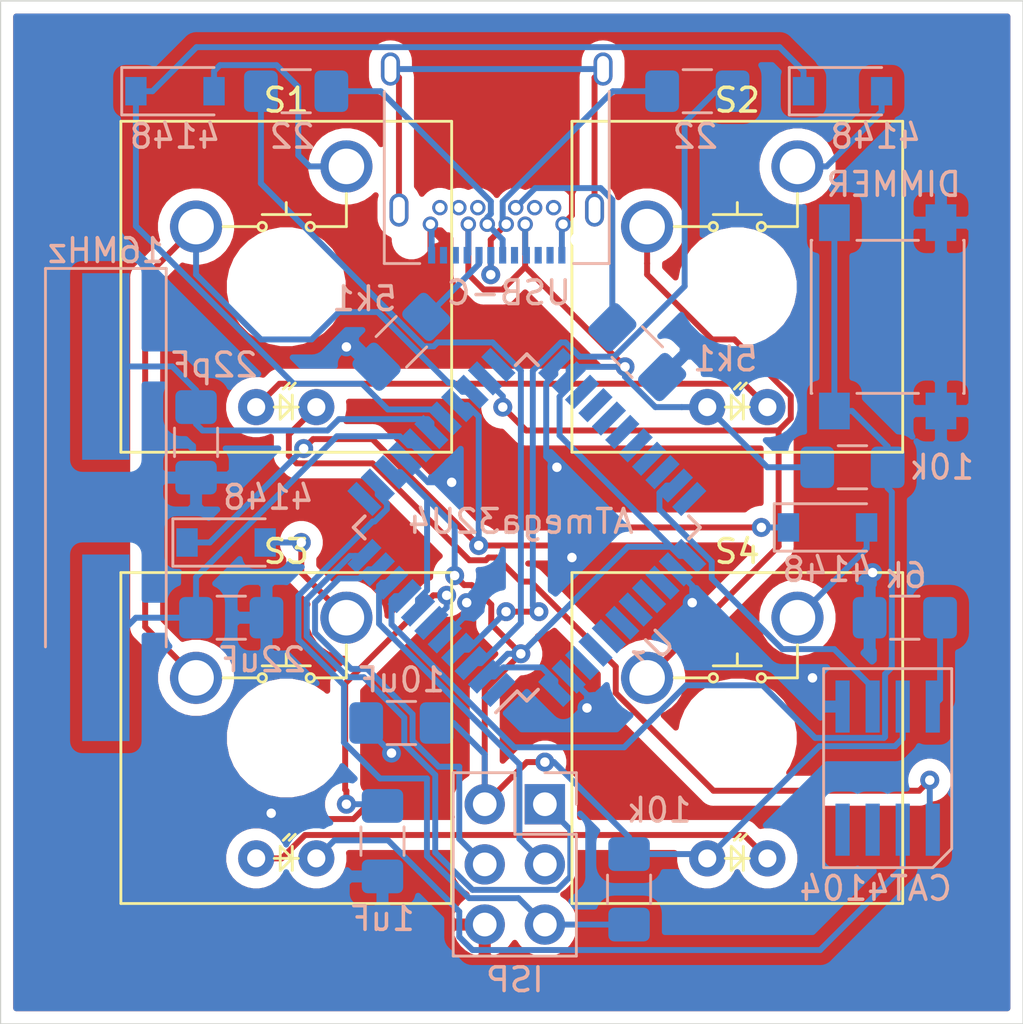
<source format=kicad_pcb>
(kicad_pcb (version 20171130) (host pcbnew 5.1.5+dfsg1-2build2)

  (general
    (thickness 1.6)
    (drawings 4)
    (tracks 380)
    (zones 0)
    (modules 25)
    (nets 62)
  )

  (page A4)
  (layers
    (0 F.Cu signal)
    (31 B.Cu signal)
    (32 B.Adhes user)
    (33 F.Adhes user)
    (34 B.Paste user)
    (35 F.Paste user)
    (36 B.SilkS user)
    (37 F.SilkS user)
    (38 B.Mask user)
    (39 F.Mask user)
    (40 Dwgs.User user)
    (41 Cmts.User user)
    (42 Eco1.User user)
    (43 Eco2.User user)
    (44 Edge.Cuts user)
    (45 Margin user)
    (46 B.CrtYd user)
    (47 F.CrtYd user)
    (48 B.Fab user)
    (49 F.Fab user)
  )

  (setup
    (last_trace_width 0.25)
    (trace_clearance 0.1)
    (zone_clearance 0.508)
    (zone_45_only no)
    (trace_min 0.2)
    (via_size 0.8)
    (via_drill 0.4)
    (via_min_size 0.4)
    (via_min_drill 0.3)
    (uvia_size 0.3)
    (uvia_drill 0.1)
    (uvias_allowed no)
    (uvia_min_size 0.2)
    (uvia_min_drill 0.1)
    (edge_width 0.05)
    (segment_width 0.2)
    (pcb_text_width 0.3)
    (pcb_text_size 1.5 1.5)
    (mod_edge_width 0.12)
    (mod_text_size 1 1)
    (mod_text_width 0.15)
    (pad_size 1.524 1.524)
    (pad_drill 0.762)
    (pad_to_mask_clearance 0.051)
    (solder_mask_min_width 0.25)
    (aux_axis_origin 0 0)
    (visible_elements FFFFFF7F)
    (pcbplotparams
      (layerselection 0x010fc_ffffffff)
      (usegerberextensions false)
      (usegerberattributes false)
      (usegerberadvancedattributes false)
      (creategerberjobfile false)
      (excludeedgelayer true)
      (linewidth 0.100000)
      (plotframeref false)
      (viasonmask false)
      (mode 1)
      (useauxorigin false)
      (hpglpennumber 1)
      (hpglpenspeed 20)
      (hpglpendiameter 15.000000)
      (psnegative false)
      (psa4output false)
      (plotreference true)
      (plotvalue true)
      (plotinvisibletext false)
      (padsonsilk false)
      (subtractmaskfromsilk false)
      (outputformat 1)
      (mirror false)
      (drillshape 1)
      (scaleselection 1)
      (outputdirectory ""))
  )

  (net 0 "")
  (net 1 "Net-(C1-Pad1)")
  (net 2 GND)
  (net 3 "Net-(C2-Pad1)")
  (net 4 "Net-(C3-Pad1)")
  (net 5 +5V)
  (net 6 "Net-(D1-Pad2)")
  (net 7 ROW1)
  (net 8 "Net-(D2-Pad2)")
  (net 9 ROW2)
  (net 10 "Net-(D3-Pad2)")
  (net 11 "Net-(D4-Pad2)")
  (net 12 "Net-(J1-PadS1)")
  (net 13 "Net-(J1-PadA2)")
  (net 14 "Net-(J1-PadA3)")
  (net 15 "Net-(J1-PadA5)")
  (net 16 "Net-(J1-PadA6)")
  (net 17 "Net-(J1-PadA7)")
  (net 18 "Net-(J1-PadA10)")
  (net 19 "Net-(J1-PadA8)")
  (net 20 "Net-(J1-PadA11)")
  (net 21 "Net-(J1-PadB2)")
  (net 22 "Net-(J1-PadB3)")
  (net 23 "Net-(J1-PadB5)")
  (net 24 "Net-(J1-PadB8)")
  (net 25 "Net-(J1-PadB10)")
  (net 26 "Net-(J1-PadB11)")
  (net 27 MISO)
  (net 28 SCK)
  (net 29 MOSI)
  (net 30 !RESET)
  (net 31 "Net-(R2-Pad2)")
  (net 32 D-)
  (net 33 D+)
  (net 34 "Net-(R7-Pad2)")
  (net 35 COL1)
  (net 36 LED1)
  (net 37 "Net-(S1-Pad4)")
  (net 38 COL2)
  (net 39 "Net-(S3-Pad4)")
  (net 40 LED2)
  (net 41 "Net-(U1-Pad1)")
  (net 42 "Net-(U1-Pad12)")
  (net 43 "Net-(U1-Pad22)")
  (net 44 "Net-(U1-Pad25)")
  (net 45 "Net-(U1-Pad26)")
  (net 46 "Net-(U1-Pad27)")
  (net 47 "Net-(U1-Pad28)")
  (net 48 "Net-(U1-Pad29)")
  (net 49 "Net-(U1-Pad30)")
  (net 50 "Net-(U1-Pad31)")
  (net 51 LED_PWM)
  (net 52 "Net-(U1-Pad33)")
  (net 53 "Net-(U1-Pad36)")
  (net 54 "Net-(U1-Pad37)")
  (net 55 "Net-(U1-Pad38)")
  (net 56 "Net-(U1-Pad39)")
  (net 57 "Net-(U1-Pad40)")
  (net 58 "Net-(U1-Pad41)")
  (net 59 "Net-(U1-Pad42)")
  (net 60 "Net-(U2-Pad3)")
  (net 61 "Net-(U2-Pad4)")

  (net_class Default "This is the default net class."
    (clearance 0.1)
    (trace_width 0.25)
    (via_dia 0.8)
    (via_drill 0.4)
    (uvia_dia 0.3)
    (uvia_drill 0.1)
    (add_net !RESET)
    (add_net +5V)
    (add_net COL1)
    (add_net COL2)
    (add_net D+)
    (add_net D-)
    (add_net GND)
    (add_net LED1)
    (add_net LED2)
    (add_net LED_PWM)
    (add_net MISO)
    (add_net MOSI)
    (add_net "Net-(C1-Pad1)")
    (add_net "Net-(C2-Pad1)")
    (add_net "Net-(C3-Pad1)")
    (add_net "Net-(D1-Pad2)")
    (add_net "Net-(D2-Pad2)")
    (add_net "Net-(D3-Pad2)")
    (add_net "Net-(D4-Pad2)")
    (add_net "Net-(J1-PadA10)")
    (add_net "Net-(J1-PadA11)")
    (add_net "Net-(J1-PadA2)")
    (add_net "Net-(J1-PadA3)")
    (add_net "Net-(J1-PadA5)")
    (add_net "Net-(J1-PadA6)")
    (add_net "Net-(J1-PadA7)")
    (add_net "Net-(J1-PadA8)")
    (add_net "Net-(J1-PadB10)")
    (add_net "Net-(J1-PadB11)")
    (add_net "Net-(J1-PadB2)")
    (add_net "Net-(J1-PadB3)")
    (add_net "Net-(J1-PadB5)")
    (add_net "Net-(J1-PadB8)")
    (add_net "Net-(J1-PadS1)")
    (add_net "Net-(R2-Pad2)")
    (add_net "Net-(R7-Pad2)")
    (add_net "Net-(S1-Pad4)")
    (add_net "Net-(S3-Pad4)")
    (add_net "Net-(U1-Pad1)")
    (add_net "Net-(U1-Pad12)")
    (add_net "Net-(U1-Pad22)")
    (add_net "Net-(U1-Pad25)")
    (add_net "Net-(U1-Pad26)")
    (add_net "Net-(U1-Pad27)")
    (add_net "Net-(U1-Pad28)")
    (add_net "Net-(U1-Pad29)")
    (add_net "Net-(U1-Pad30)")
    (add_net "Net-(U1-Pad31)")
    (add_net "Net-(U1-Pad33)")
    (add_net "Net-(U1-Pad36)")
    (add_net "Net-(U1-Pad37)")
    (add_net "Net-(U1-Pad38)")
    (add_net "Net-(U1-Pad39)")
    (add_net "Net-(U1-Pad40)")
    (add_net "Net-(U1-Pad41)")
    (add_net "Net-(U1-Pad42)")
    (add_net "Net-(U2-Pad3)")
    (add_net "Net-(U2-Pad4)")
    (add_net ROW1)
    (add_net ROW2)
    (add_net SCK)
  )

  (module Capacitor_SMD:C_1206_3216Metric_Pad1.42x1.75mm_HandSolder (layer B.Cu) (tedit 5B301BBE) (tstamp 5F1DAB6F)
    (at -6.35 11.6475 270)
    (descr "Capacitor SMD 1206 (3216 Metric), square (rectangular) end terminal, IPC_7351 nominal with elongated pad for handsoldering. (Body size source: http://www.tortai-tech.com/upload/download/2011102023233369053.pdf), generated with kicad-footprint-generator")
    (tags "capacitor handsolder")
    (path /5F161201)
    (attr smd)
    (fp_text reference C1 (at 0 1.82 90) (layer B.SilkS) hide
      (effects (font (size 1 1) (thickness 0.15)) (justify mirror))
    )
    (fp_text value 22pF (at -3.2655 -0.762 180) (layer B.SilkS)
      (effects (font (size 1 1) (thickness 0.15)) (justify mirror))
    )
    (fp_line (start -1.6 -0.8) (end -1.6 0.8) (layer B.Fab) (width 0.1))
    (fp_line (start -1.6 0.8) (end 1.6 0.8) (layer B.Fab) (width 0.1))
    (fp_line (start 1.6 0.8) (end 1.6 -0.8) (layer B.Fab) (width 0.1))
    (fp_line (start 1.6 -0.8) (end -1.6 -0.8) (layer B.Fab) (width 0.1))
    (fp_line (start -0.602064 0.91) (end 0.602064 0.91) (layer B.SilkS) (width 0.12))
    (fp_line (start -0.602064 -0.91) (end 0.602064 -0.91) (layer B.SilkS) (width 0.12))
    (fp_line (start -2.45 -1.12) (end -2.45 1.12) (layer B.CrtYd) (width 0.05))
    (fp_line (start -2.45 1.12) (end 2.45 1.12) (layer B.CrtYd) (width 0.05))
    (fp_line (start 2.45 1.12) (end 2.45 -1.12) (layer B.CrtYd) (width 0.05))
    (fp_line (start 2.45 -1.12) (end -2.45 -1.12) (layer B.CrtYd) (width 0.05))
    (fp_text user %R (at 0 0 90) (layer B.Fab)
      (effects (font (size 0.8 0.8) (thickness 0.12)) (justify mirror))
    )
    (pad 1 smd roundrect (at -1.4875 0 270) (size 1.425 1.75) (layers B.Cu B.Paste B.Mask) (roundrect_rratio 0.175439)
      (net 1 "Net-(C1-Pad1)"))
    (pad 2 smd roundrect (at 1.4875 0 270) (size 1.425 1.75) (layers B.Cu B.Paste B.Mask) (roundrect_rratio 0.175439)
      (net 2 GND))
    (model ${KISYS3DMOD}/Capacitor_SMD.3dshapes/C_1206_3216Metric.wrl
      (at (xyz 0 0 0))
      (scale (xyz 1 1 1))
      (rotate (xyz 0 0 0))
    )
  )

  (module Capacitor_SMD:C_1206_3216Metric_Pad1.42x1.75mm_HandSolder (layer B.Cu) (tedit 5B301BBE) (tstamp 5F1DDA62)
    (at -4.8625 19.05)
    (descr "Capacitor SMD 1206 (3216 Metric), square (rectangular) end terminal, IPC_7351 nominal with elongated pad for handsoldering. (Body size source: http://www.tortai-tech.com/upload/download/2011102023233369053.pdf), generated with kicad-footprint-generator")
    (tags "capacitor handsolder")
    (path /5F16167D)
    (attr smd)
    (fp_text reference C2 (at 0 1.82) (layer B.SilkS) hide
      (effects (font (size 1 1) (thickness 0.15)) (justify mirror))
    )
    (fp_text value 22uF (at 1.3065 1.778) (layer B.SilkS)
      (effects (font (size 1 1) (thickness 0.15)) (justify mirror))
    )
    (fp_line (start -1.6 -0.8) (end -1.6 0.8) (layer B.Fab) (width 0.1))
    (fp_line (start -1.6 0.8) (end 1.6 0.8) (layer B.Fab) (width 0.1))
    (fp_line (start 1.6 0.8) (end 1.6 -0.8) (layer B.Fab) (width 0.1))
    (fp_line (start 1.6 -0.8) (end -1.6 -0.8) (layer B.Fab) (width 0.1))
    (fp_line (start -0.602064 0.91) (end 0.602064 0.91) (layer B.SilkS) (width 0.12))
    (fp_line (start -0.602064 -0.91) (end 0.602064 -0.91) (layer B.SilkS) (width 0.12))
    (fp_line (start -2.45 -1.12) (end -2.45 1.12) (layer B.CrtYd) (width 0.05))
    (fp_line (start -2.45 1.12) (end 2.45 1.12) (layer B.CrtYd) (width 0.05))
    (fp_line (start 2.45 1.12) (end 2.45 -1.12) (layer B.CrtYd) (width 0.05))
    (fp_line (start 2.45 -1.12) (end -2.45 -1.12) (layer B.CrtYd) (width 0.05))
    (fp_text user %R (at 0 0) (layer B.Fab)
      (effects (font (size 0.8 0.8) (thickness 0.12)) (justify mirror))
    )
    (pad 1 smd roundrect (at -1.4875 0) (size 1.425 1.75) (layers B.Cu B.Paste B.Mask) (roundrect_rratio 0.175439)
      (net 3 "Net-(C2-Pad1)"))
    (pad 2 smd roundrect (at 1.4875 0) (size 1.425 1.75) (layers B.Cu B.Paste B.Mask) (roundrect_rratio 0.175439)
      (net 2 GND))
    (model ${KISYS3DMOD}/Capacitor_SMD.3dshapes/C_1206_3216Metric.wrl
      (at (xyz 0 0 0))
      (scale (xyz 1 1 1))
      (rotate (xyz 0 0 0))
    )
  )

  (module Capacitor_SMD:C_1206_3216Metric_Pad1.42x1.75mm_HandSolder (layer B.Cu) (tedit 5B301BBE) (tstamp 5F1DAB91)
    (at 1.524 28.4845 270)
    (descr "Capacitor SMD 1206 (3216 Metric), square (rectangular) end terminal, IPC_7351 nominal with elongated pad for handsoldering. (Body size source: http://www.tortai-tech.com/upload/download/2011102023233369053.pdf), generated with kicad-footprint-generator")
    (tags "capacitor handsolder")
    (path /5F155891)
    (attr smd)
    (fp_text reference C3 (at 0 1.82 90) (layer B.SilkS) hide
      (effects (font (size 1 1) (thickness 0.15)) (justify mirror))
    )
    (fp_text value 1uF (at 3.2655 0 180) (layer B.SilkS)
      (effects (font (size 1 1) (thickness 0.15)) (justify mirror))
    )
    (fp_text user %R (at 0 0 90) (layer B.Fab)
      (effects (font (size 0.8 0.8) (thickness 0.12)) (justify mirror))
    )
    (fp_line (start 2.45 -1.12) (end -2.45 -1.12) (layer B.CrtYd) (width 0.05))
    (fp_line (start 2.45 1.12) (end 2.45 -1.12) (layer B.CrtYd) (width 0.05))
    (fp_line (start -2.45 1.12) (end 2.45 1.12) (layer B.CrtYd) (width 0.05))
    (fp_line (start -2.45 -1.12) (end -2.45 1.12) (layer B.CrtYd) (width 0.05))
    (fp_line (start -0.602064 -0.91) (end 0.602064 -0.91) (layer B.SilkS) (width 0.12))
    (fp_line (start -0.602064 0.91) (end 0.602064 0.91) (layer B.SilkS) (width 0.12))
    (fp_line (start 1.6 -0.8) (end -1.6 -0.8) (layer B.Fab) (width 0.1))
    (fp_line (start 1.6 0.8) (end 1.6 -0.8) (layer B.Fab) (width 0.1))
    (fp_line (start -1.6 0.8) (end 1.6 0.8) (layer B.Fab) (width 0.1))
    (fp_line (start -1.6 -0.8) (end -1.6 0.8) (layer B.Fab) (width 0.1))
    (pad 2 smd roundrect (at 1.4875 0 270) (size 1.425 1.75) (layers B.Cu B.Paste B.Mask) (roundrect_rratio 0.175439)
      (net 2 GND))
    (pad 1 smd roundrect (at -1.4875 0 270) (size 1.425 1.75) (layers B.Cu B.Paste B.Mask) (roundrect_rratio 0.175439)
      (net 4 "Net-(C3-Pad1)"))
    (model ${KISYS3DMOD}/Capacitor_SMD.3dshapes/C_1206_3216Metric.wrl
      (at (xyz 0 0 0))
      (scale (xyz 1 1 1))
      (rotate (xyz 0 0 0))
    )
  )

  (module Capacitor_SMD:C_1206_3216Metric_Pad1.42x1.75mm_HandSolder (layer B.Cu) (tedit 5B301BBE) (tstamp 5F1DDEE2)
    (at 2.3225 23.495)
    (descr "Capacitor SMD 1206 (3216 Metric), square (rectangular) end terminal, IPC_7351 nominal with elongated pad for handsoldering. (Body size source: http://www.tortai-tech.com/upload/download/2011102023233369053.pdf), generated with kicad-footprint-generator")
    (tags "capacitor handsolder")
    (path /5F1D2F78)
    (attr smd)
    (fp_text reference C4 (at 0 1.82) (layer B.SilkS) hide
      (effects (font (size 1 1) (thickness 0.15)) (justify mirror))
    )
    (fp_text value 10uF (at 0 -1.82) (layer B.SilkS)
      (effects (font (size 1 1) (thickness 0.15)) (justify mirror))
    )
    (fp_text user %R (at 0 0) (layer B.Fab)
      (effects (font (size 0.8 0.8) (thickness 0.12)) (justify mirror))
    )
    (fp_line (start 2.45 -1.12) (end -2.45 -1.12) (layer B.CrtYd) (width 0.05))
    (fp_line (start 2.45 1.12) (end 2.45 -1.12) (layer B.CrtYd) (width 0.05))
    (fp_line (start -2.45 1.12) (end 2.45 1.12) (layer B.CrtYd) (width 0.05))
    (fp_line (start -2.45 -1.12) (end -2.45 1.12) (layer B.CrtYd) (width 0.05))
    (fp_line (start -0.602064 -0.91) (end 0.602064 -0.91) (layer B.SilkS) (width 0.12))
    (fp_line (start -0.602064 0.91) (end 0.602064 0.91) (layer B.SilkS) (width 0.12))
    (fp_line (start 1.6 -0.8) (end -1.6 -0.8) (layer B.Fab) (width 0.1))
    (fp_line (start 1.6 0.8) (end 1.6 -0.8) (layer B.Fab) (width 0.1))
    (fp_line (start -1.6 0.8) (end 1.6 0.8) (layer B.Fab) (width 0.1))
    (fp_line (start -1.6 -0.8) (end -1.6 0.8) (layer B.Fab) (width 0.1))
    (pad 2 smd roundrect (at 1.4875 0) (size 1.425 1.75) (layers B.Cu B.Paste B.Mask) (roundrect_rratio 0.175439)
      (net 5 +5V))
    (pad 1 smd roundrect (at -1.4875 0) (size 1.425 1.75) (layers B.Cu B.Paste B.Mask) (roundrect_rratio 0.175439)
      (net 2 GND))
    (model ${KISYS3DMOD}/Capacitor_SMD.3dshapes/C_1206_3216Metric.wrl
      (at (xyz 0 0 0))
      (scale (xyz 1 1 1))
      (rotate (xyz 0 0 0))
    )
  )

  (module Diode_SMD:D_SOD-123 (layer B.Cu) (tedit 58645DC7) (tstamp 5F1DABBB)
    (at -7.24 -3.175)
    (descr SOD-123)
    (tags SOD-123)
    (path /5F1550D8)
    (attr smd)
    (fp_text reference D1 (at 0 2) (layer B.SilkS) hide
      (effects (font (size 1 1) (thickness 0.15)) (justify mirror))
    )
    (fp_text value 4148 (at 0 1.905) (layer B.SilkS)
      (effects (font (size 1 1) (thickness 0.15)) (justify mirror))
    )
    (fp_line (start -2.25 1) (end 1.65 1) (layer B.SilkS) (width 0.12))
    (fp_line (start -2.25 -1) (end 1.65 -1) (layer B.SilkS) (width 0.12))
    (fp_line (start -2.35 1.15) (end -2.35 -1.15) (layer B.CrtYd) (width 0.05))
    (fp_line (start 2.35 -1.15) (end -2.35 -1.15) (layer B.CrtYd) (width 0.05))
    (fp_line (start 2.35 1.15) (end 2.35 -1.15) (layer B.CrtYd) (width 0.05))
    (fp_line (start -2.35 1.15) (end 2.35 1.15) (layer B.CrtYd) (width 0.05))
    (fp_line (start -1.4 0.9) (end 1.4 0.9) (layer B.Fab) (width 0.1))
    (fp_line (start 1.4 0.9) (end 1.4 -0.9) (layer B.Fab) (width 0.1))
    (fp_line (start 1.4 -0.9) (end -1.4 -0.9) (layer B.Fab) (width 0.1))
    (fp_line (start -1.4 -0.9) (end -1.4 0.9) (layer B.Fab) (width 0.1))
    (fp_line (start -0.75 0) (end -0.35 0) (layer B.Fab) (width 0.1))
    (fp_line (start -0.35 0) (end -0.35 0.55) (layer B.Fab) (width 0.1))
    (fp_line (start -0.35 0) (end -0.35 -0.55) (layer B.Fab) (width 0.1))
    (fp_line (start -0.35 0) (end 0.25 0.4) (layer B.Fab) (width 0.1))
    (fp_line (start 0.25 0.4) (end 0.25 -0.4) (layer B.Fab) (width 0.1))
    (fp_line (start 0.25 -0.4) (end -0.35 0) (layer B.Fab) (width 0.1))
    (fp_line (start 0.25 0) (end 0.75 0) (layer B.Fab) (width 0.1))
    (fp_line (start -2.25 1) (end -2.25 -1) (layer B.SilkS) (width 0.12))
    (fp_text user %R (at 0 2) (layer B.Fab)
      (effects (font (size 1 1) (thickness 0.15)) (justify mirror))
    )
    (pad 2 smd rect (at 1.65 0) (size 0.9 1.2) (layers B.Cu B.Paste B.Mask)
      (net 6 "Net-(D1-Pad2)"))
    (pad 1 smd rect (at -1.65 0) (size 0.9 1.2) (layers B.Cu B.Paste B.Mask)
      (net 7 ROW1))
    (model ${KISYS3DMOD}/Diode_SMD.3dshapes/D_SOD-123.wrl
      (at (xyz 0 0 0))
      (scale (xyz 1 1 1))
      (rotate (xyz 0 0 0))
    )
  )

  (module Diode_SMD:D_SOD-123 (layer B.Cu) (tedit 58645DC7) (tstamp 5F1DABD4)
    (at 20.955 -3.175)
    (descr SOD-123)
    (tags SOD-123)
    (path /5F195398)
    (attr smd)
    (fp_text reference D2 (at 0 2) (layer B.SilkS) hide
      (effects (font (size 1 1) (thickness 0.15)) (justify mirror))
    )
    (fp_text value 4148 (at 1.397 1.905) (layer B.SilkS)
      (effects (font (size 1 1) (thickness 0.15)) (justify mirror))
    )
    (fp_text user %R (at 0 2) (layer B.Fab)
      (effects (font (size 1 1) (thickness 0.15)) (justify mirror))
    )
    (fp_line (start -2.25 1) (end -2.25 -1) (layer B.SilkS) (width 0.12))
    (fp_line (start 0.25 0) (end 0.75 0) (layer B.Fab) (width 0.1))
    (fp_line (start 0.25 -0.4) (end -0.35 0) (layer B.Fab) (width 0.1))
    (fp_line (start 0.25 0.4) (end 0.25 -0.4) (layer B.Fab) (width 0.1))
    (fp_line (start -0.35 0) (end 0.25 0.4) (layer B.Fab) (width 0.1))
    (fp_line (start -0.35 0) (end -0.35 -0.55) (layer B.Fab) (width 0.1))
    (fp_line (start -0.35 0) (end -0.35 0.55) (layer B.Fab) (width 0.1))
    (fp_line (start -0.75 0) (end -0.35 0) (layer B.Fab) (width 0.1))
    (fp_line (start -1.4 -0.9) (end -1.4 0.9) (layer B.Fab) (width 0.1))
    (fp_line (start 1.4 -0.9) (end -1.4 -0.9) (layer B.Fab) (width 0.1))
    (fp_line (start 1.4 0.9) (end 1.4 -0.9) (layer B.Fab) (width 0.1))
    (fp_line (start -1.4 0.9) (end 1.4 0.9) (layer B.Fab) (width 0.1))
    (fp_line (start -2.35 1.15) (end 2.35 1.15) (layer B.CrtYd) (width 0.05))
    (fp_line (start 2.35 1.15) (end 2.35 -1.15) (layer B.CrtYd) (width 0.05))
    (fp_line (start 2.35 -1.15) (end -2.35 -1.15) (layer B.CrtYd) (width 0.05))
    (fp_line (start -2.35 1.15) (end -2.35 -1.15) (layer B.CrtYd) (width 0.05))
    (fp_line (start -2.25 -1) (end 1.65 -1) (layer B.SilkS) (width 0.12))
    (fp_line (start -2.25 1) (end 1.65 1) (layer B.SilkS) (width 0.12))
    (pad 1 smd rect (at -1.65 0) (size 0.9 1.2) (layers B.Cu B.Paste B.Mask)
      (net 7 ROW1))
    (pad 2 smd rect (at 1.65 0) (size 0.9 1.2) (layers B.Cu B.Paste B.Mask)
      (net 8 "Net-(D2-Pad2)"))
    (model ${KISYS3DMOD}/Diode_SMD.3dshapes/D_SOD-123.wrl
      (at (xyz 0 0 0))
      (scale (xyz 1 1 1))
      (rotate (xyz 0 0 0))
    )
  )

  (module Diode_SMD:D_SOD-123 (layer B.Cu) (tedit 58645DC7) (tstamp 5F1DABED)
    (at -5.08 15.875)
    (descr SOD-123)
    (tags SOD-123)
    (path /5F198640)
    (attr smd)
    (fp_text reference D3 (at 0 2) (layer B.SilkS) hide
      (effects (font (size 1 1) (thickness 0.15)) (justify mirror))
    )
    (fp_text value 4148 (at 1.778 -1.905) (layer B.SilkS)
      (effects (font (size 1 1) (thickness 0.15)) (justify mirror))
    )
    (fp_text user %R (at 0 2) (layer B.Fab)
      (effects (font (size 1 1) (thickness 0.15)) (justify mirror))
    )
    (fp_line (start -2.25 1) (end -2.25 -1) (layer B.SilkS) (width 0.12))
    (fp_line (start 0.25 0) (end 0.75 0) (layer B.Fab) (width 0.1))
    (fp_line (start 0.25 -0.4) (end -0.35 0) (layer B.Fab) (width 0.1))
    (fp_line (start 0.25 0.4) (end 0.25 -0.4) (layer B.Fab) (width 0.1))
    (fp_line (start -0.35 0) (end 0.25 0.4) (layer B.Fab) (width 0.1))
    (fp_line (start -0.35 0) (end -0.35 -0.55) (layer B.Fab) (width 0.1))
    (fp_line (start -0.35 0) (end -0.35 0.55) (layer B.Fab) (width 0.1))
    (fp_line (start -0.75 0) (end -0.35 0) (layer B.Fab) (width 0.1))
    (fp_line (start -1.4 -0.9) (end -1.4 0.9) (layer B.Fab) (width 0.1))
    (fp_line (start 1.4 -0.9) (end -1.4 -0.9) (layer B.Fab) (width 0.1))
    (fp_line (start 1.4 0.9) (end 1.4 -0.9) (layer B.Fab) (width 0.1))
    (fp_line (start -1.4 0.9) (end 1.4 0.9) (layer B.Fab) (width 0.1))
    (fp_line (start -2.35 1.15) (end 2.35 1.15) (layer B.CrtYd) (width 0.05))
    (fp_line (start 2.35 1.15) (end 2.35 -1.15) (layer B.CrtYd) (width 0.05))
    (fp_line (start 2.35 -1.15) (end -2.35 -1.15) (layer B.CrtYd) (width 0.05))
    (fp_line (start -2.35 1.15) (end -2.35 -1.15) (layer B.CrtYd) (width 0.05))
    (fp_line (start -2.25 -1) (end 1.65 -1) (layer B.SilkS) (width 0.12))
    (fp_line (start -2.25 1) (end 1.65 1) (layer B.SilkS) (width 0.12))
    (pad 1 smd rect (at -1.65 0) (size 0.9 1.2) (layers B.Cu B.Paste B.Mask)
      (net 9 ROW2))
    (pad 2 smd rect (at 1.65 0) (size 0.9 1.2) (layers B.Cu B.Paste B.Mask)
      (net 10 "Net-(D3-Pad2)"))
    (model ${KISYS3DMOD}/Diode_SMD.3dshapes/D_SOD-123.wrl
      (at (xyz 0 0 0))
      (scale (xyz 1 1 1))
      (rotate (xyz 0 0 0))
    )
  )

  (module Diode_SMD:D_SOD-123 (layer B.Cu) (tedit 58645DC7) (tstamp 5F1DAC06)
    (at 20.32 15.24)
    (descr SOD-123)
    (tags SOD-123)
    (path /5F19A132)
    (attr smd)
    (fp_text reference D4 (at 0 2) (layer B.SilkS) hide
      (effects (font (size 1 1) (thickness 0.15)) (justify mirror))
    )
    (fp_text value 4148 (at 0 1.778) (layer B.SilkS)
      (effects (font (size 1 1) (thickness 0.15)) (justify mirror))
    )
    (fp_line (start -2.25 1) (end 1.65 1) (layer B.SilkS) (width 0.12))
    (fp_line (start -2.25 -1) (end 1.65 -1) (layer B.SilkS) (width 0.12))
    (fp_line (start -2.35 1.15) (end -2.35 -1.15) (layer B.CrtYd) (width 0.05))
    (fp_line (start 2.35 -1.15) (end -2.35 -1.15) (layer B.CrtYd) (width 0.05))
    (fp_line (start 2.35 1.15) (end 2.35 -1.15) (layer B.CrtYd) (width 0.05))
    (fp_line (start -2.35 1.15) (end 2.35 1.15) (layer B.CrtYd) (width 0.05))
    (fp_line (start -1.4 0.9) (end 1.4 0.9) (layer B.Fab) (width 0.1))
    (fp_line (start 1.4 0.9) (end 1.4 -0.9) (layer B.Fab) (width 0.1))
    (fp_line (start 1.4 -0.9) (end -1.4 -0.9) (layer B.Fab) (width 0.1))
    (fp_line (start -1.4 -0.9) (end -1.4 0.9) (layer B.Fab) (width 0.1))
    (fp_line (start -0.75 0) (end -0.35 0) (layer B.Fab) (width 0.1))
    (fp_line (start -0.35 0) (end -0.35 0.55) (layer B.Fab) (width 0.1))
    (fp_line (start -0.35 0) (end -0.35 -0.55) (layer B.Fab) (width 0.1))
    (fp_line (start -0.35 0) (end 0.25 0.4) (layer B.Fab) (width 0.1))
    (fp_line (start 0.25 0.4) (end 0.25 -0.4) (layer B.Fab) (width 0.1))
    (fp_line (start 0.25 -0.4) (end -0.35 0) (layer B.Fab) (width 0.1))
    (fp_line (start 0.25 0) (end 0.75 0) (layer B.Fab) (width 0.1))
    (fp_line (start -2.25 1) (end -2.25 -1) (layer B.SilkS) (width 0.12))
    (fp_text user %R (at 0 2) (layer B.Fab)
      (effects (font (size 1 1) (thickness 0.15)) (justify mirror))
    )
    (pad 2 smd rect (at 1.65 0) (size 0.9 1.2) (layers B.Cu B.Paste B.Mask)
      (net 11 "Net-(D4-Pad2)"))
    (pad 1 smd rect (at -1.65 0) (size 0.9 1.2) (layers B.Cu B.Paste B.Mask)
      (net 9 ROW2))
    (model ${KISYS3DMOD}/Diode_SMD.3dshapes/D_SOD-123.wrl
      (at (xyz 0 0 0))
      (scale (xyz 1 1 1))
      (rotate (xyz 0 0 0))
    )
  )

  (module Connector_USB:USB_C_Receptacle_Amphenol_12401548E4-2A (layer B.Cu) (tedit 5A142044) (tstamp 5F1DE3F2)
    (at 6.35 -1.27)
    (descr "USB TYPE C, RA RCPT PCB, Hybrid, https://www.amphenolcanada.com/StockAvailabilityPrice.aspx?From=&PartNum=12401548E4%7e2A")
    (tags "USB C Type-C Receptacle Hybrid")
    (path /5F1ECC7D)
    (attr smd)
    (fp_text reference J1 (at 0 6.36) (layer B.SilkS) hide
      (effects (font (size 1 1) (thickness 0.15)) (justify mirror))
    )
    (fp_text value USB-C (at 0.508 6.604) (layer B.SilkS)
      (effects (font (size 1 1) (thickness 0.15)) (justify mirror))
    )
    (fp_text user %R (at 0 0) (layer B.Fab)
      (effects (font (size 1 1) (thickness 0.1)) (justify mirror))
    )
    (fp_line (start -5.39 -5.73) (end -5.39 5.87) (layer B.CrtYd) (width 0.05))
    (fp_line (start 5.39 -5.73) (end -5.39 -5.73) (layer B.CrtYd) (width 0.05))
    (fp_line (start 5.39 5.87) (end 5.39 -5.73) (layer B.CrtYd) (width 0.05))
    (fp_line (start -5.39 5.87) (end 5.39 5.87) (layer B.CrtYd) (width 0.05))
    (fp_line (start 4.6 -5.23) (end 4.6 5.22) (layer B.Fab) (width 0.1))
    (fp_line (start -4.6 -5.23) (end 4.6 -5.23) (layer B.Fab) (width 0.1))
    (fp_line (start 3.25 5.37) (end 4.75 5.37) (layer B.SilkS) (width 0.12))
    (fp_line (start 4.75 5.37) (end 4.75 -1.89) (layer B.SilkS) (width 0.12))
    (fp_line (start -4.75 5.37) (end -4.75 -1.89) (layer B.SilkS) (width 0.12))
    (fp_line (start -4.75 5.37) (end -3.25 5.37) (layer B.SilkS) (width 0.12))
    (fp_line (start -4.6 5.22) (end 4.6 5.22) (layer B.Fab) (width 0.1))
    (fp_line (start -4.6 -5.23) (end -4.6 5.22) (layer B.Fab) (width 0.1))
    (pad S1 thru_hole oval (at -4.13 3.11) (size 0.8 1.4) (drill oval 0.5 1.1) (layers *.Cu *.Mask)
      (net 12 "Net-(J1-PadS1)"))
    (pad A1 smd rect (at -2.75 5.02) (size 0.3 0.7) (layers B.Cu B.Paste B.Mask)
      (net 2 GND))
    (pad A2 smd rect (at -2.25 5.02) (size 0.3 0.7) (layers B.Cu B.Paste B.Mask)
      (net 13 "Net-(J1-PadA2)"))
    (pad A3 smd rect (at -1.75 5.02) (size 0.3 0.7) (layers B.Cu B.Paste B.Mask)
      (net 14 "Net-(J1-PadA3)"))
    (pad A4 smd rect (at -1.25 5.02) (size 0.3 0.7) (layers B.Cu B.Paste B.Mask)
      (net 5 +5V))
    (pad A5 smd rect (at -0.75 5.02) (size 0.3 0.7) (layers B.Cu B.Paste B.Mask)
      (net 15 "Net-(J1-PadA5)"))
    (pad A6 smd rect (at -0.25 5.02) (size 0.3 0.7) (layers B.Cu B.Paste B.Mask)
      (net 16 "Net-(J1-PadA6)"))
    (pad A7 smd rect (at 0.25 5.02) (size 0.3 0.7) (layers B.Cu B.Paste B.Mask)
      (net 17 "Net-(J1-PadA7)"))
    (pad A12 smd rect (at 2.75 5.02) (size 0.3 0.7) (layers B.Cu B.Paste B.Mask)
      (net 2 GND))
    (pad A10 smd rect (at 1.75 5.02) (size 0.3 0.7) (layers B.Cu B.Paste B.Mask)
      (net 18 "Net-(J1-PadA10)"))
    (pad A9 smd rect (at 1.25 5.02) (size 0.3 0.7) (layers B.Cu B.Paste B.Mask)
      (net 5 +5V))
    (pad A8 smd rect (at 0.75 5.02) (size 0.3 0.7) (layers B.Cu B.Paste B.Mask)
      (net 19 "Net-(J1-PadA8)"))
    (pad A11 smd rect (at 2.25 5.02) (size 0.3 0.7) (layers B.Cu B.Paste B.Mask)
      (net 20 "Net-(J1-PadA11)"))
    (pad S1 thru_hole oval (at 4.13 3.11) (size 0.8 1.4) (drill oval 0.5 1.1) (layers *.Cu *.Mask)
      (net 12 "Net-(J1-PadS1)"))
    (pad S1 thru_hole oval (at 4.49 -2.84) (size 0.8 1.4) (drill oval 0.5 1.1) (layers *.Cu *.Mask)
      (net 12 "Net-(J1-PadS1)"))
    (pad S1 thru_hole oval (at -4.49 -2.84) (size 0.8 1.4) (drill oval 0.5 1.1) (layers *.Cu *.Mask)
      (net 12 "Net-(J1-PadS1)"))
    (pad "" np_thru_hole oval (at 3.6 4.36) (size 0.95 0.65) (drill oval 0.95 0.65) (layers *.Cu *.Mask))
    (pad "" np_thru_hole circle (at -3.6 4.36) (size 0.65 0.65) (drill 0.65) (layers *.Cu *.Mask))
    (pad B1 thru_hole circle (at 2.8 3.71) (size 0.65 0.65) (drill 0.4) (layers *.Cu *.Mask)
      (net 2 GND))
    (pad B4 thru_hole circle (at 1.2 3.71) (size 0.65 0.65) (drill 0.4) (layers *.Cu *.Mask)
      (net 5 +5V))
    (pad B6 thru_hole circle (at 0.4 3.71) (size 0.65 0.65) (drill 0.4) (layers *.Cu *.Mask)
      (net 16 "Net-(J1-PadA6)"))
    (pad B7 thru_hole circle (at -0.4 3.71) (size 0.65 0.65) (drill 0.4) (layers *.Cu *.Mask)
      (net 17 "Net-(J1-PadA7)"))
    (pad B9 thru_hole circle (at -1.2 3.71) (size 0.65 0.65) (drill 0.4) (layers *.Cu *.Mask)
      (net 5 +5V))
    (pad B12 thru_hole circle (at -2.8 3.71) (size 0.65 0.65) (drill 0.4) (layers *.Cu *.Mask)
      (net 2 GND))
    (pad B2 thru_hole circle (at 2.4 3.01) (size 0.65 0.65) (drill 0.4) (layers *.Cu *.Mask)
      (net 21 "Net-(J1-PadB2)"))
    (pad B3 thru_hole circle (at 1.6 3.01) (size 0.65 0.65) (drill 0.4) (layers *.Cu *.Mask)
      (net 22 "Net-(J1-PadB3)"))
    (pad B5 thru_hole circle (at 0.8 3.01) (size 0.65 0.65) (drill 0.4) (layers *.Cu *.Mask)
      (net 23 "Net-(J1-PadB5)"))
    (pad B8 thru_hole circle (at -0.8 3.01) (size 0.65 0.65) (drill 0.4) (layers *.Cu *.Mask)
      (net 24 "Net-(J1-PadB8)"))
    (pad B10 thru_hole circle (at -1.6 3.01) (size 0.65 0.65) (drill 0.4) (layers *.Cu *.Mask)
      (net 25 "Net-(J1-PadB10)"))
    (pad B11 thru_hole circle (at -2.4 3.01) (size 0.65 0.65) (drill 0.4) (layers *.Cu *.Mask)
      (net 26 "Net-(J1-PadB11)"))
    (model ${KISYS3DMOD}/Connector_USB.3dshapes/USB_C_Receptacle_Amphenol_12401548E4-2A.wrl
      (at (xyz 0 0 0))
      (scale (xyz 1 1 1))
      (rotate (xyz 0 0 0))
    )
  )

  (module Resistor_SMD:R_1206_3216Metric_Pad1.42x1.75mm_HandSolder (layer B.Cu) (tedit 5B301BBD) (tstamp 5F1E4799)
    (at 11.938 30.5165 270)
    (descr "Resistor SMD 1206 (3216 Metric), square (rectangular) end terminal, IPC_7351 nominal with elongated pad for handsoldering. (Body size source: http://www.tortai-tech.com/upload/download/2011102023233369053.pdf), generated with kicad-footprint-generator")
    (tags "resistor handsolder")
    (path /5F155D51)
    (attr smd)
    (fp_text reference R1 (at 0 1.82 90) (layer B.SilkS) hide
      (effects (font (size 1 1) (thickness 0.15)) (justify mirror))
    )
    (fp_text value 10k (at -3.3385 -1.27 180) (layer B.SilkS)
      (effects (font (size 1 1) (thickness 0.15)) (justify mirror))
    )
    (fp_text user %R (at 0 0) (layer B.Fab)
      (effects (font (size 0.8 0.8) (thickness 0.12)) (justify mirror))
    )
    (fp_line (start 2.45 -1.12) (end -2.45 -1.12) (layer B.CrtYd) (width 0.05))
    (fp_line (start 2.45 1.12) (end 2.45 -1.12) (layer B.CrtYd) (width 0.05))
    (fp_line (start -2.45 1.12) (end 2.45 1.12) (layer B.CrtYd) (width 0.05))
    (fp_line (start -2.45 -1.12) (end -2.45 1.12) (layer B.CrtYd) (width 0.05))
    (fp_line (start -0.602064 -0.91) (end 0.602064 -0.91) (layer B.SilkS) (width 0.12))
    (fp_line (start -0.602064 0.91) (end 0.602064 0.91) (layer B.SilkS) (width 0.12))
    (fp_line (start 1.6 -0.8) (end -1.6 -0.8) (layer B.Fab) (width 0.1))
    (fp_line (start 1.6 0.8) (end 1.6 -0.8) (layer B.Fab) (width 0.1))
    (fp_line (start -1.6 0.8) (end 1.6 0.8) (layer B.Fab) (width 0.1))
    (fp_line (start -1.6 -0.8) (end -1.6 0.8) (layer B.Fab) (width 0.1))
    (pad 2 smd roundrect (at 1.4875 0 270) (size 1.425 1.75) (layers B.Cu B.Paste B.Mask) (roundrect_rratio 0.175439)
      (net 30 !RESET))
    (pad 1 smd roundrect (at -1.4875 0 270) (size 1.425 1.75) (layers B.Cu B.Paste B.Mask) (roundrect_rratio 0.175439)
      (net 5 +5V))
    (model ${KISYS3DMOD}/Resistor_SMD.3dshapes/R_1206_3216Metric.wrl
      (at (xyz 0 0 0))
      (scale (xyz 1 1 1))
      (rotate (xyz 0 0 0))
    )
  )

  (module Resistor_SMD:R_1206_3216Metric_Pad1.42x1.75mm_HandSolder (layer B.Cu) (tedit 5B301BBD) (tstamp 5F1DAC7B)
    (at 21.3725 12.7)
    (descr "Resistor SMD 1206 (3216 Metric), square (rectangular) end terminal, IPC_7351 nominal with elongated pad for handsoldering. (Body size source: http://www.tortai-tech.com/upload/download/2011102023233369053.pdf), generated with kicad-footprint-generator")
    (tags "resistor handsolder")
    (path /5F169C2C)
    (attr smd)
    (fp_text reference R2 (at 0 1.82) (layer B.SilkS) hide
      (effects (font (size 1 1) (thickness 0.15)) (justify mirror))
    )
    (fp_text value 10k (at 3.7735 0) (layer B.SilkS)
      (effects (font (size 1 1) (thickness 0.15)) (justify mirror))
    )
    (fp_line (start -1.6 -0.8) (end -1.6 0.8) (layer B.Fab) (width 0.1))
    (fp_line (start -1.6 0.8) (end 1.6 0.8) (layer B.Fab) (width 0.1))
    (fp_line (start 1.6 0.8) (end 1.6 -0.8) (layer B.Fab) (width 0.1))
    (fp_line (start 1.6 -0.8) (end -1.6 -0.8) (layer B.Fab) (width 0.1))
    (fp_line (start -0.602064 0.91) (end 0.602064 0.91) (layer B.SilkS) (width 0.12))
    (fp_line (start -0.602064 -0.91) (end 0.602064 -0.91) (layer B.SilkS) (width 0.12))
    (fp_line (start -2.45 -1.12) (end -2.45 1.12) (layer B.CrtYd) (width 0.05))
    (fp_line (start -2.45 1.12) (end 2.45 1.12) (layer B.CrtYd) (width 0.05))
    (fp_line (start 2.45 1.12) (end 2.45 -1.12) (layer B.CrtYd) (width 0.05))
    (fp_line (start 2.45 -1.12) (end -2.45 -1.12) (layer B.CrtYd) (width 0.05))
    (fp_text user %R (at 0 0) (layer B.Fab)
      (effects (font (size 0.8 0.8) (thickness 0.12)) (justify mirror))
    )
    (pad 1 smd roundrect (at -1.4875 0) (size 1.425 1.75) (layers B.Cu B.Paste B.Mask) (roundrect_rratio 0.175439)
      (net 5 +5V))
    (pad 2 smd roundrect (at 1.4875 0) (size 1.425 1.75) (layers B.Cu B.Paste B.Mask) (roundrect_rratio 0.175439)
      (net 31 "Net-(R2-Pad2)"))
    (model ${KISYS3DMOD}/Resistor_SMD.3dshapes/R_1206_3216Metric.wrl
      (at (xyz 0 0 0))
      (scale (xyz 1 1 1))
      (rotate (xyz 0 0 0))
    )
  )

  (module Resistor_SMD:R_1206_3216Metric_Pad1.42x1.75mm_HandSolder (layer B.Cu) (tedit 5B301BBD) (tstamp 5F1E4E8F)
    (at 2.3225 7.401821 45)
    (descr "Resistor SMD 1206 (3216 Metric), square (rectangular) end terminal, IPC_7351 nominal with elongated pad for handsoldering. (Body size source: http://www.tortai-tech.com/upload/download/2011102023233369053.pdf), generated with kicad-footprint-generator")
    (tags "resistor handsolder")
    (path /5F1D3444)
    (attr smd)
    (fp_text reference R3 (at 0 1.82 45) (layer B.SilkS) hide
      (effects (font (size 1 1) (thickness 0.15)) (justify mirror))
    )
    (fp_text value 5k1 (at 0.179125 -2.386005) (layer B.SilkS)
      (effects (font (size 1 1) (thickness 0.15)) (justify mirror))
    )
    (fp_text user %R (at 0 0 45) (layer B.Fab)
      (effects (font (size 0.8 0.8) (thickness 0.12)) (justify mirror))
    )
    (fp_line (start 2.45 -1.12) (end -2.45 -1.12) (layer B.CrtYd) (width 0.05))
    (fp_line (start 2.45 1.12) (end 2.45 -1.12) (layer B.CrtYd) (width 0.05))
    (fp_line (start -2.45 1.12) (end 2.45 1.12) (layer B.CrtYd) (width 0.05))
    (fp_line (start -2.45 -1.12) (end -2.45 1.12) (layer B.CrtYd) (width 0.05))
    (fp_line (start -0.602064 -0.91) (end 0.602064 -0.91) (layer B.SilkS) (width 0.12))
    (fp_line (start -0.602064 0.91) (end 0.602064 0.91) (layer B.SilkS) (width 0.12))
    (fp_line (start 1.6 -0.8) (end -1.6 -0.8) (layer B.Fab) (width 0.1))
    (fp_line (start 1.6 0.8) (end 1.6 -0.8) (layer B.Fab) (width 0.1))
    (fp_line (start -1.6 0.8) (end 1.6 0.8) (layer B.Fab) (width 0.1))
    (fp_line (start -1.6 -0.8) (end -1.6 0.8) (layer B.Fab) (width 0.1))
    (pad 2 smd roundrect (at 1.4875 0 45) (size 1.425 1.75) (layers B.Cu B.Paste B.Mask) (roundrect_rratio 0.175439)
      (net 15 "Net-(J1-PadA5)"))
    (pad 1 smd roundrect (at -1.4875 0 45) (size 1.425 1.75) (layers B.Cu B.Paste B.Mask) (roundrect_rratio 0.175439)
      (net 2 GND))
    (model ${KISYS3DMOD}/Resistor_SMD.3dshapes/R_1206_3216Metric.wrl
      (at (xyz 0 0 0))
      (scale (xyz 1 1 1))
      (rotate (xyz 0 0 0))
    )
  )

  (module Resistor_SMD:R_1206_3216Metric_Pad1.42x1.75mm_HandSolder (layer B.Cu) (tedit 5B301BBD) (tstamp 5F1DAC9D)
    (at 12.283179 7.838179 135)
    (descr "Resistor SMD 1206 (3216 Metric), square (rectangular) end terminal, IPC_7351 nominal with elongated pad for handsoldering. (Body size source: http://www.tortai-tech.com/upload/download/2011102023233369053.pdf), generated with kicad-footprint-generator")
    (tags "resistor handsolder")
    (path /5F1D5757)
    (attr smd)
    (fp_text reference R4 (at 0 1.82 135) (layer B.SilkS) hide
      (effects (font (size 1 1) (thickness 0.15)) (justify mirror))
    )
    (fp_text value 5k1 (at -2.834538 2.424669 180) (layer B.SilkS)
      (effects (font (size 1 1) (thickness 0.15)) (justify mirror))
    )
    (fp_line (start -1.6 -0.8) (end -1.6 0.8) (layer B.Fab) (width 0.1))
    (fp_line (start -1.6 0.8) (end 1.6 0.8) (layer B.Fab) (width 0.1))
    (fp_line (start 1.6 0.8) (end 1.6 -0.8) (layer B.Fab) (width 0.1))
    (fp_line (start 1.6 -0.8) (end -1.6 -0.8) (layer B.Fab) (width 0.1))
    (fp_line (start -0.602064 0.91) (end 0.602064 0.91) (layer B.SilkS) (width 0.12))
    (fp_line (start -0.602064 -0.91) (end 0.602064 -0.91) (layer B.SilkS) (width 0.12))
    (fp_line (start -2.45 -1.12) (end -2.45 1.12) (layer B.CrtYd) (width 0.05))
    (fp_line (start -2.45 1.12) (end 2.45 1.12) (layer B.CrtYd) (width 0.05))
    (fp_line (start 2.45 1.12) (end 2.45 -1.12) (layer B.CrtYd) (width 0.05))
    (fp_line (start 2.45 -1.12) (end -2.45 -1.12) (layer B.CrtYd) (width 0.05))
    (fp_text user %R (at 0 0 135) (layer B.Fab)
      (effects (font (size 0.8 0.8) (thickness 0.12)) (justify mirror))
    )
    (pad 1 smd roundrect (at -1.4875 0 135) (size 1.425 1.75) (layers B.Cu B.Paste B.Mask) (roundrect_rratio 0.175439)
      (net 2 GND))
    (pad 2 smd roundrect (at 1.4875 0 135) (size 1.425 1.75) (layers B.Cu B.Paste B.Mask) (roundrect_rratio 0.175439)
      (net 23 "Net-(J1-PadB5)"))
    (model ${KISYS3DMOD}/Resistor_SMD.3dshapes/R_1206_3216Metric.wrl
      (at (xyz 0 0 0))
      (scale (xyz 1 1 1))
      (rotate (xyz 0 0 0))
    )
  )

  (module Resistor_SMD:R_1206_3216Metric_Pad1.42x1.75mm_HandSolder (layer B.Cu) (tedit 5B301BBD) (tstamp 5F1DE4CE)
    (at -2.1225 -3.175)
    (descr "Resistor SMD 1206 (3216 Metric), square (rectangular) end terminal, IPC_7351 nominal with elongated pad for handsoldering. (Body size source: http://www.tortai-tech.com/upload/download/2011102023233369053.pdf), generated with kicad-footprint-generator")
    (tags "resistor handsolder")
    (path /5F1D59DE)
    (attr smd)
    (fp_text reference R5 (at 0 1.82) (layer B.SilkS) hide
      (effects (font (size 1 1) (thickness 0.15)) (justify mirror))
    )
    (fp_text value 22 (at -0.1635 1.905) (layer B.SilkS)
      (effects (font (size 1 1) (thickness 0.15)) (justify mirror))
    )
    (fp_line (start -1.6 -0.8) (end -1.6 0.8) (layer B.Fab) (width 0.1))
    (fp_line (start -1.6 0.8) (end 1.6 0.8) (layer B.Fab) (width 0.1))
    (fp_line (start 1.6 0.8) (end 1.6 -0.8) (layer B.Fab) (width 0.1))
    (fp_line (start 1.6 -0.8) (end -1.6 -0.8) (layer B.Fab) (width 0.1))
    (fp_line (start -0.602064 0.91) (end 0.602064 0.91) (layer B.SilkS) (width 0.12))
    (fp_line (start -0.602064 -0.91) (end 0.602064 -0.91) (layer B.SilkS) (width 0.12))
    (fp_line (start -2.45 -1.12) (end -2.45 1.12) (layer B.CrtYd) (width 0.05))
    (fp_line (start -2.45 1.12) (end 2.45 1.12) (layer B.CrtYd) (width 0.05))
    (fp_line (start 2.45 1.12) (end 2.45 -1.12) (layer B.CrtYd) (width 0.05))
    (fp_line (start 2.45 -1.12) (end -2.45 -1.12) (layer B.CrtYd) (width 0.05))
    (fp_text user %R (at 0 0) (layer B.Fab)
      (effects (font (size 0.8 0.8) (thickness 0.12)) (justify mirror))
    )
    (pad 1 smd roundrect (at -1.4875 0) (size 1.425 1.75) (layers B.Cu B.Paste B.Mask) (roundrect_rratio 0.175439)
      (net 32 D-))
    (pad 2 smd roundrect (at 1.4875 0) (size 1.425 1.75) (layers B.Cu B.Paste B.Mask) (roundrect_rratio 0.175439)
      (net 17 "Net-(J1-PadA7)"))
    (model ${KISYS3DMOD}/Resistor_SMD.3dshapes/R_1206_3216Metric.wrl
      (at (xyz 0 0 0))
      (scale (xyz 1 1 1))
      (rotate (xyz 0 0 0))
    )
  )

  (module Resistor_SMD:R_1206_3216Metric_Pad1.42x1.75mm_HandSolder (layer B.Cu) (tedit 5B301BBD) (tstamp 5F1DE0E6)
    (at 14.8225 -3.175 180)
    (descr "Resistor SMD 1206 (3216 Metric), square (rectangular) end terminal, IPC_7351 nominal with elongated pad for handsoldering. (Body size source: http://www.tortai-tech.com/upload/download/2011102023233369053.pdf), generated with kicad-footprint-generator")
    (tags "resistor handsolder")
    (path /5F1D5D1C)
    (attr smd)
    (fp_text reference R6 (at 0 1.82) (layer B.SilkS) hide
      (effects (font (size 1 1) (thickness 0.15)) (justify mirror))
    )
    (fp_text value 22 (at 0.0905 -1.905) (layer B.SilkS)
      (effects (font (size 1 1) (thickness 0.15)) (justify mirror))
    )
    (fp_text user %R (at 0 0) (layer B.Fab)
      (effects (font (size 0.8 0.8) (thickness 0.12)) (justify mirror))
    )
    (fp_line (start 2.45 -1.12) (end -2.45 -1.12) (layer B.CrtYd) (width 0.05))
    (fp_line (start 2.45 1.12) (end 2.45 -1.12) (layer B.CrtYd) (width 0.05))
    (fp_line (start -2.45 1.12) (end 2.45 1.12) (layer B.CrtYd) (width 0.05))
    (fp_line (start -2.45 -1.12) (end -2.45 1.12) (layer B.CrtYd) (width 0.05))
    (fp_line (start -0.602064 -0.91) (end 0.602064 -0.91) (layer B.SilkS) (width 0.12))
    (fp_line (start -0.602064 0.91) (end 0.602064 0.91) (layer B.SilkS) (width 0.12))
    (fp_line (start 1.6 -0.8) (end -1.6 -0.8) (layer B.Fab) (width 0.1))
    (fp_line (start 1.6 0.8) (end 1.6 -0.8) (layer B.Fab) (width 0.1))
    (fp_line (start -1.6 0.8) (end 1.6 0.8) (layer B.Fab) (width 0.1))
    (fp_line (start -1.6 -0.8) (end -1.6 0.8) (layer B.Fab) (width 0.1))
    (pad 2 smd roundrect (at 1.4875 0 180) (size 1.425 1.75) (layers B.Cu B.Paste B.Mask) (roundrect_rratio 0.175439)
      (net 16 "Net-(J1-PadA6)"))
    (pad 1 smd roundrect (at -1.4875 0 180) (size 1.425 1.75) (layers B.Cu B.Paste B.Mask) (roundrect_rratio 0.175439)
      (net 33 D+))
    (model ${KISYS3DMOD}/Resistor_SMD.3dshapes/R_1206_3216Metric.wrl
      (at (xyz 0 0 0))
      (scale (xyz 1 1 1))
      (rotate (xyz 0 0 0))
    )
  )

  (module Resistor_SMD:R_1206_3216Metric_Pad1.42x1.75mm_HandSolder (layer B.Cu) (tedit 5B301BBD) (tstamp 5F1DACD0)
    (at 23.5855 19.05)
    (descr "Resistor SMD 1206 (3216 Metric), square (rectangular) end terminal, IPC_7351 nominal with elongated pad for handsoldering. (Body size source: http://www.tortai-tech.com/upload/download/2011102023233369053.pdf), generated with kicad-footprint-generator")
    (tags "resistor handsolder")
    (path /5F22A0B7)
    (attr smd)
    (fp_text reference R7 (at 0 1.82) (layer B.SilkS) hide
      (effects (font (size 1 1) (thickness 0.15)) (justify mirror))
    )
    (fp_text value 6k (at 0.0365 -1.778) (layer B.SilkS)
      (effects (font (size 1 1) (thickness 0.15)) (justify mirror))
    )
    (fp_line (start -1.6 -0.8) (end -1.6 0.8) (layer B.Fab) (width 0.1))
    (fp_line (start -1.6 0.8) (end 1.6 0.8) (layer B.Fab) (width 0.1))
    (fp_line (start 1.6 0.8) (end 1.6 -0.8) (layer B.Fab) (width 0.1))
    (fp_line (start 1.6 -0.8) (end -1.6 -0.8) (layer B.Fab) (width 0.1))
    (fp_line (start -0.602064 0.91) (end 0.602064 0.91) (layer B.SilkS) (width 0.12))
    (fp_line (start -0.602064 -0.91) (end 0.602064 -0.91) (layer B.SilkS) (width 0.12))
    (fp_line (start -2.45 -1.12) (end -2.45 1.12) (layer B.CrtYd) (width 0.05))
    (fp_line (start -2.45 1.12) (end 2.45 1.12) (layer B.CrtYd) (width 0.05))
    (fp_line (start 2.45 1.12) (end 2.45 -1.12) (layer B.CrtYd) (width 0.05))
    (fp_line (start 2.45 -1.12) (end -2.45 -1.12) (layer B.CrtYd) (width 0.05))
    (fp_text user %R (at 0 0) (layer B.Fab)
      (effects (font (size 0.8 0.8) (thickness 0.12)) (justify mirror))
    )
    (pad 1 smd roundrect (at -1.4875 0) (size 1.425 1.75) (layers B.Cu B.Paste B.Mask) (roundrect_rratio 0.175439)
      (net 2 GND))
    (pad 2 smd roundrect (at 1.4875 0) (size 1.425 1.75) (layers B.Cu B.Paste B.Mask) (roundrect_rratio 0.175439)
      (net 34 "Net-(R7-Pad2)"))
    (model ${KISYS3DMOD}/Resistor_SMD.3dshapes/R_1206_3216Metric.wrl
      (at (xyz 0 0 0))
      (scale (xyz 1 1 1))
      (rotate (xyz 0 0 0))
    )
  )

  (module Button_Switch_SMD:SW_Push_1P1T_NO_6x6mm_H9.5mm (layer B.Cu) (tedit 5CA1CA7F) (tstamp 5F1DACEA)
    (at 22.86 6.35 270)
    (descr "tactile push button, 6x6mm e.g. PTS645xx series, height=9.5mm")
    (tags "tact sw push 6mm smd")
    (path /5F16C01A)
    (attr smd)
    (fp_text reference S0 (at 0 4.05 90) (layer B.SilkS) hide
      (effects (font (size 1 1) (thickness 0.15)) (justify mirror))
    )
    (fp_text value DIMMER (at -5.588 -0.254 180) (layer B.SilkS)
      (effects (font (size 1 1) (thickness 0.15)) (justify mirror))
    )
    (fp_text user %R (at 0 4.05 90) (layer B.Fab)
      (effects (font (size 1 1) (thickness 0.15)) (justify mirror))
    )
    (fp_line (start -3 3) (end -3 -3) (layer B.Fab) (width 0.1))
    (fp_line (start -3 -3) (end 3 -3) (layer B.Fab) (width 0.1))
    (fp_line (start 3 -3) (end 3 3) (layer B.Fab) (width 0.1))
    (fp_line (start 3 3) (end -3 3) (layer B.Fab) (width 0.1))
    (fp_line (start 5 -3.25) (end 5 3.25) (layer B.CrtYd) (width 0.05))
    (fp_line (start -5 3.25) (end -5 -3.25) (layer B.CrtYd) (width 0.05))
    (fp_line (start -5 -3.25) (end 5 -3.25) (layer B.CrtYd) (width 0.05))
    (fp_line (start -5 3.25) (end 5 3.25) (layer B.CrtYd) (width 0.05))
    (fp_line (start 3.23 3.23) (end 3.23 3.2) (layer B.SilkS) (width 0.12))
    (fp_line (start 3.23 -3.23) (end 3.23 -3.2) (layer B.SilkS) (width 0.12))
    (fp_line (start -3.23 -3.23) (end -3.23 -3.2) (layer B.SilkS) (width 0.12))
    (fp_line (start -3.23 3.2) (end -3.23 3.23) (layer B.SilkS) (width 0.12))
    (fp_line (start 3.23 1.3) (end 3.23 -1.3) (layer B.SilkS) (width 0.12))
    (fp_line (start -3.23 3.23) (end 3.23 3.23) (layer B.SilkS) (width 0.12))
    (fp_line (start -3.23 1.3) (end -3.23 -1.3) (layer B.SilkS) (width 0.12))
    (fp_line (start -3.23 -3.23) (end 3.23 -3.23) (layer B.SilkS) (width 0.12))
    (fp_circle (center 0 0) (end 1.75 0.05) (layer B.Fab) (width 0.1))
    (pad 2 smd rect (at -3.975 -2.25 270) (size 1.55 1.3) (layers B.Cu B.Paste B.Mask)
      (net 2 GND))
    (pad 1 smd rect (at -3.975 2.25 270) (size 1.55 1.3) (layers B.Cu B.Paste B.Mask)
      (net 31 "Net-(R2-Pad2)"))
    (pad 1 smd rect (at 3.975 2.25 270) (size 1.55 1.3) (layers B.Cu B.Paste B.Mask)
      (net 31 "Net-(R2-Pad2)"))
    (pad 2 smd rect (at 3.975 -2.25 270) (size 1.55 1.3) (layers B.Cu B.Paste B.Mask)
      (net 2 GND))
    (model ${KISYS3DMOD}/Button_Switch_SMD.3dshapes/SW_PUSH_6mm_H9.5mm.wrl
      (at (xyz 0 0 0))
      (scale (xyz 1 1 1))
      (rotate (xyz 0 0 0))
    )
  )

  (module macr0:Gateron_LED_1.00u_Plate (layer F.Cu) (tedit 5F1D03D7) (tstamp 5F1DAD12)
    (at 0 0)
    (descr "Cherry MX keyswitch, 1.00u, plate mount, http://cherryamericas.com/wp-content/uploads/2014/12/mx_cat.pdf")
    (tags "Cherry MX keyswitch 1.00u plate")
    (path /5F154BF5)
    (fp_text reference S1 (at -2.54 -2.794) (layer F.SilkS)
      (effects (font (size 1 1) (thickness 0.15)))
    )
    (fp_text value SW_Push_LED (at -2.54 12.954) (layer F.Fab) hide
      (effects (font (size 1 1) (thickness 0.15)))
    )
    (fp_text user %R (at -2.54 -2.794) (layer F.Fab)
      (effects (font (size 1 1) (thickness 0.15)))
    )
    (fp_line (start -8.89 -1.27) (end 3.81 -1.27) (layer F.Fab) (width 0.1))
    (fp_line (start 3.81 -1.27) (end 3.81 11.43) (layer F.Fab) (width 0.1))
    (fp_line (start 3.81 11.43) (end -8.89 11.43) (layer F.Fab) (width 0.1))
    (fp_line (start -8.89 11.43) (end -8.89 -1.27) (layer F.Fab) (width 0.1))
    (fp_line (start -9.14 11.68) (end -9.14 -1.52) (layer F.CrtYd) (width 0.05))
    (fp_line (start 4.06 11.68) (end -9.14 11.68) (layer F.CrtYd) (width 0.05))
    (fp_line (start 4.06 -1.52) (end 4.06 11.68) (layer F.CrtYd) (width 0.05))
    (fp_line (start -9.14 -1.52) (end 4.06 -1.52) (layer F.CrtYd) (width 0.05))
    (fp_line (start -12.065 -4.445) (end 6.985 -4.445) (layer Dwgs.User) (width 0.15))
    (fp_line (start 6.985 -4.445) (end 6.985 14.605) (layer Dwgs.User) (width 0.15))
    (fp_line (start 6.985 14.605) (end -12.065 14.605) (layer Dwgs.User) (width 0.15))
    (fp_line (start -12.065 14.605) (end -12.065 -4.445) (layer Dwgs.User) (width 0.15))
    (fp_line (start -9.525 -1.905) (end 4.445 -1.905) (layer F.SilkS) (width 0.12))
    (fp_line (start 4.445 -1.905) (end 4.445 12.065) (layer F.SilkS) (width 0.12))
    (fp_line (start 4.445 12.065) (end -9.525 12.065) (layer F.SilkS) (width 0.12))
    (fp_line (start -9.525 12.065) (end -9.525 -1.905) (layer F.SilkS) (width 0.12))
    (fp_line (start -3.048 10.16) (end -2.032 10.16) (layer F.SilkS) (width 0.12))
    (fp_line (start -2.286 10.16) (end -2.794 9.652) (layer F.SilkS) (width 0.12))
    (fp_line (start -2.794 9.652) (end -2.794 10.668) (layer F.SilkS) (width 0.12))
    (fp_line (start -2.794 10.668) (end -2.286 10.16) (layer F.SilkS) (width 0.12))
    (fp_line (start -2.286 9.652) (end -2.286 10.668) (layer F.SilkS) (width 0.12))
    (fp_line (start -2.667 9.398) (end -2.413 9.144) (layer F.SilkS) (width 0.12))
    (fp_line (start -2.413 9.398) (end -2.159 9.144) (layer F.SilkS) (width 0.12))
    (fp_line (start -3.556 2.032) (end -1.524 2.032) (layer F.SilkS) (width 0.12))
    (fp_line (start -2.54 2.032) (end -2.54 1.524) (layer F.SilkS) (width 0.12))
    (fp_circle (center -1.524 2.54) (end -1.397 2.413) (layer F.SilkS) (width 0.12))
    (fp_circle (center -3.556 2.54) (end -3.683 2.413) (layer F.SilkS) (width 0.12))
    (fp_line (start -5.207 2.54) (end -3.735605 2.54) (layer F.SilkS) (width 0.12))
    (fp_line (start -1.344395 2.54) (end 0 2.54) (layer F.SilkS) (width 0.12))
    (fp_line (start 0 2.54) (end 0 1.143) (layer F.SilkS) (width 0.12))
    (pad 1 thru_hole circle (at 0 0) (size 2.2 2.2) (drill 1.5) (layers *.Cu *.Mask)
      (net 6 "Net-(D1-Pad2)"))
    (pad 2 thru_hole circle (at -6.35 2.54) (size 2.2 2.2) (drill 1.5) (layers *.Cu *.Mask)
      (net 35 COL1))
    (pad "" np_thru_hole circle (at -2.54 5.08) (size 4 4) (drill 4) (layers *.Cu *.Mask))
    (pad 3 thru_hole circle (at -1.27 10.16) (size 1.524 1.524) (drill 0.762) (layers *.Cu *.Mask)
      (net 36 LED1))
    (pad 4 thru_hole circle (at -3.81 10.16) (size 1.524 1.524) (drill 0.762) (layers *.Cu *.Mask)
      (net 37 "Net-(S1-Pad4)"))
    (model ${KISYS3DMOD}/Button_Switch_Keyboard.3dshapes/SW_Cherry_MX_1.00u_Plate.wrl
      (at (xyz 0 0 0))
      (scale (xyz 1 1 1))
      (rotate (xyz 0 0 0))
    )
  )

  (module macr0:Gateron_LED_1.00u_Plate (layer F.Cu) (tedit 5F1D03D7) (tstamp 5F1DAD3A)
    (at 19.05 0)
    (descr "Cherry MX keyswitch, 1.00u, plate mount, http://cherryamericas.com/wp-content/uploads/2014/12/mx_cat.pdf")
    (tags "Cherry MX keyswitch 1.00u plate")
    (path /5F19680E)
    (fp_text reference S2 (at -2.54 -2.794) (layer F.SilkS)
      (effects (font (size 1 1) (thickness 0.15)))
    )
    (fp_text value SW_Push_LED (at -2.54 12.954) (layer F.Fab) hide
      (effects (font (size 1 1) (thickness 0.15)))
    )
    (fp_text user %R (at -2.54 -2.794) (layer F.Fab)
      (effects (font (size 1 1) (thickness 0.15)))
    )
    (fp_line (start -8.89 -1.27) (end 3.81 -1.27) (layer F.Fab) (width 0.1))
    (fp_line (start 3.81 -1.27) (end 3.81 11.43) (layer F.Fab) (width 0.1))
    (fp_line (start 3.81 11.43) (end -8.89 11.43) (layer F.Fab) (width 0.1))
    (fp_line (start -8.89 11.43) (end -8.89 -1.27) (layer F.Fab) (width 0.1))
    (fp_line (start -9.14 11.68) (end -9.14 -1.52) (layer F.CrtYd) (width 0.05))
    (fp_line (start 4.06 11.68) (end -9.14 11.68) (layer F.CrtYd) (width 0.05))
    (fp_line (start 4.06 -1.52) (end 4.06 11.68) (layer F.CrtYd) (width 0.05))
    (fp_line (start -9.14 -1.52) (end 4.06 -1.52) (layer F.CrtYd) (width 0.05))
    (fp_line (start -12.065 -4.445) (end 6.985 -4.445) (layer Dwgs.User) (width 0.15))
    (fp_line (start 6.985 -4.445) (end 6.985 14.605) (layer Dwgs.User) (width 0.15))
    (fp_line (start 6.985 14.605) (end -12.065 14.605) (layer Dwgs.User) (width 0.15))
    (fp_line (start -12.065 14.605) (end -12.065 -4.445) (layer Dwgs.User) (width 0.15))
    (fp_line (start -9.525 -1.905) (end 4.445 -1.905) (layer F.SilkS) (width 0.12))
    (fp_line (start 4.445 -1.905) (end 4.445 12.065) (layer F.SilkS) (width 0.12))
    (fp_line (start 4.445 12.065) (end -9.525 12.065) (layer F.SilkS) (width 0.12))
    (fp_line (start -9.525 12.065) (end -9.525 -1.905) (layer F.SilkS) (width 0.12))
    (fp_line (start -3.048 10.16) (end -2.032 10.16) (layer F.SilkS) (width 0.12))
    (fp_line (start -2.286 10.16) (end -2.794 9.652) (layer F.SilkS) (width 0.12))
    (fp_line (start -2.794 9.652) (end -2.794 10.668) (layer F.SilkS) (width 0.12))
    (fp_line (start -2.794 10.668) (end -2.286 10.16) (layer F.SilkS) (width 0.12))
    (fp_line (start -2.286 9.652) (end -2.286 10.668) (layer F.SilkS) (width 0.12))
    (fp_line (start -2.667 9.398) (end -2.413 9.144) (layer F.SilkS) (width 0.12))
    (fp_line (start -2.413 9.398) (end -2.159 9.144) (layer F.SilkS) (width 0.12))
    (fp_line (start -3.556 2.032) (end -1.524 2.032) (layer F.SilkS) (width 0.12))
    (fp_line (start -2.54 2.032) (end -2.54 1.524) (layer F.SilkS) (width 0.12))
    (fp_circle (center -1.524 2.54) (end -1.397 2.413) (layer F.SilkS) (width 0.12))
    (fp_circle (center -3.556 2.54) (end -3.683 2.413) (layer F.SilkS) (width 0.12))
    (fp_line (start -5.207 2.54) (end -3.735605 2.54) (layer F.SilkS) (width 0.12))
    (fp_line (start -1.344395 2.54) (end 0 2.54) (layer F.SilkS) (width 0.12))
    (fp_line (start 0 2.54) (end 0 1.143) (layer F.SilkS) (width 0.12))
    (pad 1 thru_hole circle (at 0 0) (size 2.2 2.2) (drill 1.5) (layers *.Cu *.Mask)
      (net 8 "Net-(D2-Pad2)"))
    (pad 2 thru_hole circle (at -6.35 2.54) (size 2.2 2.2) (drill 1.5) (layers *.Cu *.Mask)
      (net 38 COL2))
    (pad "" np_thru_hole circle (at -2.54 5.08) (size 4 4) (drill 4) (layers *.Cu *.Mask))
    (pad 3 thru_hole circle (at -1.27 10.16) (size 1.524 1.524) (drill 0.762) (layers *.Cu *.Mask)
      (net 37 "Net-(S1-Pad4)"))
    (pad 4 thru_hole circle (at -3.81 10.16) (size 1.524 1.524) (drill 0.762) (layers *.Cu *.Mask)
      (net 5 +5V))
    (model ${KISYS3DMOD}/Button_Switch_Keyboard.3dshapes/SW_Cherry_MX_1.00u_Plate.wrl
      (at (xyz 0 0 0))
      (scale (xyz 1 1 1))
      (rotate (xyz 0 0 0))
    )
  )

  (module macr0:Gateron_LED_1.00u_Plate (layer F.Cu) (tedit 5F1D03D7) (tstamp 5F1DAD62)
    (at 0 19.05)
    (descr "Cherry MX keyswitch, 1.00u, plate mount, http://cherryamericas.com/wp-content/uploads/2014/12/mx_cat.pdf")
    (tags "Cherry MX keyswitch 1.00u plate")
    (path /5F1980EC)
    (fp_text reference S3 (at -2.54 -2.794) (layer F.SilkS)
      (effects (font (size 1 1) (thickness 0.15)))
    )
    (fp_text value SW_Push_LED (at -2.54 12.954) (layer F.Fab) hide
      (effects (font (size 1 1) (thickness 0.15)))
    )
    (fp_line (start 0 2.54) (end 0 1.143) (layer F.SilkS) (width 0.12))
    (fp_line (start -1.344395 2.54) (end 0 2.54) (layer F.SilkS) (width 0.12))
    (fp_line (start -5.207 2.54) (end -3.735605 2.54) (layer F.SilkS) (width 0.12))
    (fp_circle (center -3.556 2.54) (end -3.683 2.413) (layer F.SilkS) (width 0.12))
    (fp_circle (center -1.524 2.54) (end -1.397 2.413) (layer F.SilkS) (width 0.12))
    (fp_line (start -2.54 2.032) (end -2.54 1.524) (layer F.SilkS) (width 0.12))
    (fp_line (start -3.556 2.032) (end -1.524 2.032) (layer F.SilkS) (width 0.12))
    (fp_line (start -2.413 9.398) (end -2.159 9.144) (layer F.SilkS) (width 0.12))
    (fp_line (start -2.667 9.398) (end -2.413 9.144) (layer F.SilkS) (width 0.12))
    (fp_line (start -2.286 9.652) (end -2.286 10.668) (layer F.SilkS) (width 0.12))
    (fp_line (start -2.794 10.668) (end -2.286 10.16) (layer F.SilkS) (width 0.12))
    (fp_line (start -2.794 9.652) (end -2.794 10.668) (layer F.SilkS) (width 0.12))
    (fp_line (start -2.286 10.16) (end -2.794 9.652) (layer F.SilkS) (width 0.12))
    (fp_line (start -3.048 10.16) (end -2.032 10.16) (layer F.SilkS) (width 0.12))
    (fp_line (start -9.525 12.065) (end -9.525 -1.905) (layer F.SilkS) (width 0.12))
    (fp_line (start 4.445 12.065) (end -9.525 12.065) (layer F.SilkS) (width 0.12))
    (fp_line (start 4.445 -1.905) (end 4.445 12.065) (layer F.SilkS) (width 0.12))
    (fp_line (start -9.525 -1.905) (end 4.445 -1.905) (layer F.SilkS) (width 0.12))
    (fp_line (start -12.065 14.605) (end -12.065 -4.445) (layer Dwgs.User) (width 0.15))
    (fp_line (start 6.985 14.605) (end -12.065 14.605) (layer Dwgs.User) (width 0.15))
    (fp_line (start 6.985 -4.445) (end 6.985 14.605) (layer Dwgs.User) (width 0.15))
    (fp_line (start -12.065 -4.445) (end 6.985 -4.445) (layer Dwgs.User) (width 0.15))
    (fp_line (start -9.14 -1.52) (end 4.06 -1.52) (layer F.CrtYd) (width 0.05))
    (fp_line (start 4.06 -1.52) (end 4.06 11.68) (layer F.CrtYd) (width 0.05))
    (fp_line (start 4.06 11.68) (end -9.14 11.68) (layer F.CrtYd) (width 0.05))
    (fp_line (start -9.14 11.68) (end -9.14 -1.52) (layer F.CrtYd) (width 0.05))
    (fp_line (start -8.89 11.43) (end -8.89 -1.27) (layer F.Fab) (width 0.1))
    (fp_line (start 3.81 11.43) (end -8.89 11.43) (layer F.Fab) (width 0.1))
    (fp_line (start 3.81 -1.27) (end 3.81 11.43) (layer F.Fab) (width 0.1))
    (fp_line (start -8.89 -1.27) (end 3.81 -1.27) (layer F.Fab) (width 0.1))
    (fp_text user %R (at -2.54 -2.794) (layer F.Fab)
      (effects (font (size 1 1) (thickness 0.15)))
    )
    (pad 4 thru_hole circle (at -3.81 10.16) (size 1.524 1.524) (drill 0.762) (layers *.Cu *.Mask)
      (net 39 "Net-(S3-Pad4)"))
    (pad 3 thru_hole circle (at -1.27 10.16) (size 1.524 1.524) (drill 0.762) (layers *.Cu *.Mask)
      (net 40 LED2))
    (pad "" np_thru_hole circle (at -2.54 5.08) (size 4 4) (drill 4) (layers *.Cu *.Mask))
    (pad 2 thru_hole circle (at -6.35 2.54) (size 2.2 2.2) (drill 1.5) (layers *.Cu *.Mask)
      (net 35 COL1))
    (pad 1 thru_hole circle (at 0 0) (size 2.2 2.2) (drill 1.5) (layers *.Cu *.Mask)
      (net 10 "Net-(D3-Pad2)"))
    (model ${KISYS3DMOD}/Button_Switch_Keyboard.3dshapes/SW_Cherry_MX_1.00u_Plate.wrl
      (at (xyz 0 0 0))
      (scale (xyz 1 1 1))
      (rotate (xyz 0 0 0))
    )
  )

  (module macr0:Gateron_LED_1.00u_Plate (layer F.Cu) (tedit 5F1D03D7) (tstamp 5F1DAD8A)
    (at 19.05 19.05)
    (descr "Cherry MX keyswitch, 1.00u, plate mount, http://cherryamericas.com/wp-content/uploads/2014/12/mx_cat.pdf")
    (tags "Cherry MX keyswitch 1.00u plate")
    (path /5F19BBF5)
    (fp_text reference S4 (at -2.54 -2.794) (layer F.SilkS)
      (effects (font (size 1 1) (thickness 0.15)))
    )
    (fp_text value SW_Push_LED (at -2.54 12.954) (layer F.Fab) hide
      (effects (font (size 1 1) (thickness 0.15)))
    )
    (fp_line (start 0 2.54) (end 0 1.143) (layer F.SilkS) (width 0.12))
    (fp_line (start -1.344395 2.54) (end 0 2.54) (layer F.SilkS) (width 0.12))
    (fp_line (start -5.207 2.54) (end -3.735605 2.54) (layer F.SilkS) (width 0.12))
    (fp_circle (center -3.556 2.54) (end -3.683 2.413) (layer F.SilkS) (width 0.12))
    (fp_circle (center -1.524 2.54) (end -1.397 2.413) (layer F.SilkS) (width 0.12))
    (fp_line (start -2.54 2.032) (end -2.54 1.524) (layer F.SilkS) (width 0.12))
    (fp_line (start -3.556 2.032) (end -1.524 2.032) (layer F.SilkS) (width 0.12))
    (fp_line (start -2.413 9.398) (end -2.159 9.144) (layer F.SilkS) (width 0.12))
    (fp_line (start -2.667 9.398) (end -2.413 9.144) (layer F.SilkS) (width 0.12))
    (fp_line (start -2.286 9.652) (end -2.286 10.668) (layer F.SilkS) (width 0.12))
    (fp_line (start -2.794 10.668) (end -2.286 10.16) (layer F.SilkS) (width 0.12))
    (fp_line (start -2.794 9.652) (end -2.794 10.668) (layer F.SilkS) (width 0.12))
    (fp_line (start -2.286 10.16) (end -2.794 9.652) (layer F.SilkS) (width 0.12))
    (fp_line (start -3.048 10.16) (end -2.032 10.16) (layer F.SilkS) (width 0.12))
    (fp_line (start -9.525 12.065) (end -9.525 -1.905) (layer F.SilkS) (width 0.12))
    (fp_line (start 4.445 12.065) (end -9.525 12.065) (layer F.SilkS) (width 0.12))
    (fp_line (start 4.445 -1.905) (end 4.445 12.065) (layer F.SilkS) (width 0.12))
    (fp_line (start -9.525 -1.905) (end 4.445 -1.905) (layer F.SilkS) (width 0.12))
    (fp_line (start -12.065 14.605) (end -12.065 -4.445) (layer Dwgs.User) (width 0.15))
    (fp_line (start 6.985 14.605) (end -12.065 14.605) (layer Dwgs.User) (width 0.15))
    (fp_line (start 6.985 -4.445) (end 6.985 14.605) (layer Dwgs.User) (width 0.15))
    (fp_line (start -12.065 -4.445) (end 6.985 -4.445) (layer Dwgs.User) (width 0.15))
    (fp_line (start -9.14 -1.52) (end 4.06 -1.52) (layer F.CrtYd) (width 0.05))
    (fp_line (start 4.06 -1.52) (end 4.06 11.68) (layer F.CrtYd) (width 0.05))
    (fp_line (start 4.06 11.68) (end -9.14 11.68) (layer F.CrtYd) (width 0.05))
    (fp_line (start -9.14 11.68) (end -9.14 -1.52) (layer F.CrtYd) (width 0.05))
    (fp_line (start -8.89 11.43) (end -8.89 -1.27) (layer F.Fab) (width 0.1))
    (fp_line (start 3.81 11.43) (end -8.89 11.43) (layer F.Fab) (width 0.1))
    (fp_line (start 3.81 -1.27) (end 3.81 11.43) (layer F.Fab) (width 0.1))
    (fp_line (start -8.89 -1.27) (end 3.81 -1.27) (layer F.Fab) (width 0.1))
    (fp_text user %R (at -2.54 -2.794) (layer F.Fab)
      (effects (font (size 1 1) (thickness 0.15)))
    )
    (pad 4 thru_hole circle (at -3.81 10.16) (size 1.524 1.524) (drill 0.762) (layers *.Cu *.Mask)
      (net 5 +5V))
    (pad 3 thru_hole circle (at -1.27 10.16) (size 1.524 1.524) (drill 0.762) (layers *.Cu *.Mask)
      (net 39 "Net-(S3-Pad4)"))
    (pad "" np_thru_hole circle (at -2.54 5.08) (size 4 4) (drill 4) (layers *.Cu *.Mask))
    (pad 2 thru_hole circle (at -6.35 2.54) (size 2.2 2.2) (drill 1.5) (layers *.Cu *.Mask)
      (net 38 COL2))
    (pad 1 thru_hole circle (at 0 0) (size 2.2 2.2) (drill 1.5) (layers *.Cu *.Mask)
      (net 11 "Net-(D4-Pad2)"))
    (model ${KISYS3DMOD}/Button_Switch_Keyboard.3dshapes/SW_Cherry_MX_1.00u_Plate.wrl
      (at (xyz 0 0 0))
      (scale (xyz 1 1 1))
      (rotate (xyz 0 0 0))
    )
  )

  (module Package_QFP:TQFP-44_10x10mm_P0.8mm (layer B.Cu) (tedit 5A02F146) (tstamp 5F1DC407)
    (at 7.62 15.24 45)
    (descr "44-Lead Plastic Thin Quad Flatpack (PT) - 10x10x1.0 mm Body [TQFP] (see Microchip Packaging Specification 00000049BS.pdf)")
    (tags "QFP 0.8")
    (path /5F153AE8)
    (attr smd)
    (fp_text reference U1 (at 0 7.45 45) (layer B.SilkS)
      (effects (font (size 1 1) (thickness 0.15)) (justify mirror))
    )
    (fp_text value ATmega32U4 (at 0 -0.35921) (layer B.SilkS)
      (effects (font (size 1 1) (thickness 0.15)) (justify mirror))
    )
    (fp_text user %R (at 0 0 45) (layer B.Fab)
      (effects (font (size 1 1) (thickness 0.15)) (justify mirror))
    )
    (fp_line (start -4 5) (end 5 5) (layer B.Fab) (width 0.15))
    (fp_line (start 5 5) (end 5 -5) (layer B.Fab) (width 0.15))
    (fp_line (start 5 -5) (end -5 -5) (layer B.Fab) (width 0.15))
    (fp_line (start -5 -5) (end -5 4) (layer B.Fab) (width 0.15))
    (fp_line (start -5 4) (end -4 5) (layer B.Fab) (width 0.15))
    (fp_line (start -6.7 6.7) (end -6.7 -6.7) (layer B.CrtYd) (width 0.05))
    (fp_line (start 6.7 6.7) (end 6.7 -6.7) (layer B.CrtYd) (width 0.05))
    (fp_line (start -6.7 6.7) (end 6.7 6.7) (layer B.CrtYd) (width 0.05))
    (fp_line (start -6.7 -6.7) (end 6.7 -6.7) (layer B.CrtYd) (width 0.05))
    (fp_line (start -5.175 5.175) (end -5.175 4.6) (layer B.SilkS) (width 0.15))
    (fp_line (start 5.175 5.175) (end 5.175 4.5) (layer B.SilkS) (width 0.15))
    (fp_line (start 5.175 -5.175) (end 5.175 -4.5) (layer B.SilkS) (width 0.15))
    (fp_line (start -5.175 -5.175) (end -5.175 -4.5) (layer B.SilkS) (width 0.15))
    (fp_line (start -5.175 5.175) (end -4.5 5.175) (layer B.SilkS) (width 0.15))
    (fp_line (start -5.175 -5.175) (end -4.5 -5.175) (layer B.SilkS) (width 0.15))
    (fp_line (start 5.175 -5.175) (end 4.5 -5.175) (layer B.SilkS) (width 0.15))
    (fp_line (start 5.175 5.175) (end 4.5 5.175) (layer B.SilkS) (width 0.15))
    (fp_line (start -5.175 4.6) (end -6.45 4.6) (layer B.SilkS) (width 0.15))
    (pad 1 smd rect (at -5.7 4 45) (size 1.5 0.55) (layers B.Cu B.Paste B.Mask)
      (net 41 "Net-(U1-Pad1)"))
    (pad 2 smd rect (at -5.7 3.2 45) (size 1.5 0.55) (layers B.Cu B.Paste B.Mask)
      (net 5 +5V))
    (pad 3 smd rect (at -5.7 2.4 45) (size 1.5 0.55) (layers B.Cu B.Paste B.Mask)
      (net 32 D-))
    (pad 4 smd rect (at -5.7 1.6 45) (size 1.5 0.55) (layers B.Cu B.Paste B.Mask)
      (net 33 D+))
    (pad 5 smd rect (at -5.7 0.8 45) (size 1.5 0.55) (layers B.Cu B.Paste B.Mask)
      (net 2 GND))
    (pad 6 smd rect (at -5.7 0 45) (size 1.5 0.55) (layers B.Cu B.Paste B.Mask)
      (net 4 "Net-(C3-Pad1)"))
    (pad 7 smd rect (at -5.7 -0.8 45) (size 1.5 0.55) (layers B.Cu B.Paste B.Mask)
      (net 5 +5V))
    (pad 8 smd rect (at -5.7 -1.6 45) (size 1.5 0.55) (layers B.Cu B.Paste B.Mask)
      (net 31 "Net-(R2-Pad2)"))
    (pad 9 smd rect (at -5.7 -2.4 45) (size 1.5 0.55) (layers B.Cu B.Paste B.Mask)
      (net 28 SCK))
    (pad 10 smd rect (at -5.7 -3.2 45) (size 1.5 0.55) (layers B.Cu B.Paste B.Mask)
      (net 29 MOSI))
    (pad 11 smd rect (at -5.7 -4 45) (size 1.5 0.55) (layers B.Cu B.Paste B.Mask)
      (net 27 MISO))
    (pad 12 smd rect (at -4 -5.7 315) (size 1.5 0.55) (layers B.Cu B.Paste B.Mask)
      (net 42 "Net-(U1-Pad12)"))
    (pad 13 smd rect (at -3.2 -5.7 315) (size 1.5 0.55) (layers B.Cu B.Paste B.Mask)
      (net 30 !RESET))
    (pad 14 smd rect (at -2.4 -5.7 315) (size 1.5 0.55) (layers B.Cu B.Paste B.Mask)
      (net 5 +5V))
    (pad 15 smd rect (at -1.6 -5.7 315) (size 1.5 0.55) (layers B.Cu B.Paste B.Mask)
      (net 2 GND))
    (pad 16 smd rect (at -0.8 -5.7 315) (size 1.5 0.55) (layers B.Cu B.Paste B.Mask)
      (net 3 "Net-(C2-Pad1)"))
    (pad 17 smd rect (at 0 -5.7 315) (size 1.5 0.55) (layers B.Cu B.Paste B.Mask)
      (net 1 "Net-(C1-Pad1)"))
    (pad 18 smd rect (at 0.8 -5.7 315) (size 1.5 0.55) (layers B.Cu B.Paste B.Mask)
      (net 7 ROW1))
    (pad 19 smd rect (at 1.6 -5.7 315) (size 1.5 0.55) (layers B.Cu B.Paste B.Mask)
      (net 9 ROW2))
    (pad 20 smd rect (at 2.4 -5.7 315) (size 1.5 0.55) (layers B.Cu B.Paste B.Mask)
      (net 35 COL1))
    (pad 21 smd rect (at 3.2 -5.7 315) (size 1.5 0.55) (layers B.Cu B.Paste B.Mask)
      (net 38 COL2))
    (pad 22 smd rect (at 4 -5.7 315) (size 1.5 0.55) (layers B.Cu B.Paste B.Mask)
      (net 43 "Net-(U1-Pad22)"))
    (pad 23 smd rect (at 5.7 -4 45) (size 1.5 0.55) (layers B.Cu B.Paste B.Mask)
      (net 2 GND))
    (pad 24 smd rect (at 5.7 -3.2 45) (size 1.5 0.55) (layers B.Cu B.Paste B.Mask)
      (net 5 +5V))
    (pad 25 smd rect (at 5.7 -2.4 45) (size 1.5 0.55) (layers B.Cu B.Paste B.Mask)
      (net 44 "Net-(U1-Pad25)"))
    (pad 26 smd rect (at 5.7 -1.6 45) (size 1.5 0.55) (layers B.Cu B.Paste B.Mask)
      (net 45 "Net-(U1-Pad26)"))
    (pad 27 smd rect (at 5.7 -0.8 45) (size 1.5 0.55) (layers B.Cu B.Paste B.Mask)
      (net 46 "Net-(U1-Pad27)"))
    (pad 28 smd rect (at 5.7 0 45) (size 1.5 0.55) (layers B.Cu B.Paste B.Mask)
      (net 47 "Net-(U1-Pad28)"))
    (pad 29 smd rect (at 5.7 0.8 45) (size 1.5 0.55) (layers B.Cu B.Paste B.Mask)
      (net 48 "Net-(U1-Pad29)"))
    (pad 30 smd rect (at 5.7 1.6 45) (size 1.5 0.55) (layers B.Cu B.Paste B.Mask)
      (net 49 "Net-(U1-Pad30)"))
    (pad 31 smd rect (at 5.7 2.4 45) (size 1.5 0.55) (layers B.Cu B.Paste B.Mask)
      (net 50 "Net-(U1-Pad31)"))
    (pad 32 smd rect (at 5.7 3.2 45) (size 1.5 0.55) (layers B.Cu B.Paste B.Mask)
      (net 51 LED_PWM))
    (pad 33 smd rect (at 5.7 4 45) (size 1.5 0.55) (layers B.Cu B.Paste B.Mask)
      (net 52 "Net-(U1-Pad33)"))
    (pad 34 smd rect (at 4 5.7 315) (size 1.5 0.55) (layers B.Cu B.Paste B.Mask)
      (net 5 +5V))
    (pad 35 smd rect (at 3.2 5.7 315) (size 1.5 0.55) (layers B.Cu B.Paste B.Mask)
      (net 2 GND))
    (pad 36 smd rect (at 2.4 5.7 315) (size 1.5 0.55) (layers B.Cu B.Paste B.Mask)
      (net 53 "Net-(U1-Pad36)"))
    (pad 37 smd rect (at 1.6 5.7 315) (size 1.5 0.55) (layers B.Cu B.Paste B.Mask)
      (net 54 "Net-(U1-Pad37)"))
    (pad 38 smd rect (at 0.8 5.7 315) (size 1.5 0.55) (layers B.Cu B.Paste B.Mask)
      (net 55 "Net-(U1-Pad38)"))
    (pad 39 smd rect (at 0 5.7 315) (size 1.5 0.55) (layers B.Cu B.Paste B.Mask)
      (net 56 "Net-(U1-Pad39)"))
    (pad 40 smd rect (at -0.8 5.7 315) (size 1.5 0.55) (layers B.Cu B.Paste B.Mask)
      (net 57 "Net-(U1-Pad40)"))
    (pad 41 smd rect (at -1.6 5.7 315) (size 1.5 0.55) (layers B.Cu B.Paste B.Mask)
      (net 58 "Net-(U1-Pad41)"))
    (pad 42 smd rect (at -2.4 5.7 315) (size 1.5 0.55) (layers B.Cu B.Paste B.Mask)
      (net 59 "Net-(U1-Pad42)"))
    (pad 43 smd rect (at -3.2 5.7 315) (size 1.5 0.55) (layers B.Cu B.Paste B.Mask)
      (net 2 GND))
    (pad 44 smd rect (at -4 5.7 315) (size 1.5 0.55) (layers B.Cu B.Paste B.Mask)
      (net 5 +5V))
    (model ${KISYS3DMOD}/Package_QFP.3dshapes/TQFP-44_10x10mm_P0.8mm.wrl
      (at (xyz 0 0 0))
      (scale (xyz 1 1 1))
      (rotate (xyz 0 0 0))
    )
  )

  (module macr0:CAT4101 (layer B.Cu) (tedit 5F1D07A6) (tstamp 5F1DADE2)
    (at 22.86 25.4 180)
    (path /5F15777C)
    (attr smd)
    (fp_text reference U2 (at -3.705 0 270) (layer B.SilkS) hide
      (effects (font (size 1 1) (thickness 0.15)) (justify mirror))
    )
    (fp_text value CAT4104 (at 0.508 -5.08 180) (layer B.SilkS)
      (effects (font (size 1 1) (thickness 0.15)) (justify mirror))
    )
    (fp_line (start -1.905 -4.2) (end -2.705 -3.4) (layer B.SilkS) (width 0.12))
    (fp_line (start -2.705 -3.4) (end -2.705 4.2) (layer B.SilkS) (width 0.12))
    (fp_line (start -2.705 4.2) (end 2.705 4.2) (layer B.SilkS) (width 0.12))
    (fp_line (start 2.705 4.2) (end 2.705 -4.2) (layer B.SilkS) (width 0.12))
    (fp_line (start 2.705 -4.2) (end -1.905 -4.2) (layer B.SilkS) (width 0.12))
    (fp_line (start -2.46 3.95) (end 2.46 3.95) (layer B.CrtYd) (width 0.05))
    (fp_line (start 2.46 3.95) (end 2.46 -3.95) (layer B.CrtYd) (width 0.05))
    (fp_line (start 2.46 -3.95) (end -2.46 -3.95) (layer B.CrtYd) (width 0.05))
    (fp_line (start -2.46 -3.95) (end -2.46 3.95) (layer B.CrtYd) (width 0.05))
    (pad 8 smd rect (at -1.905 2.6 180) (size 0.6 2.2) (layers B.Cu B.Paste B.Mask)
      (net 34 "Net-(R7-Pad2)"))
    (pad 1 smd rect (at -1.905 -2.6 180) (size 0.6 2.2) (layers B.Cu B.Paste B.Mask)
      (net 36 LED1))
    (pad 7 smd rect (at -0.635 2.6 180) (size 0.6 2.2) (layers B.Cu B.Paste B.Mask)
      (net 5 +5V))
    (pad 2 smd rect (at -0.635 -2.6 180) (size 0.6 2.2) (layers B.Cu B.Paste B.Mask)
      (net 40 LED2))
    (pad 6 smd rect (at 0.635 2.6 180) (size 0.6 2.2) (layers B.Cu B.Paste B.Mask)
      (net 51 LED_PWM))
    (pad 3 smd rect (at 0.635 -2.6 180) (size 0.6 2.2) (layers B.Cu B.Paste B.Mask)
      (net 60 "Net-(U2-Pad3)"))
    (pad 5 smd rect (at 1.905 2.6 180) (size 0.6 2.2) (layers B.Cu B.Paste B.Mask)
      (net 2 GND))
    (pad 4 smd rect (at 1.905 -2.6 180) (size 0.6 2.2) (layers B.Cu B.Paste B.Mask)
      (net 61 "Net-(U2-Pad4)"))
  )

  (module Crystal:Crystal_SMD_HC49-SD_HandSoldering (layer B.Cu) (tedit 5A1AD52C) (tstamp 5F1DADF8)
    (at -10.16 14.3825 270)
    (descr "SMD Crystal HC-49-SD http://cdn-reichelt.de/documents/datenblatt/B400/xxx-HC49-SMD.pdf, hand-soldering, 11.4x4.7mm^2 package")
    (tags "SMD SMT crystal hand-soldering")
    (path /5F155503)
    (attr smd)
    (fp_text reference Y1 (at 0 3.55 90) (layer B.SilkS) hide
      (effects (font (size 1 1) (thickness 0.15)) (justify mirror))
    )
    (fp_text value 16MHz (at -10.8265 0 180) (layer B.SilkS)
      (effects (font (size 1 1) (thickness 0.15)) (justify mirror))
    )
    (fp_text user %R (at 0 0 90) (layer B.Fab)
      (effects (font (size 1 1) (thickness 0.15)) (justify mirror))
    )
    (fp_line (start -5.7 2.35) (end -5.7 -2.35) (layer B.Fab) (width 0.1))
    (fp_line (start -5.7 -2.35) (end 5.7 -2.35) (layer B.Fab) (width 0.1))
    (fp_line (start 5.7 -2.35) (end 5.7 2.35) (layer B.Fab) (width 0.1))
    (fp_line (start 5.7 2.35) (end -5.7 2.35) (layer B.Fab) (width 0.1))
    (fp_line (start -3.015 2.115) (end 3.015 2.115) (layer B.Fab) (width 0.1))
    (fp_line (start -3.015 -2.115) (end 3.015 -2.115) (layer B.Fab) (width 0.1))
    (fp_line (start 5.9 2.55) (end -10.075 2.55) (layer B.SilkS) (width 0.12))
    (fp_line (start -10.075 2.55) (end -10.075 -2.55) (layer B.SilkS) (width 0.12))
    (fp_line (start -10.075 -2.55) (end 5.9 -2.55) (layer B.SilkS) (width 0.12))
    (fp_line (start -10.2 2.6) (end -10.2 -2.6) (layer B.CrtYd) (width 0.05))
    (fp_line (start -10.2 -2.6) (end 10.2 -2.6) (layer B.CrtYd) (width 0.05))
    (fp_line (start 10.2 -2.6) (end 10.2 2.6) (layer B.CrtYd) (width 0.05))
    (fp_line (start 10.2 2.6) (end -10.2 2.6) (layer B.CrtYd) (width 0.05))
    (fp_arc (start -3.015 0) (end -3.015 2.115) (angle 180) (layer B.Fab) (width 0.1))
    (fp_arc (start 3.015 0) (end 3.015 2.115) (angle -180) (layer B.Fab) (width 0.1))
    (pad 1 smd rect (at -5.9375 0 270) (size 7.875 2) (layers B.Cu B.Paste B.Mask)
      (net 1 "Net-(C1-Pad1)"))
    (pad 2 smd rect (at 5.9375 0 270) (size 7.875 2) (layers B.Cu B.Paste B.Mask)
      (net 3 "Net-(C2-Pad1)"))
    (model ${KISYS3DMOD}/Crystal.3dshapes/Crystal_SMD_HC49-SD.wrl
      (at (xyz 0 0 0))
      (scale (xyz 1 1 1))
      (rotate (xyz 0 0 0))
    )
  )

  (module Connector_PinHeader_2.54mm:PinHeader_2x03_P2.54mm_Vertical (layer B.Cu) (tedit 59FED5CC) (tstamp 5F1DE9A0)
    (at 8.382 26.924 180)
    (descr "Through hole straight pin header, 2x03, 2.54mm pitch, double rows")
    (tags "Through hole pin header THT 2x03 2.54mm double row")
    (path /5F156089)
    (fp_text reference J2 (at 1.27 2.33) (layer B.SilkS) hide
      (effects (font (size 1 1) (thickness 0.15)) (justify mirror))
    )
    (fp_text value ISP (at 1.27 -7.41) (layer B.SilkS)
      (effects (font (size 1 1) (thickness 0.15)) (justify mirror))
    )
    (fp_text user %R (at 1.27 -2.54 270) (layer B.Fab)
      (effects (font (size 1 1) (thickness 0.15)) (justify mirror))
    )
    (fp_line (start 4.35 1.8) (end -1.8 1.8) (layer B.CrtYd) (width 0.05))
    (fp_line (start 4.35 -6.85) (end 4.35 1.8) (layer B.CrtYd) (width 0.05))
    (fp_line (start -1.8 -6.85) (end 4.35 -6.85) (layer B.CrtYd) (width 0.05))
    (fp_line (start -1.8 1.8) (end -1.8 -6.85) (layer B.CrtYd) (width 0.05))
    (fp_line (start -1.33 1.33) (end 0 1.33) (layer B.SilkS) (width 0.12))
    (fp_line (start -1.33 0) (end -1.33 1.33) (layer B.SilkS) (width 0.12))
    (fp_line (start 1.27 1.33) (end 3.87 1.33) (layer B.SilkS) (width 0.12))
    (fp_line (start 1.27 -1.27) (end 1.27 1.33) (layer B.SilkS) (width 0.12))
    (fp_line (start -1.33 -1.27) (end 1.27 -1.27) (layer B.SilkS) (width 0.12))
    (fp_line (start 3.87 1.33) (end 3.87 -6.41) (layer B.SilkS) (width 0.12))
    (fp_line (start -1.33 -1.27) (end -1.33 -6.41) (layer B.SilkS) (width 0.12))
    (fp_line (start -1.33 -6.41) (end 3.87 -6.41) (layer B.SilkS) (width 0.12))
    (fp_line (start -1.27 0) (end 0 1.27) (layer B.Fab) (width 0.1))
    (fp_line (start -1.27 -6.35) (end -1.27 0) (layer B.Fab) (width 0.1))
    (fp_line (start 3.81 -6.35) (end -1.27 -6.35) (layer B.Fab) (width 0.1))
    (fp_line (start 3.81 1.27) (end 3.81 -6.35) (layer B.Fab) (width 0.1))
    (fp_line (start 0 1.27) (end 3.81 1.27) (layer B.Fab) (width 0.1))
    (pad 6 thru_hole oval (at 2.54 -5.08 180) (size 1.7 1.7) (drill 1) (layers *.Cu *.Mask)
      (net 2 GND))
    (pad 5 thru_hole oval (at 0 -5.08 180) (size 1.7 1.7) (drill 1) (layers *.Cu *.Mask)
      (net 30 !RESET))
    (pad 4 thru_hole oval (at 2.54 -2.54 180) (size 1.7 1.7) (drill 1) (layers *.Cu *.Mask)
      (net 29 MOSI))
    (pad 3 thru_hole oval (at 0 -2.54 180) (size 1.7 1.7) (drill 1) (layers *.Cu *.Mask)
      (net 28 SCK))
    (pad 2 thru_hole oval (at 2.54 0 180) (size 1.7 1.7) (drill 1) (layers *.Cu *.Mask)
      (net 5 +5V))
    (pad 1 thru_hole rect (at 0 0 180) (size 1.7 1.7) (drill 1) (layers *.Cu *.Mask)
      (net 27 MISO))
    (model ${KISYS3DMOD}/Connector_PinHeader_2.54mm.3dshapes/PinHeader_2x03_P2.54mm_Vertical.wrl
      (at (xyz 0 0 0))
      (scale (xyz 1 1 1))
      (rotate (xyz 0 0 0))
    )
  )

  (gr_line (start 28.575 -6.985) (end -14.605 -6.985) (layer Edge.Cuts) (width 0.05) (tstamp 5F1DE667))
  (gr_line (start 28.575 36.195) (end 28.575 -6.985) (layer Edge.Cuts) (width 0.05))
  (gr_line (start -14.605 36.195) (end 28.575 36.195) (layer Edge.Cuts) (width 0.05))
  (gr_line (start -14.605 -6.985) (end -14.605 36.195) (layer Edge.Cuts) (width 0.05))

  (segment (start -6.35 9.4475) (end -6.35 10.16) (width 0.25) (layer B.Cu) (net 1))
  (segment (start -7.3525 8.445) (end -6.35 9.4475) (width 0.25) (layer B.Cu) (net 1))
  (segment (start -10.16 8.445) (end -7.3525 8.445) (width 0.25) (layer B.Cu) (net 1))
  (segment (start -6.075499 11.147001) (end -6.35 10.8725) (width 0.25) (layer B.Cu) (net 1))
  (segment (start -0.796239 11.147001) (end -6.075499 11.147001) (width 0.25) (layer B.Cu) (net 1))
  (segment (start -0.317238 10.668) (end -0.796239 11.147001) (width 0.25) (layer B.Cu) (net 1))
  (segment (start 3.436908 10.668) (end -0.317238 10.668) (width 0.25) (layer B.Cu) (net 1))
  (segment (start -6.35 10.8725) (end -6.35 10.16) (width 0.25) (layer B.Cu) (net 1))
  (segment (start 3.589491 10.820583) (end 3.436908 10.668) (width 0.25) (layer B.Cu) (net 1))
  (segment (start 3.589491 11.209491) (end 3.589491 10.820583) (width 0.25) (layer B.Cu) (net 1))
  (via (at 8.89 12.7) (size 0.8) (drill 0.4) (layers F.Cu B.Cu) (net 2))
  (segment (start 8.437973 12.247973) (end 8.89 12.7) (width 0.25) (layer B.Cu) (net 2))
  (segment (start 8.437973 9.154081) (end 8.437973 12.247973) (width 0.25) (layer B.Cu) (net 2))
  (segment (start 8.822082 8.769972) (end 8.437973 9.154081) (width 0.25) (layer B.Cu) (net 2))
  (segment (start 8.822082 8.381064) (end 8.822082 8.769972) (width 0.25) (layer B.Cu) (net 2))
  (via (at 14.605 18.415) (size 0.8) (drill 0.4) (layers F.Cu B.Cu) (net 2))
  (segment (start 14.605 17.699517) (end 14.605 18.415) (width 0.25) (layer B.Cu) (net 2))
  (segment (start 13.91325 17.007767) (end 14.605 17.699517) (width 0.25) (layer B.Cu) (net 2))
  (via (at 5.08 18.415) (size 0.8) (drill 0.4) (layers F.Cu B.Cu) (net 2))
  (segment (start 5.08 18.911371) (end 5.08 18.415) (width 0.25) (layer B.Cu) (net 2))
  (segment (start 4.155177 19.836194) (end 5.08 18.911371) (width 0.25) (layer B.Cu) (net 2))
  (via (at 1.905 24.765) (size 0.8) (drill 0.4) (layers F.Cu B.Cu) (net 2))
  (segment (start 0.835 23.695) (end 1.905 24.765) (width 0.25) (layer B.Cu) (net 2))
  (segment (start 0.835 23.495) (end 0.835 23.695) (width 0.25) (layer B.Cu) (net 2))
  (segment (start 5.08 21.59) (end 5.08 18.415) (width 0.25) (layer F.Cu) (net 2))
  (segment (start 1.905 24.765) (end 5.08 21.59) (width 0.25) (layer F.Cu) (net 2))
  (via (at -3.175 27.305) (size 0.8) (drill 0.4) (layers F.Cu B.Cu) (net 2))
  (segment (start -2.930999 27.549001) (end -3.175 27.305) (width 0.25) (layer F.Cu) (net 2))
  (segment (start 1.905 25.944002) (end 0.300001 27.549001) (width 0.25) (layer F.Cu) (net 2))
  (segment (start 0.300001 27.549001) (end -2.930999 27.549001) (width 0.25) (layer F.Cu) (net 2))
  (segment (start 1.905 24.765) (end 1.905 25.944002) (width 0.25) (layer F.Cu) (net 2))
  (via (at 10.16 22.86) (size 0.8) (drill 0.4) (layers F.Cu B.Cu) (net 2))
  (segment (start 10.16 22.305483) (end 10.16 22.86) (width 0.25) (layer B.Cu) (net 2))
  (segment (start 9.387767 21.53325) (end 10.16 22.305483) (width 0.25) (layer B.Cu) (net 2))
  (via (at 22.225 17.145) (size 0.8) (drill 0.4) (layers F.Cu B.Cu) (net 2))
  (segment (start 22.098 17.272) (end 22.225 17.145) (width 0.25) (layer B.Cu) (net 2))
  (segment (start 22.098 19.05) (end 22.098 17.272) (width 0.25) (layer B.Cu) (net 2))
  (segment (start 9.15 2.44) (end 9.525 2.065) (width 0.25) (layer F.Cu) (net 2))
  (segment (start 9.525 2.065) (end 9.525 0.635) (width 0.25) (layer F.Cu) (net 2))
  (segment (start 3.6 2.49) (end 3.55 2.44) (width 0.25) (layer B.Cu) (net 2))
  (segment (start 3.6 3.75) (end 3.6 2.49) (width 0.25) (layer B.Cu) (net 2))
  (segment (start 9.1 2.49) (end 9.15 2.44) (width 0.25) (layer B.Cu) (net 2))
  (segment (start 9.1 3.75) (end 9.1 2.49) (width 0.25) (layer B.Cu) (net 2))
  (via (at 9.525 16.51) (size 0.8) (drill 0.4) (layers F.Cu B.Cu) (net 2))
  (via (at 4.445 13.335) (size 0.8) (drill 0.4) (layers F.Cu B.Cu) (net 2))
  (segment (start 3.452258 13.335) (end 4.445 13.335) (width 0.25) (layer B.Cu) (net 2))
  (segment (start 2.45812 12.340862) (end 3.452258 13.335) (width 0.25) (layer B.Cu) (net 2))
  (via (at 0 7.62) (size 0.8) (drill 0.4) (layers F.Cu B.Cu) (net 2))
  (segment (start 0.833642 8.453642) (end 0 7.62) (width 0.25) (layer B.Cu) (net 2))
  (segment (start 1.270679 8.453642) (end 0.833642 8.453642) (width 0.25) (layer B.Cu) (net 2))
  (segment (start 3.55 4.07) (end 3.55 2.44) (width 0.25) (layer F.Cu) (net 2))
  (segment (start 0 7.62) (end 3.55 4.07) (width 0.25) (layer F.Cu) (net 2))
  (via (at 19.685 21.59) (size 0.8) (drill 0.4) (layers F.Cu B.Cu) (net 2))
  (segment (start -8.89 19.05) (end -10.16 20.32) (width 0.25) (layer B.Cu) (net 3))
  (segment (start -6.35 19.05) (end -8.89 19.05) (width 0.25) (layer B.Cu) (net 3))
  (segment (start -6.35 18.175) (end -6.35 19.05) (width 0.25) (layer B.Cu) (net 3))
  (segment (start -0.40107 11.391068) (end -6.35 17.339998) (width 0.25) (layer B.Cu) (net 3))
  (segment (start 2.250789 11.391068) (end -0.40107 11.391068) (width 0.25) (layer B.Cu) (net 3))
  (segment (start -6.35 17.339998) (end -6.35 18.175) (width 0.25) (layer B.Cu) (net 3))
  (segment (start 2.634898 11.775177) (end 2.250789 11.391068) (width 0.25) (layer B.Cu) (net 3))
  (segment (start 3.023806 11.775177) (end 2.634898 11.775177) (width 0.25) (layer B.Cu) (net 3))
  (segment (start 3.589491 19.270509) (end 4.064 18.796) (width 0.25) (layer B.Cu) (net 4))
  (via (at 0 26.924) (size 0.8) (drill 0.4) (layers F.Cu B.Cu) (net 4))
  (segment (start 1.451 26.924) (end 1.524 26.997) (width 0.25) (layer B.Cu) (net 4))
  (segment (start 0 26.924) (end 1.451 26.924) (width 0.25) (layer B.Cu) (net 4))
  (via (at 4.234436 18.106298) (size 0.8) (drill 0.4) (layers F.Cu B.Cu) (net 4))
  (segment (start 4.234436 18.625564) (end 4.234436 18.106298) (width 0.25) (layer B.Cu) (net 4))
  (segment (start 3.589491 19.270509) (end 4.234436 18.625564) (width 0.25) (layer B.Cu) (net 4))
  (segment (start 0 26.358315) (end 0 26.924) (width 0.25) (layer F.Cu) (net 4))
  (segment (start 3.668751 18.106298) (end -0.050943 21.825992) (width 0.25) (layer F.Cu) (net 4))
  (segment (start -0.050943 26.307372) (end 0 26.358315) (width 0.25) (layer F.Cu) (net 4))
  (segment (start -0.050943 21.825992) (end -0.050943 26.307372) (width 0.25) (layer F.Cu) (net 4))
  (segment (start 4.234436 18.106298) (end 3.668751 18.106298) (width 0.25) (layer F.Cu) (net 4))
  (segment (start 7.55 3.7) (end 7.6 3.75) (width 0.25) (layer B.Cu) (net 5))
  (segment (start 7.55 2.44) (end 7.55 3.7) (width 0.25) (layer B.Cu) (net 5))
  (segment (start 5.15 3.7) (end 5.1 3.75) (width 0.25) (layer B.Cu) (net 5))
  (segment (start 5.15 2.44) (end 5.15 3.7) (width 0.25) (layer B.Cu) (net 5))
  (via (at 11.766855 8.460587) (size 0.8) (drill 0.4) (layers F.Cu B.Cu) (net 5))
  (segment (start 7.55 4.243732) (end 11.766855 8.460587) (width 0.25) (layer F.Cu) (net 5))
  (segment (start 7.55 2.44) (end 7.55 4.243732) (width 0.25) (layer F.Cu) (net 5))
  (segment (start 9.387767 8.557842) (end 9.387767 8.94675) (width 0.25) (layer B.Cu) (net 5))
  (segment (start 9.485022 8.460587) (end 9.387767 8.557842) (width 0.25) (layer B.Cu) (net 5))
  (segment (start 11.766855 8.460587) (end 9.485022 8.460587) (width 0.25) (layer B.Cu) (net 5))
  (segment (start 6.596731 5.197001) (end 7.55 4.243732) (width 0.25) (layer F.Cu) (net 5))
  (segment (start 5.795999 5.197001) (end 6.596731 5.197001) (width 0.25) (layer F.Cu) (net 5))
  (segment (start 5.15 4.551002) (end 5.795999 5.197001) (width 0.25) (layer F.Cu) (net 5))
  (segment (start 5.15 2.44) (end 5.15 4.551002) (width 0.25) (layer F.Cu) (net 5))
  (segment (start 14.16237 10.16) (end 15.24 10.16) (width 0.25) (layer B.Cu) (net 5))
  (segment (start 13.049348 10.16) (end 14.16237 10.16) (width 0.25) (layer B.Cu) (net 5))
  (segment (start 11.766855 8.877507) (end 13.049348 10.16) (width 0.25) (layer B.Cu) (net 5))
  (segment (start 11.766855 8.460587) (end 11.766855 8.877507) (width 0.25) (layer B.Cu) (net 5))
  (segment (start 17.78 12.7) (end 15.24 10.16) (width 0.25) (layer B.Cu) (net 5))
  (segment (start 19.885 12.7) (end 17.78 12.7) (width 0.25) (layer B.Cu) (net 5))
  (segment (start 9.003658 11.355712) (end 14.090028 16.442082) (width 0.25) (layer B.Cu) (net 5))
  (segment (start 9.003658 9.719767) (end 9.003658 11.355712) (width 0.25) (layer B.Cu) (net 5))
  (segment (start 9.387767 9.335658) (end 9.003658 9.719767) (width 0.25) (layer B.Cu) (net 5))
  (segment (start 9.387767 8.94675) (end 9.387767 9.335658) (width 0.25) (layer B.Cu) (net 5))
  (segment (start 2.281343 12.906548) (end 1.892435 12.906548) (width 0.25) (layer B.Cu) (net 5))
  (segment (start 3.407914 14.033119) (end 2.281343 12.906548) (width 0.25) (layer B.Cu) (net 5))
  (segment (start 3.407914 17.896466) (end 3.407914 14.033119) (width 0.25) (layer B.Cu) (net 5))
  (segment (start 3.023806 18.280574) (end 3.407914 17.896466) (width 0.25) (layer B.Cu) (net 5))
  (segment (start 3.023806 18.704823) (end 3.023806 18.280574) (width 0.25) (layer B.Cu) (net 5))
  (segment (start 5.842 25.721919) (end 5.842 26.924) (width 0.25) (layer B.Cu) (net 5))
  (segment (start 5.842 24.8145) (end 5.842 25.721919) (width 0.25) (layer B.Cu) (net 5))
  (segment (start 4.5225 23.495) (end 5.842 24.8145) (width 0.25) (layer B.Cu) (net 5))
  (segment (start 3.81 23.495) (end 4.5225 23.495) (width 0.25) (layer B.Cu) (net 5))
  (segment (start 15.059 29.029) (end 15.24 29.21) (width 0.25) (layer B.Cu) (net 5))
  (segment (start 11.938 29.029) (end 15.059 29.029) (width 0.25) (layer B.Cu) (net 5))
  (segment (start 23.495 24.15) (end 23.495 22.8) (width 0.25) (layer B.Cu) (net 5))
  (segment (start 23.169989 24.475011) (end 23.495 24.15) (width 0.25) (layer B.Cu) (net 5))
  (segment (start 19.974989 24.475011) (end 23.169989 24.475011) (width 0.25) (layer B.Cu) (net 5))
  (segment (start 15.24 29.21) (end 19.974989 24.475011) (width 0.25) (layer B.Cu) (net 5))
  (segment (start 8.822082 21.710028) (end 8.822082 22.098936) (width 0.25) (layer B.Cu) (net 5))
  (segment (start 8.261196 21.149142) (end 8.822082 21.710028) (width 0.25) (layer B.Cu) (net 5))
  (segment (start 6.625249 21.149142) (end 8.261196 21.149142) (width 0.25) (layer B.Cu) (net 5))
  (segment (start 6.241141 21.53325) (end 6.625249 21.149142) (width 0.25) (layer B.Cu) (net 5))
  (segment (start 5.852233 21.53325) (end 6.241141 21.53325) (width 0.25) (layer B.Cu) (net 5))
  (via (at 7.366 20.574) (size 0.8) (drill 0.4) (layers F.Cu B.Cu) (net 5))
  (segment (start 5.842 22.098) (end 7.366 20.574) (width 0.25) (layer F.Cu) (net 5))
  (segment (start 5.842 26.924) (end 5.842 22.098) (width 0.25) (layer F.Cu) (net 5))
  (segment (start 6.811483 20.574) (end 5.852233 21.53325) (width 0.25) (layer B.Cu) (net 5))
  (segment (start 7.366 20.574) (end 6.811483 20.574) (width 0.25) (layer B.Cu) (net 5))
  (segment (start 14.090028 16.442082) (end 14.478936 16.442082) (width 0.25) (layer B.Cu) (net 5))
  (segment (start 13.705919 16.057973) (end 14.090028 16.442082) (width 0.25) (layer B.Cu) (net 5))
  (segment (start 11.882027 16.057973) (end 13.705919 16.057973) (width 0.25) (layer B.Cu) (net 5))
  (segment (start 7.366 20.574) (end 11.882027 16.057973) (width 0.25) (layer B.Cu) (net 5))
  (via (at 8.382 25.146) (size 0.8) (drill 0.4) (layers F.Cu B.Cu) (net 5))
  (segment (start 11.938 28.3165) (end 8.7675 25.146) (width 0.25) (layer B.Cu) (net 5))
  (segment (start 8.7675 25.146) (end 8.382 25.146) (width 0.25) (layer B.Cu) (net 5))
  (segment (start 11.938 29.029) (end 11.938 28.3165) (width 0.25) (layer B.Cu) (net 5))
  (segment (start 7.62 25.146) (end 5.842 26.924) (width 0.25) (layer F.Cu) (net 5))
  (segment (start 8.382 25.146) (end 7.62 25.146) (width 0.25) (layer F.Cu) (net 5))
  (via (at 4.572 17.272) (size 0.8) (drill 0.4) (layers F.Cu B.Cu) (net 5))
  (segment (start 4.572 15.197205) (end 4.572 17.272) (width 0.25) (layer B.Cu) (net 5))
  (segment (start 2.281343 12.906548) (end 4.572 15.197205) (width 0.25) (layer B.Cu) (net 5))
  (segment (start 6.966001 20.174001) (end 7.366 20.574) (width 0.25) (layer F.Cu) (net 5))
  (segment (start 6.117711 19.325711) (end 6.966001 20.174001) (width 0.25) (layer F.Cu) (net 5))
  (segment (start 6.117711 18.495999) (end 6.117711 19.325711) (width 0.25) (layer F.Cu) (net 5))
  (segment (start 5.293711 17.671999) (end 6.117711 18.495999) (width 0.25) (layer F.Cu) (net 5))
  (segment (start 4.971999 17.671999) (end 5.293711 17.671999) (width 0.25) (layer F.Cu) (net 5))
  (segment (start 4.572 17.272) (end 4.971999 17.671999) (width 0.25) (layer F.Cu) (net 5))
  (segment (start -1.555634 0) (end -2.032 -0.476366) (width 0.25) (layer B.Cu) (net 6))
  (segment (start 0 0) (end -1.555634 0) (width 0.25) (layer B.Cu) (net 6))
  (segment (start -5.59 -4.025) (end -5.59 -3.175) (width 0.25) (layer B.Cu) (net 6))
  (segment (start -5.33999 -4.27501) (end -5.59 -4.025) (width 0.25) (layer B.Cu) (net 6))
  (segment (start -2.950742 -4.27501) (end -5.33999 -4.27501) (width 0.25) (layer B.Cu) (net 6))
  (segment (start -2.032 -3.356268) (end -2.950742 -4.27501) (width 0.25) (layer B.Cu) (net 6))
  (segment (start -2.032 -0.476366) (end -2.032 -3.356268) (width 0.25) (layer B.Cu) (net 6))
  (segment (start 0.664194 9.172999) (end 1.750892 10.259697) (width 0.25) (layer B.Cu) (net 7))
  (segment (start 1.750892 10.259697) (end 3.771068 10.259697) (width 0.25) (layer B.Cu) (net 7))
  (segment (start -2.234991 9.172999) (end 0.664194 9.172999) (width 0.25) (layer B.Cu) (net 7))
  (segment (start -8.89 2.51799) (end -2.234991 9.172999) (width 0.25) (layer B.Cu) (net 7))
  (segment (start 3.771068 10.259697) (end 4.155177 10.643806) (width 0.25) (layer B.Cu) (net 7))
  (segment (start -8.89 -3.175) (end -8.89 2.51799) (width 0.25) (layer B.Cu) (net 7))
  (segment (start 19.305 -4.025) (end 19.305 -3.175) (width 0.25) (layer B.Cu) (net 7))
  (segment (start 18.29499 -5.03501) (end 19.305 -4.025) (width 0.25) (layer B.Cu) (net 7))
  (segment (start -6.32999 -5.03501) (end 18.29499 -5.03501) (width 0.25) (layer B.Cu) (net 7) (tstamp 5F1E5383))
  (segment (start -8.19 -3.175) (end -6.32999 -5.03501) (width 0.25) (layer B.Cu) (net 7))
  (segment (start -8.89 -3.175) (end -8.19 -3.175) (width 0.25) (layer B.Cu) (net 7))
  (segment (start 20.28 0) (end 19.05 0) (width 0.25) (layer B.Cu) (net 8))
  (segment (start 22.605 -2.325) (end 20.28 0) (width 0.25) (layer B.Cu) (net 8))
  (segment (start 22.605 -3.175) (end 22.605 -2.325) (width 0.25) (layer B.Cu) (net 8))
  (segment (start 18.67 15.24) (end 17.526 15.24) (width 0.25) (layer B.Cu) (net 9))
  (via (at 17.526 15.24) (size 0.8) (drill 0.4) (layers F.Cu B.Cu) (net 9))
  (segment (start 9.906 15.24) (end 17.526 15.24) (width 0.25) (layer F.Cu) (net 9))
  (segment (start 9.144 16.002) (end 9.906 15.24) (width 0.25) (layer F.Cu) (net 9))
  (via (at 5.588 16.002) (size 0.8) (drill 0.4) (layers F.Cu B.Cu) (net 9))
  (segment (start 5.10977 10.07812) (end 5.588 10.55635) (width 0.25) (layer B.Cu) (net 9))
  (segment (start 4.720862 10.07812) (end 5.10977 10.07812) (width 0.25) (layer B.Cu) (net 9))
  (segment (start 5.588 10.55635) (end 5.588 16.002) (width 0.25) (layer B.Cu) (net 9))
  (segment (start 5.588 16.002) (end 9.144 16.002) (width 0.25) (layer F.Cu) (net 9))
  (via (at -1.804943 11.911057) (size 0.8) (drill 0.4) (layers F.Cu B.Cu) (net 9))
  (segment (start -5.768886 15.875) (end -1.804943 11.911057) (width 0.25) (layer B.Cu) (net 9))
  (segment (start -6.73 15.875) (end -5.768886 15.875) (width 0.25) (layer B.Cu) (net 9))
  (segment (start 5.188001 15.602001) (end 5.588 16.002) (width 0.25) (layer F.Cu) (net 9))
  (segment (start 1.097058 11.511058) (end 5.188001 15.602001) (width 0.25) (layer F.Cu) (net 9))
  (segment (start -1.404944 11.511058) (end 1.097058 11.511058) (width 0.25) (layer F.Cu) (net 9))
  (segment (start -1.804943 11.911057) (end -1.404944 11.511058) (width 0.25) (layer F.Cu) (net 9))
  (via (at -1.905 15.875) (size 0.8) (drill 0.4) (layers F.Cu B.Cu) (net 10))
  (segment (start -3.43 15.875) (end -1.905 15.875) (width 0.25) (layer B.Cu) (net 10))
  (segment (start -1.905 17.145) (end 0 19.05) (width 0.25) (layer F.Cu) (net 10))
  (segment (start -1.905 15.875) (end -1.905 17.145) (width 0.25) (layer F.Cu) (net 10))
  (segment (start 21.97 16.13) (end 21.97 15.24) (width 0.25) (layer B.Cu) (net 11))
  (segment (start 19.05 19.05) (end 21.97 16.13) (width 0.25) (layer B.Cu) (net 11))
  (segment (start 10.48 -3.75) (end 10.84 -4.11) (width 0.25) (layer F.Cu) (net 12))
  (segment (start 10.48 1.84) (end 10.48 -3.75) (width 0.25) (layer F.Cu) (net 12))
  (segment (start 2.22 -3.75) (end 1.86 -4.11) (width 0.25) (layer F.Cu) (net 12))
  (segment (start 2.22 1.84) (end 2.22 -3.75) (width 0.25) (layer F.Cu) (net 12))
  (segment (start 1.86 -4.11) (end 10.84 -4.11) (width 0.25) (layer B.Cu) (net 12))
  (segment (start 5.6 4.124321) (end 3.374321 6.35) (width 0.25) (layer B.Cu) (net 15))
  (segment (start 5.6 3.75) (end 5.6 4.124321) (width 0.25) (layer B.Cu) (net 15))
  (via (at 6.096 4.572) (size 0.8) (drill 0.4) (layers F.Cu B.Cu) (net 16))
  (segment (start 6.1 4.568) (end 6.096 4.572) (width 0.25) (layer B.Cu) (net 16))
  (segment (start 6.1 3.75) (end 6.1 4.568) (width 0.25) (layer B.Cu) (net 16))
  (segment (start 6.096 3.094) (end 6.75 2.44) (width 0.25) (layer F.Cu) (net 16))
  (segment (start 6.096 4.572) (end 6.096 3.094) (width 0.25) (layer F.Cu) (net 16))
  (segment (start 11.250998 -3.175) (end 12.6225 -3.175) (width 0.25) (layer B.Cu) (net 16))
  (segment (start 6.599999 1.475999) (end 11.250998 -3.175) (width 0.25) (layer B.Cu) (net 16))
  (segment (start 6.599999 2.289999) (end 6.599999 1.475999) (width 0.25) (layer B.Cu) (net 16))
  (segment (start 12.6225 -3.175) (end 13.335 -3.175) (width 0.25) (layer B.Cu) (net 16))
  (segment (start 6.75 2.44) (end 6.599999 2.289999) (width 0.25) (layer B.Cu) (net 16))
  (segment (start 0.0775 -3.175) (end -0.635 -3.175) (width 0.25) (layer B.Cu) (net 17))
  (segment (start 1.449002 -3.175) (end 0.0775 -3.175) (width 0.25) (layer B.Cu) (net 17))
  (segment (start 6.100001 1.475999) (end 1.449002 -3.175) (width 0.25) (layer B.Cu) (net 17))
  (segment (start 6.100001 2.004001) (end 6.100001 1.475999) (width 0.25) (layer B.Cu) (net 17))
  (segment (start 5.95 2.154002) (end 6.100001 2.004001) (width 0.25) (layer B.Cu) (net 17))
  (segment (start 5.95 2.44) (end 5.95 2.154002) (width 0.25) (layer B.Cu) (net 17))
  (segment (start 6.6 3.09) (end 6.6 3.75) (width 0.25) (layer B.Cu) (net 17))
  (segment (start 5.95 2.44) (end 6.6 3.09) (width 0.25) (layer B.Cu) (net 17))
  (segment (start 11.231358 5.79669) (end 11.231358 6.786358) (width 0.25) (layer B.Cu) (net 23))
  (segment (start 10.738887 0.91499) (end 11.231358 1.407461) (width 0.25) (layer B.Cu) (net 23))
  (segment (start 11.231358 1.407461) (end 11.231358 5.79669) (width 0.25) (layer B.Cu) (net 23))
  (segment (start 7.15 1.74) (end 7.97501 0.91499) (width 0.25) (layer B.Cu) (net 23))
  (segment (start 7.97501 0.91499) (end 10.738887 0.91499) (width 0.25) (layer B.Cu) (net 23))
  (segment (start 0.372156 16.442082) (end 0.761064 16.442082) (width 0.25) (layer B.Cu) (net 27))
  (segment (start 0.151928 16.442082) (end 0.372156 16.442082) (width 0.25) (layer B.Cu) (net 27))
  (segment (start -1.675011 18.269021) (end 0.151928 16.442082) (width 0.25) (layer B.Cu) (net 27))
  (segment (start -1.675011 19.830979) (end -1.675011 18.269021) (width 0.25) (layer B.Cu) (net 27))
  (segment (start 0.05874 21.56473) (end -1.675011 19.830979) (width 0.25) (layer B.Cu) (net 27))
  (segment (start 2.44399 23.27199) (end 0.73673 21.56473) (width 0.25) (layer B.Cu) (net 27))
  (segment (start 0.73673 21.56473) (end 0.05874 21.56473) (width 0.25) (layer B.Cu) (net 27))
  (segment (start 2.44399 24.383246) (end 2.44399 23.27199) (width 0.25) (layer B.Cu) (net 27))
  (segment (start 3.751753 25.691009) (end 2.44399 24.383246) (width 0.25) (layer B.Cu) (net 27))
  (segment (start 3.751753 28.964755) (end 3.751753 25.691009) (width 0.25) (layer B.Cu) (net 27))
  (segment (start 5.325999 30.539001) (end 3.751753 28.964755) (width 0.25) (layer B.Cu) (net 27))
  (segment (start 8.898001 30.539001) (end 5.325999 30.539001) (width 0.25) (layer B.Cu) (net 27))
  (segment (start 9.457001 29.980001) (end 8.898001 30.539001) (width 0.25) (layer B.Cu) (net 27))
  (segment (start 9.457001 27.999001) (end 9.457001 29.980001) (width 0.25) (layer B.Cu) (net 27))
  (segment (start 8.382 26.924) (end 9.457001 27.999001) (width 0.25) (layer B.Cu) (net 27))
  (segment (start 7.306999 25.232731) (end 1.378268 19.304) (width 0.25) (layer B.Cu) (net 28))
  (segment (start 7.306999 28.388999) (end 7.306999 25.232731) (width 0.25) (layer B.Cu) (net 28))
  (segment (start 8.382 29.464) (end 7.306999 28.388999) (width 0.25) (layer B.Cu) (net 28))
  (segment (start 1.503527 17.573452) (end 1.892435 17.573452) (width 0.25) (layer B.Cu) (net 28))
  (segment (start 1.378268 17.698711) (end 1.503527 17.573452) (width 0.25) (layer B.Cu) (net 28))
  (segment (start 1.378268 19.304) (end 1.378268 17.698711) (width 0.25) (layer B.Cu) (net 28))
  (segment (start 4.766999 28.388999) (end 4.766999 25.340999) (width 0.25) (layer B.Cu) (net 29))
  (segment (start 5.842 29.464) (end 4.766999 28.388999) (width 0.25) (layer B.Cu) (net 29))
  (segment (start 3.896731 25.340999) (end 2.794 24.238268) (width 0.25) (layer B.Cu) (net 29))
  (segment (start 4.766999 25.340999) (end 3.896731 25.340999) (width 0.25) (layer B.Cu) (net 29))
  (segment (start 0.553733 17.391876) (end 0.937842 17.007767) (width 0.25) (layer B.Cu) (net 29))
  (segment (start -0.302878 17.391876) (end 0.553733 17.391876) (width 0.25) (layer B.Cu) (net 29))
  (segment (start -1.325001 19.686001) (end -1.325001 18.413999) (width 0.25) (layer B.Cu) (net 29))
  (segment (start 0.203718 21.21472) (end -1.325001 19.686001) (width 0.25) (layer B.Cu) (net 29))
  (segment (start 0.937842 17.007767) (end 1.32675 17.007767) (width 0.25) (layer B.Cu) (net 29))
  (segment (start -1.325001 18.413999) (end -0.302878 17.391876) (width 0.25) (layer B.Cu) (net 29))
  (segment (start 2.794 23.127012) (end 2.794 24.238268) (width 0.25) (layer B.Cu) (net 29))
  (segment (start 0.881708 21.21472) (end 2.794 23.127012) (width 0.25) (layer B.Cu) (net 29))
  (segment (start 0.203718 21.21472) (end 0.881708 21.21472) (width 0.25) (layer B.Cu) (net 29))
  (segment (start 8.382 32.004) (end 11.938 32.004) (width 0.25) (layer B.Cu) (net 30))
  (segment (start 1.32675 13.861141) (end 1.32675 13.472233) (width 0.25) (layer B.Cu) (net 30))
  (segment (start 1.710858 14.466998) (end 1.710858 14.245249) (width 0.25) (layer B.Cu) (net 30))
  (segment (start 1.190144 14.987712) (end 1.710858 14.466998) (width 0.25) (layer B.Cu) (net 30))
  (segment (start 1.710858 14.245249) (end 1.32675 13.861141) (width 0.25) (layer B.Cu) (net 30))
  (segment (start 1.11131 14.987712) (end 1.190144 14.987712) (width 0.25) (layer B.Cu) (net 30))
  (segment (start -2.025021 19.975957) (end -2.025021 18.124043) (width 0.25) (layer B.Cu) (net 30))
  (segment (start -0.10251 24.316758) (end -0.10251 21.898468) (width 0.25) (layer B.Cu) (net 30))
  (segment (start 1.416719 25.835987) (end -0.10251 24.316758) (width 0.25) (layer B.Cu) (net 30))
  (segment (start 3.401743 25.835987) (end 1.416719 25.835987) (width 0.25) (layer B.Cu) (net 30))
  (segment (start -2.025021 18.124043) (end 1.11131 14.987712) (width 0.25) (layer B.Cu) (net 30))
  (segment (start 3.401743 29.109733) (end 3.401743 25.835987) (width 0.25) (layer B.Cu) (net 30) (tstamp 5F1E47BC))
  (segment (start 5.181021 30.889011) (end 3.401743 29.109733) (width 0.25) (layer B.Cu) (net 30))
  (segment (start 7.267011 30.889011) (end 5.181021 30.889011) (width 0.25) (layer B.Cu) (net 30))
  (segment (start -0.10251 21.898468) (end -2.025021 19.975957) (width 0.25) (layer B.Cu) (net 30))
  (segment (start 8.382 32.004) (end 7.267011 30.889011) (width 0.25) (layer B.Cu) (net 30))
  (segment (start 21.36 10.325) (end 20.61 10.325) (width 0.25) (layer B.Cu) (net 31))
  (segment (start 22.86 11.825) (end 21.36 10.325) (width 0.25) (layer B.Cu) (net 31))
  (segment (start 22.86 12.7) (end 22.86 11.825) (width 0.25) (layer B.Cu) (net 31))
  (segment (start 20.61 10.325) (end 20.61 2.375) (width 0.25) (layer B.Cu) (net 31))
  (segment (start 2.45812 18.139138) (end 2.069212 18.139138) (width 0.25) (layer B.Cu) (net 31))
  (segment (start 23.03551 21.14449) (end 23.03551 13.75051) (width 0.25) (layer B.Cu) (net 31))
  (segment (start 2.069212 18.139138) (end 1.905 18.30335) (width 0.25) (layer B.Cu) (net 31))
  (segment (start 1.905 18.30335) (end 1.905 19.335744) (width 0.25) (layer B.Cu) (net 31))
  (segment (start 7.090255 24.520999) (end 11.730003 24.520999) (width 0.25) (layer B.Cu) (net 31))
  (segment (start 23.03551 13.75051) (end 22.86 13.575) (width 0.25) (layer B.Cu) (net 31))
  (segment (start 14.346003 21.904999) (end 17.578001 21.904999) (width 0.25) (layer B.Cu) (net 31))
  (segment (start 1.905 19.335744) (end 7.090255 24.520999) (width 0.25) (layer B.Cu) (net 31))
  (segment (start 11.730003 24.520999) (end 14.346003 21.904999) (width 0.25) (layer B.Cu) (net 31))
  (segment (start 17.578001 21.904999) (end 19.798003 24.125001) (width 0.25) (layer B.Cu) (net 31))
  (segment (start 19.798003 24.125001) (end 22.705001 24.125001) (width 0.25) (layer B.Cu) (net 31))
  (segment (start 22.750001 21.429999) (end 23.03551 21.14449) (width 0.25) (layer B.Cu) (net 31))
  (segment (start 22.86 13.575) (end 22.86 12.7) (width 0.25) (layer B.Cu) (net 31))
  (segment (start 22.705001 24.125001) (end 22.750001 24.080001) (width 0.25) (layer B.Cu) (net 31))
  (segment (start 22.750001 24.080001) (end 22.750001 21.429999) (width 0.25) (layer B.Cu) (net 31))
  (segment (start 5.675456 20.967565) (end 5.286548 20.967565) (width 0.25) (layer B.Cu) (net 32))
  (segment (start 7.367712 19.275309) (end 5.675456 20.967565) (width 0.25) (layer B.Cu) (net 32))
  (segment (start 7.367712 8.623736) (end 7.367712 19.275309) (width 0.25) (layer B.Cu) (net 32))
  (segment (start 6.175246 7.43127) (end 7.367712 8.623736) (width 0.25) (layer B.Cu) (net 32))
  (segment (start -3.61 -3.175) (end -3.61 0.716998) (width 0.25) (layer B.Cu) (net 32))
  (segment (start 3.266991 7.593989) (end -3.61 0.716998) (width 0.25) (layer B.Cu) (net 32))
  (segment (start 3.685984 7.593989) (end 3.266991 7.593989) (width 0.25) (layer B.Cu) (net 32))
  (segment (start 3.848703 7.43127) (end 3.685984 7.593989) (width 0.25) (layer B.Cu) (net 32))
  (segment (start 6.175246 7.43127) (end 3.848703 7.43127) (width 0.25) (layer B.Cu) (net 32))
  (segment (start 7.872288 8.623736) (end 7.872288 18.540288) (width 0.25) (layer B.Cu) (net 33))
  (segment (start 9.251162 7.43127) (end 9.064754 7.43127) (width 0.25) (layer B.Cu) (net 33))
  (segment (start 9.850238 8.030347) (end 9.251162 7.43127) (width 0.25) (layer B.Cu) (net 33))
  (segment (start 11.313211 8.030347) (end 9.850238 8.030347) (width 0.25) (layer B.Cu) (net 33))
  (segment (start 14.284999 5.058559) (end 11.313211 8.030347) (width 0.25) (layer B.Cu) (net 33))
  (segment (start 7.872288 18.540288) (end 8.128 18.796) (width 0.25) (layer B.Cu) (net 33))
  (segment (start 14.284999 -1.862499) (end 14.284999 5.058559) (width 0.25) (layer B.Cu) (net 33))
  (via (at 8.128 18.796) (size 0.8) (drill 0.4) (layers F.Cu B.Cu) (net 33))
  (segment (start 15.5975 -3.175) (end 14.284999 -1.862499) (width 0.25) (layer B.Cu) (net 33))
  (segment (start 9.064754 7.43127) (end 7.872288 8.623736) (width 0.25) (layer B.Cu) (net 33))
  (segment (start 16.31 -3.175) (end 15.5975 -3.175) (width 0.25) (layer B.Cu) (net 33))
  (via (at 6.742712 18.796) (size 0.8) (drill 0.4) (layers F.Cu B.Cu) (net 33))
  (segment (start 8.128 18.796) (end 6.742712 18.796) (width 0.25) (layer F.Cu) (net 33))
  (segment (start 5.136832 20.40188) (end 4.720862 20.40188) (width 0.25) (layer B.Cu) (net 33))
  (segment (start 6.742712 18.796) (end 5.136832 20.40188) (width 0.25) (layer B.Cu) (net 33))
  (segment (start 25.073 22.492) (end 24.765 22.8) (width 0.25) (layer B.Cu) (net 34))
  (segment (start 25.073 19.05) (end 25.073 22.492) (width 0.25) (layer B.Cu) (net 34))
  (segment (start 4.30634 9.128326) (end 4.513531 9.128326) (width 0.25) (layer B.Cu) (net 35))
  (segment (start 1.326015 6.148001) (end 4.30634 9.128326) (width 0.25) (layer B.Cu) (net 35))
  (segment (start -0.314999 6.148001) (end 1.326015 6.148001) (width 0.25) (layer B.Cu) (net 35))
  (segment (start -1.471999 7.305001) (end -0.314999 6.148001) (width 0.25) (layer B.Cu) (net 35))
  (segment (start -3.608001 7.305001) (end -1.471999 7.305001) (width 0.25) (layer B.Cu) (net 35))
  (segment (start 4.89764 9.512435) (end 5.286548 9.512435) (width 0.25) (layer B.Cu) (net 35))
  (segment (start -6.35 4.563002) (end -3.608001 7.305001) (width 0.25) (layer B.Cu) (net 35))
  (segment (start 4.513531 9.128326) (end 4.89764 9.512435) (width 0.25) (layer B.Cu) (net 35))
  (segment (start -6.35 2.54) (end -6.35 4.563002) (width 0.25) (layer B.Cu) (net 35))
  (segment (start -7.449999 3.639999) (end -6.35 2.54) (width 0.25) (layer F.Cu) (net 35))
  (segment (start -8.499001 4.689001) (end -7.449999 3.639999) (width 0.25) (layer F.Cu) (net 35))
  (segment (start -8.499001 19.440999) (end -8.499001 4.689001) (width 0.25) (layer F.Cu) (net 35))
  (segment (start -6.35 21.59) (end -8.499001 19.440999) (width 0.25) (layer F.Cu) (net 35))
  (via (at 24.638 25.908) (size 0.8) (drill 0.4) (layers F.Cu B.Cu) (net 36))
  (segment (start 24.638 25.908) (end 24.638 27.873) (width 0.25) (layer B.Cu) (net 36))
  (segment (start 24.638 27.873) (end 24.765 28) (width 0.25) (layer B.Cu) (net 36))
  (segment (start 24.190999 26.355001) (end 24.638 25.908) (width 0.25) (layer F.Cu) (net 36))
  (segment (start 11.374999 22.226001) (end 15.503999 26.355001) (width 0.25) (layer F.Cu) (net 36))
  (segment (start -2.104944 12.536058) (end 1.106058 12.536058) (width 0.25) (layer F.Cu) (net 36))
  (segment (start 7.783002 17.526) (end 11.374999 21.117997) (width 0.25) (layer F.Cu) (net 36))
  (segment (start -2.429944 12.211058) (end -2.104944 12.536058) (width 0.25) (layer F.Cu) (net 36))
  (segment (start 15.503999 26.355001) (end 24.190999 26.355001) (width 0.25) (layer F.Cu) (net 36))
  (segment (start 11.374999 21.117997) (end 11.374999 22.226001) (width 0.25) (layer F.Cu) (net 36))
  (segment (start -2.429944 11.319944) (end -2.429944 12.211058) (width 0.25) (layer F.Cu) (net 36))
  (segment (start -1.27 10.16) (end -2.429944 11.319944) (width 0.25) (layer F.Cu) (net 36))
  (segment (start 7.783002 17.526) (end 7.366 17.526) (width 0.25) (layer F.Cu) (net 36))
  (segment (start 7.366 17.526) (end 6.35 16.51) (width 0.25) (layer F.Cu) (net 36))
  (segment (start 5.197001 16.627001) (end 1.106058 12.536058) (width 0.25) (layer F.Cu) (net 36))
  (segment (start 5.888001 16.627001) (end 5.197001 16.627001) (width 0.25) (layer F.Cu) (net 36))
  (segment (start 6.005002 16.51) (end 5.888001 16.627001) (width 0.25) (layer F.Cu) (net 36))
  (segment (start 6.35 16.51) (end 6.005002 16.51) (width 0.25) (layer F.Cu) (net 36))
  (segment (start 17.018001 9.398001) (end 17.78 10.16) (width 0.25) (layer F.Cu) (net 37))
  (segment (start 16.792999 9.172999) (end 17.018001 9.398001) (width 0.25) (layer F.Cu) (net 37))
  (segment (start -2.822999 9.172999) (end 16.792999 9.172999) (width 0.25) (layer F.Cu) (net 37) (tstamp 5F1E4C4F))
  (segment (start -3.81 10.16) (end -2.822999 9.172999) (width 0.25) (layer F.Cu) (net 37))
  (via (at 6.604 10.16) (size 0.8) (drill 0.4) (layers F.Cu B.Cu) (net 38))
  (segment (start 6.604 9.698517) (end 6.604 10.16) (width 0.25) (layer B.Cu) (net 38))
  (segment (start 5.852233 8.94675) (end 6.604 9.698517) (width 0.25) (layer B.Cu) (net 38))
  (segment (start 12.7 4.095634) (end 12.7 2.54) (width 0.25) (layer F.Cu) (net 38))
  (segment (start 12.7 4.563002) (end 12.7 4.095634) (width 0.25) (layer F.Cu) (net 38))
  (segment (start 15.441999 7.305001) (end 12.7 4.563002) (width 0.25) (layer F.Cu) (net 38))
  (segment (start 16.385763 7.305001) (end 15.441999 7.305001) (width 0.25) (layer F.Cu) (net 38))
  (segment (start 18.767001 9.686239) (end 16.385763 7.305001) (width 0.25) (layer F.Cu) (net 38))
  (segment (start 18.767001 10.633761) (end 18.767001 9.686239) (width 0.25) (layer F.Cu) (net 38))
  (segment (start 18.253761 11.147001) (end 18.767001 10.633761) (width 0.25) (layer F.Cu) (net 38))
  (segment (start 7.591001 11.147001) (end 18.253761 11.147001) (width 0.25) (layer F.Cu) (net 38))
  (segment (start 6.604 10.16) (end 7.591001 11.147001) (width 0.25) (layer F.Cu) (net 38))
  (segment (start 18.253761 16.036239) (end 18.253761 11.147001) (width 0.25) (layer F.Cu) (net 38))
  (segment (start 12.7 21.59) (end 18.253761 16.036239) (width 0.25) (layer F.Cu) (net 38))
  (segment (start 17.018001 28.448001) (end 17.78 29.21) (width 0.25) (layer F.Cu) (net 39))
  (segment (start 16.792999 28.222999) (end 17.018001 28.448001) (width 0.25) (layer F.Cu) (net 39))
  (segment (start -1.745369 28.222999) (end 16.792999 28.222999) (width 0.25) (layer F.Cu) (net 39))
  (segment (start -2.73237 29.21) (end -1.745369 28.222999) (width 0.25) (layer F.Cu) (net 39))
  (segment (start -3.81 29.21) (end -2.73237 29.21) (width 0.25) (layer F.Cu) (net 39))
  (segment (start 5.325999 33.079001) (end 20.006999 33.079001) (width 0.25) (layer B.Cu) (net 40))
  (segment (start 4.766999 32.520001) (end 5.325999 33.079001) (width 0.25) (layer B.Cu) (net 40))
  (segment (start 4.766999 31.455731) (end 4.766999 32.520001) (width 0.25) (layer B.Cu) (net 40))
  (segment (start 1.759269 28.448001) (end 4.766999 31.455731) (width 0.25) (layer B.Cu) (net 40))
  (segment (start -0.508001 28.448001) (end 1.759269 28.448001) (width 0.25) (layer B.Cu) (net 40))
  (segment (start -1.27 29.21) (end -0.508001 28.448001) (width 0.25) (layer B.Cu) (net 40))
  (segment (start 23.495 29.591) (end 23.495 28) (width 0.25) (layer B.Cu) (net 40))
  (segment (start 20.006999 33.079001) (end 23.495 29.591) (width 0.25) (layer B.Cu) (net 40))
  (segment (start 13.221976 13.774599) (end 13.524342 13.472233) (width 0.25) (layer B.Cu) (net 51))
  (segment (start 15.42873 16.684754) (end 13.221976 14.478) (width 0.25) (layer B.Cu) (net 51))
  (segment (start 13.524342 13.472233) (end 13.91325 13.472233) (width 0.25) (layer B.Cu) (net 51))
  (segment (start 20.600001 20.375001) (end 18.413999 20.375001) (width 0.25) (layer B.Cu) (net 51))
  (segment (start 22.225 22) (end 20.600001 20.375001) (width 0.25) (layer B.Cu) (net 51))
  (segment (start 13.221976 14.478) (end 13.221976 13.774599) (width 0.25) (layer B.Cu) (net 51))
  (segment (start 15.42873 17.389732) (end 15.42873 16.684754) (width 0.25) (layer B.Cu) (net 51))
  (segment (start 18.413999 20.375001) (end 15.42873 17.389732) (width 0.25) (layer B.Cu) (net 51))
  (segment (start 22.225 22.8) (end 22.225 22) (width 0.25) (layer B.Cu) (net 51))

  (zone (net 2) (net_name GND) (layer F.Cu) (tstamp 5F1E5351) (hatch edge 0.508)
    (connect_pads (clearance 0.508))
    (min_thickness 0.254)
    (fill yes (arc_segments 32) (thermal_gap 0.508) (thermal_bridge_width 0.508))
    (polygon
      (pts
        (xy 28.575 36.195) (xy -14.605 36.195) (xy -14.605 -6.985) (xy 28.575 -6.985)
      )
    )
    (filled_polygon
      (pts
        (xy 27.915 35.535) (xy -13.945 35.535) (xy -13.945 32.36089) (xy 4.400524 32.36089) (xy 4.445175 32.508099)
        (xy 4.570359 32.77092) (xy 4.744412 33.004269) (xy 4.960645 33.199178) (xy 5.210748 33.348157) (xy 5.485109 33.445481)
        (xy 5.715 33.324814) (xy 5.715 32.131) (xy 4.521845 32.131) (xy 4.400524 32.36089) (xy -13.945 32.36089)
        (xy -13.945 4.689001) (xy -9.262677 4.689001) (xy -9.259 4.726333) (xy -9.259001 19.403677) (xy -9.262677 19.440999)
        (xy -9.259001 19.478321) (xy -9.259001 19.478331) (xy -9.248004 19.589984) (xy -9.210626 19.713205) (xy -9.204547 19.733245)
        (xy -9.133975 19.865275) (xy -9.12045 19.881755) (xy -9.039002 19.981) (xy -9.009998 20.004803) (xy -7.992714 21.022088)
        (xy -8.018325 21.083919) (xy -8.085 21.419117) (xy -8.085 21.760883) (xy -8.018325 22.096081) (xy -7.887537 22.411831)
        (xy -7.697663 22.695998) (xy -7.455998 22.937663) (xy -7.171831 23.127537) (xy -6.856081 23.258325) (xy -6.520883 23.325)
        (xy -6.179117 23.325) (xy -5.843919 23.258325) (xy -5.528169 23.127537) (xy -5.244002 22.937663) (xy -5.002337 22.695998)
        (xy -4.812463 22.411831) (xy -4.681675 22.096081) (xy -4.615 21.760883) (xy -4.615 21.419117) (xy -4.681675 21.083919)
        (xy -4.812463 20.768169) (xy -5.002337 20.484002) (xy -5.244002 20.242337) (xy -5.528169 20.052463) (xy -5.843919 19.921675)
        (xy -6.179117 19.855) (xy -6.520883 19.855) (xy -6.856081 19.921675) (xy -6.917912 19.947286) (xy -7.739001 19.126198)
        (xy -7.739001 10.022408) (xy -5.207 10.022408) (xy -5.207 10.297592) (xy -5.153314 10.56749) (xy -5.048005 10.821727)
        (xy -4.89512 11.050535) (xy -4.700535 11.24512) (xy -4.471727 11.398005) (xy -4.21749 11.503314) (xy -3.947592 11.557)
        (xy -3.672408 11.557) (xy -3.40251 11.503314) (xy -3.189944 11.415266) (xy -3.189944 12.173736) (xy -3.19362 12.211058)
        (xy -3.189944 12.24838) (xy -3.189944 12.248391) (xy -3.178946 12.360044) (xy -3.170747 12.387072) (xy -3.13549 12.503304)
        (xy -3.064918 12.635334) (xy -2.999542 12.714994) (xy -2.969944 12.751059) (xy -2.940947 12.774857) (xy -2.668744 13.04706)
        (xy -2.644945 13.076059) (xy -2.52922 13.171032) (xy -2.397191 13.241604) (xy -2.25393 13.285061) (xy -2.142277 13.296058)
        (xy -2.142268 13.296058) (xy -2.104945 13.299734) (xy -2.067622 13.296058) (xy 0.791257 13.296058) (xy 3.942819 16.447621)
        (xy 3.912226 16.468063) (xy 3.768063 16.612226) (xy 3.654795 16.781744) (xy 3.576774 16.970102) (xy 3.537 17.170061)
        (xy 3.537 17.340023) (xy 3.519712 17.357311) (xy 3.376504 17.400752) (xy 3.244475 17.471324) (xy 3.12875 17.566297)
        (xy 3.104952 17.595295) (xy 1.735 18.965247) (xy 1.735 18.879117) (xy 1.668325 18.543919) (xy 1.537537 18.228169)
        (xy 1.347663 17.944002) (xy 1.105998 17.702337) (xy 0.821831 17.512463) (xy 0.506081 17.381675) (xy 0.170883 17.315)
        (xy -0.170883 17.315) (xy -0.506081 17.381675) (xy -0.567912 17.407286) (xy -1.145 16.830199) (xy -1.145 16.578711)
        (xy -1.101063 16.534774) (xy -0.987795 16.365256) (xy -0.909774 16.176898) (xy -0.87 15.976939) (xy -0.87 15.773061)
        (xy -0.909774 15.573102) (xy -0.987795 15.384744) (xy -1.101063 15.215226) (xy -1.245226 15.071063) (xy -1.414744 14.957795)
        (xy -1.603102 14.879774) (xy -1.803061 14.84) (xy -2.006939 14.84) (xy -2.206898 14.879774) (xy -2.395256 14.957795)
        (xy -2.564774 15.071063) (xy -2.708937 15.215226) (xy -2.822205 15.384744) (xy -2.900226 15.573102) (xy -2.94 15.773061)
        (xy -2.94 15.976939) (xy -2.900226 16.176898) (xy -2.822205 16.365256) (xy -2.708937 16.534774) (xy -2.664999 16.578712)
        (xy -2.664999 17.107668) (xy -2.668676 17.145) (xy -2.664999 17.182333) (xy -2.654002 17.293986) (xy -2.642305 17.332547)
        (xy -2.610546 17.437246) (xy -2.539974 17.569276) (xy -2.468799 17.656002) (xy -2.445 17.685001) (xy -2.416002 17.708799)
        (xy -1.642714 18.482088) (xy -1.668325 18.543919) (xy -1.735 18.879117) (xy -1.735 19.220883) (xy -1.668325 19.556081)
        (xy -1.537537 19.871831) (xy -1.347663 20.155998) (xy -1.105998 20.397663) (xy -0.821831 20.587537) (xy -0.506081 20.718325)
        (xy -0.170883 20.785) (xy -0.084752 20.785) (xy -0.56194 21.262188) (xy -0.590944 21.285991) (xy -0.63336 21.337676)
        (xy -0.685917 21.401716) (xy -0.706923 21.441015) (xy -0.756489 21.533746) (xy -0.799946 21.677007) (xy -0.810943 21.78866)
        (xy -0.810943 21.78867) (xy -0.814619 21.825992) (xy -0.810943 21.863315) (xy -0.810943 22.132604) (xy -0.860285 22.083262)
        (xy -1.291859 21.794893) (xy -1.771399 21.596261) (xy -2.280475 21.495) (xy -2.799525 21.495) (xy -3.308601 21.596261)
        (xy -3.788141 21.794893) (xy -4.219715 22.083262) (xy -4.586738 22.450285) (xy -4.875107 22.881859) (xy -5.073739 23.361399)
        (xy -5.175 23.870475) (xy -5.175 24.389525) (xy -5.073739 24.898601) (xy -4.875107 25.378141) (xy -4.586738 25.809715)
        (xy -4.219715 26.176738) (xy -3.788141 26.465107) (xy -3.308601 26.663739) (xy -2.799525 26.765) (xy -2.280475 26.765)
        (xy -1.771399 26.663739) (xy -1.291859 26.465107) (xy -0.860285 26.176738) (xy -0.810942 26.127395) (xy -0.810942 26.27004)
        (xy -0.811482 26.275517) (xy -0.917205 26.433744) (xy -0.995226 26.622102) (xy -1.035 26.822061) (xy -1.035 27.025939)
        (xy -0.995226 27.225898) (xy -0.917205 27.414256) (xy -0.884636 27.462999) (xy -1.708047 27.462999) (xy -1.74537 27.459323)
        (xy -1.782693 27.462999) (xy -1.782702 27.462999) (xy -1.894355 27.473996) (xy -2.037616 27.517453) (xy -2.169645 27.588025)
        (xy -2.28537 27.682998) (xy -2.309168 27.711996) (xy -2.820758 28.223587) (xy -2.919465 28.12488) (xy -3.148273 27.971995)
        (xy -3.40251 27.866686) (xy -3.672408 27.813) (xy -3.947592 27.813) (xy -4.21749 27.866686) (xy -4.471727 27.971995)
        (xy -4.700535 28.12488) (xy -4.89512 28.319465) (xy -5.048005 28.548273) (xy -5.153314 28.80251) (xy -5.207 29.072408)
        (xy -5.207 29.347592) (xy -5.153314 29.61749) (xy -5.048005 29.871727) (xy -4.89512 30.100535) (xy -4.700535 30.29512)
        (xy -4.471727 30.448005) (xy -4.21749 30.553314) (xy -3.947592 30.607) (xy -3.672408 30.607) (xy -3.40251 30.553314)
        (xy -3.148273 30.448005) (xy -2.919465 30.29512) (xy -2.72488 30.100535) (xy -2.633617 29.963951) (xy -2.583384 29.959003)
        (xy -2.47222 29.925282) (xy -2.35512 30.100535) (xy -2.160535 30.29512) (xy -1.931727 30.448005) (xy -1.67749 30.553314)
        (xy -1.407592 30.607) (xy -1.132408 30.607) (xy -0.86251 30.553314) (xy -0.608273 30.448005) (xy -0.379465 30.29512)
        (xy -0.18488 30.100535) (xy -0.031995 29.871727) (xy 0.073314 29.61749) (xy 0.127 29.347592) (xy 0.127 29.072408)
        (xy 0.109215 28.982999) (xy 4.433885 28.982999) (xy 4.414068 29.030842) (xy 4.357 29.31774) (xy 4.357 29.61026)
        (xy 4.414068 29.897158) (xy 4.52601 30.167411) (xy 4.688525 30.410632) (xy 4.895368 30.617475) (xy 5.077534 30.739195)
        (xy 4.960645 30.808822) (xy 4.744412 31.003731) (xy 4.570359 31.23708) (xy 4.445175 31.499901) (xy 4.400524 31.64711)
        (xy 4.521845 31.877) (xy 5.715 31.877) (xy 5.715 31.857) (xy 5.969 31.857) (xy 5.969 31.877)
        (xy 5.989 31.877) (xy 5.989 32.131) (xy 5.969 32.131) (xy 5.969 33.324814) (xy 6.198891 33.445481)
        (xy 6.473252 33.348157) (xy 6.723355 33.199178) (xy 6.939588 33.004269) (xy 7.1109 32.774594) (xy 7.228525 32.950632)
        (xy 7.435368 33.157475) (xy 7.678589 33.31999) (xy 7.948842 33.431932) (xy 8.23574 33.489) (xy 8.52826 33.489)
        (xy 8.815158 33.431932) (xy 9.085411 33.31999) (xy 9.328632 33.157475) (xy 9.535475 32.950632) (xy 9.69799 32.707411)
        (xy 9.809932 32.437158) (xy 9.867 32.15026) (xy 9.867 31.85774) (xy 9.809932 31.570842) (xy 9.69799 31.300589)
        (xy 9.535475 31.057368) (xy 9.328632 30.850525) (xy 9.15424 30.734) (xy 9.328632 30.617475) (xy 9.535475 30.410632)
        (xy 9.69799 30.167411) (xy 9.809932 29.897158) (xy 9.867 29.61026) (xy 9.867 29.31774) (xy 9.809932 29.030842)
        (xy 9.790115 28.982999) (xy 13.860785 28.982999) (xy 13.843 29.072408) (xy 13.843 29.347592) (xy 13.896686 29.61749)
        (xy 14.001995 29.871727) (xy 14.15488 30.100535) (xy 14.349465 30.29512) (xy 14.578273 30.448005) (xy 14.83251 30.553314)
        (xy 15.102408 30.607) (xy 15.377592 30.607) (xy 15.64749 30.553314) (xy 15.901727 30.448005) (xy 16.130535 30.29512)
        (xy 16.32512 30.100535) (xy 16.478005 29.871727) (xy 16.51 29.794485) (xy 16.541995 29.871727) (xy 16.69488 30.100535)
        (xy 16.889465 30.29512) (xy 17.118273 30.448005) (xy 17.37251 30.553314) (xy 17.642408 30.607) (xy 17.917592 30.607)
        (xy 18.18749 30.553314) (xy 18.441727 30.448005) (xy 18.670535 30.29512) (xy 18.86512 30.100535) (xy 19.018005 29.871727)
        (xy 19.123314 29.61749) (xy 19.177 29.347592) (xy 19.177 29.072408) (xy 19.123314 28.80251) (xy 19.018005 28.548273)
        (xy 18.86512 28.319465) (xy 18.670535 28.12488) (xy 18.441727 27.971995) (xy 18.18749 27.866686) (xy 17.917592 27.813)
        (xy 17.642408 27.813) (xy 17.488429 27.843628) (xy 17.356803 27.712002) (xy 17.333 27.682998) (xy 17.217275 27.588025)
        (xy 17.085246 27.517453) (xy 16.941985 27.473996) (xy 16.830332 27.462999) (xy 16.830321 27.462999) (xy 16.792999 27.459323)
        (xy 16.755677 27.462999) (xy 9.870072 27.462999) (xy 9.870072 26.074) (xy 9.857812 25.949518) (xy 9.821502 25.82982)
        (xy 9.762537 25.719506) (xy 9.683185 25.622815) (xy 9.586494 25.543463) (xy 9.47618 25.484498) (xy 9.374804 25.453746)
        (xy 9.377226 25.447898) (xy 9.417 25.247939) (xy 9.417 25.044061) (xy 9.377226 24.844102) (xy 9.299205 24.655744)
        (xy 9.185937 24.486226) (xy 9.041774 24.342063) (xy 8.872256 24.228795) (xy 8.683898 24.150774) (xy 8.483939 24.111)
        (xy 8.280061 24.111) (xy 8.080102 24.150774) (xy 7.891744 24.228795) (xy 7.722226 24.342063) (xy 7.678289 24.386)
        (xy 7.657325 24.386) (xy 7.62 24.382324) (xy 7.582675 24.386) (xy 7.582667 24.386) (xy 7.471014 24.396997)
        (xy 7.327753 24.440454) (xy 7.195724 24.511026) (xy 7.079999 24.605999) (xy 7.056201 24.634997) (xy 6.602 25.089198)
        (xy 6.602 22.412801) (xy 7.405802 21.609) (xy 7.467939 21.609) (xy 7.667898 21.569226) (xy 7.856256 21.491205)
        (xy 8.025774 21.377937) (xy 8.169937 21.233774) (xy 8.283205 21.064256) (xy 8.361226 20.875898) (xy 8.401 20.675939)
        (xy 8.401 20.472061) (xy 8.361226 20.272102) (xy 8.283205 20.083744) (xy 8.169937 19.914226) (xy 8.086711 19.831)
        (xy 8.229939 19.831) (xy 8.429898 19.791226) (xy 8.618256 19.713205) (xy 8.784395 19.602195) (xy 10.614999 21.432799)
        (xy 10.615 22.188669) (xy 10.611323 22.226001) (xy 10.625997 22.374986) (xy 10.669453 22.518247) (xy 10.740025 22.650277)
        (xy 10.8112 22.737003) (xy 10.834999 22.766002) (xy 10.863997 22.7898) (xy 14.9402 26.866004) (xy 14.963998 26.895002)
        (xy 15.079723 26.989975) (xy 15.211752 27.060547) (xy 15.355013 27.104004) (xy 15.466666 27.115001) (xy 15.466674 27.115001)
        (xy 15.503999 27.118677) (xy 15.541324 27.115001) (xy 24.153677 27.115001) (xy 24.190999 27.118677) (xy 24.228321 27.115001)
        (xy 24.228332 27.115001) (xy 24.339985 27.104004) (xy 24.483246 27.060547) (xy 24.615275 26.989975) (xy 24.672514 26.943)
        (xy 24.739939 26.943) (xy 24.939898 26.903226) (xy 25.128256 26.825205) (xy 25.297774 26.711937) (xy 25.441937 26.567774)
        (xy 25.555205 26.398256) (xy 25.633226 26.209898) (xy 25.673 26.009939) (xy 25.673 25.806061) (xy 25.633226 25.606102)
        (xy 25.555205 25.417744) (xy 25.441937 25.248226) (xy 25.297774 25.104063) (xy 25.128256 24.990795) (xy 24.939898 24.912774)
        (xy 24.739939 24.873) (xy 24.536061 24.873) (xy 24.336102 24.912774) (xy 24.147744 24.990795) (xy 23.978226 25.104063)
        (xy 23.834063 25.248226) (xy 23.720795 25.417744) (xy 23.647372 25.595001) (xy 18.700206 25.595001) (xy 18.845107 25.378141)
        (xy 19.043739 24.898601) (xy 19.145 24.389525) (xy 19.145 23.870475) (xy 19.043739 23.361399) (xy 18.845107 22.881859)
        (xy 18.556738 22.450285) (xy 18.189715 22.083262) (xy 17.758141 21.794893) (xy 17.278601 21.596261) (xy 16.769525 21.495)
        (xy 16.250475 21.495) (xy 15.741399 21.596261) (xy 15.261859 21.794893) (xy 14.830285 22.083262) (xy 14.463262 22.450285)
        (xy 14.174893 22.881859) (xy 13.976261 23.361399) (xy 13.91138 23.68758) (xy 13.401273 23.177474) (xy 13.521831 23.127537)
        (xy 13.805998 22.937663) (xy 14.047663 22.695998) (xy 14.237537 22.411831) (xy 14.368325 22.096081) (xy 14.435 21.760883)
        (xy 14.435 21.419117) (xy 14.368325 21.083919) (xy 14.342714 21.022088) (xy 16.485685 18.879117) (xy 17.315 18.879117)
        (xy 17.315 19.220883) (xy 17.381675 19.556081) (xy 17.512463 19.871831) (xy 17.702337 20.155998) (xy 17.944002 20.397663)
        (xy 18.228169 20.587537) (xy 18.543919 20.718325) (xy 18.879117 20.785) (xy 19.220883 20.785) (xy 19.556081 20.718325)
        (xy 19.871831 20.587537) (xy 20.155998 20.397663) (xy 20.397663 20.155998) (xy 20.587537 19.871831) (xy 20.718325 19.556081)
        (xy 20.785 19.220883) (xy 20.785 18.879117) (xy 20.718325 18.543919) (xy 20.587537 18.228169) (xy 20.397663 17.944002)
        (xy 20.155998 17.702337) (xy 19.871831 17.512463) (xy 19.556081 17.381675) (xy 19.220883 17.315) (xy 18.879117 17.315)
        (xy 18.543919 17.381675) (xy 18.228169 17.512463) (xy 17.944002 17.702337) (xy 17.702337 17.944002) (xy 17.512463 18.228169)
        (xy 17.381675 18.543919) (xy 17.315 18.879117) (xy 16.485685 18.879117) (xy 18.764765 16.600037) (xy 18.793762 16.57624)
        (xy 18.837457 16.522998) (xy 18.888735 16.460516) (xy 18.959307 16.328486) (xy 18.965659 16.307547) (xy 19.002764 16.185225)
        (xy 19.013761 16.073572) (xy 19.013761 16.073563) (xy 19.017437 16.03624) (xy 19.013761 15.998917) (xy 19.013761 11.461802)
        (xy 19.278004 11.197559) (xy 19.307002 11.173762) (xy 19.378385 11.086782) (xy 19.401975 11.058038) (xy 19.472547 10.926008)
        (xy 19.487699 10.876057) (xy 19.516004 10.782747) (xy 19.527001 10.671094) (xy 19.527001 10.671084) (xy 19.530677 10.633761)
        (xy 19.527001 10.596438) (xy 19.527001 9.723561) (xy 19.530677 9.686238) (xy 19.527001 9.648915) (xy 19.527001 9.648906)
        (xy 19.516004 9.537253) (xy 19.472547 9.393992) (xy 19.452273 9.356063) (xy 19.401975 9.261962) (xy 19.3308 9.175236)
        (xy 19.307002 9.146238) (xy 19.278004 9.12244) (xy 17.625579 7.470016) (xy 17.758141 7.415107) (xy 18.189715 7.126738)
        (xy 18.556738 6.759715) (xy 18.845107 6.328141) (xy 19.043739 5.848601) (xy 19.145 5.339525) (xy 19.145 4.820475)
        (xy 19.043739 4.311399) (xy 18.845107 3.831859) (xy 18.556738 3.400285) (xy 18.189715 3.033262) (xy 17.758141 2.744893)
        (xy 17.278601 2.546261) (xy 16.769525 2.445) (xy 16.250475 2.445) (xy 15.741399 2.546261) (xy 15.261859 2.744893)
        (xy 14.830285 3.033262) (xy 14.463262 3.400285) (xy 14.174893 3.831859) (xy 13.976261 4.311399) (xy 13.901093 4.689294)
        (xy 13.46 4.248201) (xy 13.46 4.103148) (xy 13.521831 4.077537) (xy 13.805998 3.887663) (xy 14.047663 3.645998)
        (xy 14.237537 3.361831) (xy 14.368325 3.046081) (xy 14.435 2.710883) (xy 14.435 2.369117) (xy 14.368325 2.033919)
        (xy 14.237537 1.718169) (xy 14.047663 1.434002) (xy 13.805998 1.192337) (xy 13.521831 1.002463) (xy 13.206081 0.871675)
        (xy 12.870883 0.805) (xy 12.529117 0.805) (xy 12.193919 0.871675) (xy 11.878169 1.002463) (xy 11.594002 1.192337)
        (xy 11.488203 1.298136) (xy 11.440841 1.142007) (xy 11.344734 0.962203) (xy 11.24 0.834584) (xy 11.24 -0.170883)
        (xy 17.315 -0.170883) (xy 17.315 0.170883) (xy 17.381675 0.506081) (xy 17.512463 0.821831) (xy 17.702337 1.105998)
        (xy 17.944002 1.347663) (xy 18.228169 1.537537) (xy 18.543919 1.668325) (xy 18.879117 1.735) (xy 19.220883 1.735)
        (xy 19.556081 1.668325) (xy 19.871831 1.537537) (xy 20.155998 1.347663) (xy 20.397663 1.105998) (xy 20.587537 0.821831)
        (xy 20.718325 0.506081) (xy 20.785 0.170883) (xy 20.785 -0.170883) (xy 20.718325 -0.506081) (xy 20.587537 -0.821831)
        (xy 20.397663 -1.105998) (xy 20.155998 -1.347663) (xy 19.871831 -1.537537) (xy 19.556081 -1.668325) (xy 19.220883 -1.735)
        (xy 18.879117 -1.735) (xy 18.543919 -1.668325) (xy 18.228169 -1.537537) (xy 17.944002 -1.347663) (xy 17.702337 -1.105998)
        (xy 17.512463 -0.821831) (xy 17.381675 -0.506081) (xy 17.315 -0.170883) (xy 11.24 -0.170883) (xy 11.24 -2.850232)
        (xy 11.417797 -2.945266) (xy 11.575396 -3.074604) (xy 11.704734 -3.232203) (xy 11.800841 -3.412008) (xy 11.860024 -3.607106)
        (xy 11.875 -3.759163) (xy 11.875 -4.460838) (xy 11.860024 -4.612895) (xy 11.800841 -4.807993) (xy 11.704734 -4.987797)
        (xy 11.575396 -5.145396) (xy 11.417797 -5.274734) (xy 11.237992 -5.370841) (xy 11.042894 -5.430024) (xy 10.84 -5.450007)
        (xy 10.637105 -5.430024) (xy 10.442007 -5.370841) (xy 10.262203 -5.274734) (xy 10.104604 -5.145396) (xy 9.975266 -4.987797)
        (xy 9.879159 -4.807992) (xy 9.819976 -4.612894) (xy 9.805 -4.460837) (xy 9.805 -4.099393) (xy 9.774454 -4.042246)
        (xy 9.730998 -3.898985) (xy 9.716324 -3.75) (xy 9.720001 -3.712668) (xy 9.72 0.834584) (xy 9.615266 0.962203)
        (xy 9.519159 1.142008) (xy 9.514743 1.156565) (xy 9.495681 1.128036) (xy 9.361964 0.994319) (xy 9.204731 0.889259)
        (xy 9.030022 0.816892) (xy 8.844552 0.78) (xy 8.655448 0.78) (xy 8.469978 0.816892) (xy 8.35 0.866589)
        (xy 8.230022 0.816892) (xy 8.044552 0.78) (xy 7.855448 0.78) (xy 7.669978 0.816892) (xy 7.55 0.866589)
        (xy 7.430022 0.816892) (xy 7.244552 0.78) (xy 7.055448 0.78) (xy 6.869978 0.816892) (xy 6.695269 0.889259)
        (xy 6.538036 0.994319) (xy 6.404319 1.128036) (xy 6.35 1.20933) (xy 6.295681 1.128036) (xy 6.161964 0.994319)
        (xy 6.004731 0.889259) (xy 5.830022 0.816892) (xy 5.644552 0.78) (xy 5.455448 0.78) (xy 5.269978 0.816892)
        (xy 5.15 0.866589) (xy 5.030022 0.816892) (xy 4.844552 0.78) (xy 4.655448 0.78) (xy 4.469978 0.816892)
        (xy 4.35 0.866589) (xy 4.230022 0.816892) (xy 4.044552 0.78) (xy 3.855448 0.78) (xy 3.669978 0.816892)
        (xy 3.495269 0.889259) (xy 3.338036 0.994319) (xy 3.204319 1.128036) (xy 3.185257 1.156564) (xy 3.180841 1.142007)
        (xy 3.084734 0.962203) (xy 2.98 0.834584) (xy 2.98 -3.712677) (xy 2.983676 -3.75) (xy 2.98 -3.787323)
        (xy 2.98 -3.787333) (xy 2.969003 -3.898986) (xy 2.925546 -4.042247) (xy 2.895 -4.099394) (xy 2.895 -4.460838)
        (xy 2.880024 -4.612895) (xy 2.820841 -4.807993) (xy 2.724734 -4.987797) (xy 2.595396 -5.145396) (xy 2.437797 -5.274734)
        (xy 2.257992 -5.370841) (xy 2.062894 -5.430024) (xy 1.86 -5.450007) (xy 1.657105 -5.430024) (xy 1.462007 -5.370841)
        (xy 1.282203 -5.274734) (xy 1.124604 -5.145396) (xy 0.995266 -4.987797) (xy 0.899159 -4.807992) (xy 0.839976 -4.612894)
        (xy 0.825 -4.460837) (xy 0.825 -3.759162) (xy 0.839976 -3.607105) (xy 0.89916 -3.412007) (xy 0.995267 -3.232203)
        (xy 1.124605 -3.074604) (xy 1.282204 -2.945266) (xy 1.460001 -2.850232) (xy 1.46 -0.937873) (xy 1.347663 -1.105998)
        (xy 1.105998 -1.347663) (xy 0.821831 -1.537537) (xy 0.506081 -1.668325) (xy 0.170883 -1.735) (xy -0.170883 -1.735)
        (xy -0.506081 -1.668325) (xy -0.821831 -1.537537) (xy -1.105998 -1.347663) (xy -1.347663 -1.105998) (xy -1.537537 -0.821831)
        (xy -1.668325 -0.506081) (xy -1.735 -0.170883) (xy -1.735 0.170883) (xy -1.668325 0.506081) (xy -1.537537 0.821831)
        (xy -1.347663 1.105998) (xy -1.105998 1.347663) (xy -0.821831 1.537537) (xy -0.506081 1.668325) (xy -0.170883 1.735)
        (xy 0.170883 1.735) (xy 0.506081 1.668325) (xy 0.821831 1.537537) (xy 1.105998 1.347663) (xy 1.236301 1.21736)
        (xy 1.199976 1.337106) (xy 1.185 1.489163) (xy 1.185 2.190838) (xy 1.199976 2.342895) (xy 1.25916 2.537993)
        (xy 1.355267 2.717797) (xy 1.484605 2.875396) (xy 1.642204 3.004734) (xy 1.79 3.083732) (xy 1.79 3.184552)
        (xy 1.826892 3.370022) (xy 1.899259 3.544731) (xy 2.004319 3.701964) (xy 2.138036 3.835681) (xy 2.295269 3.940741)
        (xy 2.469978 4.013108) (xy 2.655448 4.05) (xy 2.844552 4.05) (xy 3.030022 4.013108) (xy 3.204731 3.940741)
        (xy 3.361964 3.835681) (xy 3.495681 3.701964) (xy 3.600741 3.544731) (xy 3.662323 3.396058) (xy 3.825028 3.364608)
        (xy 4.000126 3.293187) (xy 4.009323 3.28827) (xy 4.022931 3.092536) (xy 3.625544 2.695149) (xy 3.600741 2.635269)
        (xy 3.599965 2.634108) (xy 3.669978 2.663108) (xy 3.855448 2.7) (xy 3.989605 2.7) (xy 4.202536 2.912931)
        (xy 4.306586 2.905697) (xy 4.39 3.030535) (xy 4.390001 4.51367) (xy 4.386324 4.551002) (xy 4.400998 4.699987)
        (xy 4.444454 4.843248) (xy 4.515026 4.975278) (xy 4.586201 5.062004) (xy 4.61 5.091003) (xy 4.638998 5.114801)
        (xy 5.232199 5.708003) (xy 5.255998 5.737002) (xy 5.284996 5.7608) (xy 5.371723 5.831975) (xy 5.503752 5.902547)
        (xy 5.647013 5.946004) (xy 5.795999 5.960678) (xy 5.833332 5.957001) (xy 6.559409 5.957001) (xy 6.596731 5.960677)
        (xy 6.634053 5.957001) (xy 6.634064 5.957001) (xy 6.745717 5.946004) (xy 6.888978 5.902547) (xy 7.021007 5.831975)
        (xy 7.136732 5.737002) (xy 7.160535 5.707999) (xy 7.55 5.318533) (xy 10.644465 8.412999) (xy -2.785677 8.412999)
        (xy -2.823 8.409323) (xy -2.860323 8.412999) (xy -2.860332 8.412999) (xy -2.971985 8.423996) (xy -3.115246 8.467453)
        (xy -3.247275 8.538025) (xy -3.363 8.632998) (xy -3.386798 8.661996) (xy -3.51843 8.793628) (xy -3.672408 8.763)
        (xy -3.947592 8.763) (xy -4.21749 8.816686) (xy -4.471727 8.921995) (xy -4.700535 9.07488) (xy -4.89512 9.269465)
        (xy -5.048005 9.498273) (xy -5.153314 9.75251) (xy -5.207 10.022408) (xy -7.739001 10.022408) (xy -7.739001 5.003802)
        (xy -7.555674 4.820475) (xy -5.175 4.820475) (xy -5.175 5.339525) (xy -5.073739 5.848601) (xy -4.875107 6.328141)
        (xy -4.586738 6.759715) (xy -4.219715 7.126738) (xy -3.788141 7.415107) (xy -3.308601 7.613739) (xy -2.799525 7.715)
        (xy -2.280475 7.715) (xy -1.771399 7.613739) (xy -1.291859 7.415107) (xy -0.860285 7.126738) (xy -0.493262 6.759715)
        (xy -0.204893 6.328141) (xy -0.006261 5.848601) (xy 0.095 5.339525) (xy 0.095 4.820475) (xy -0.006261 4.311399)
        (xy -0.204893 3.831859) (xy -0.493262 3.400285) (xy -0.860285 3.033262) (xy -1.291859 2.744893) (xy -1.771399 2.546261)
        (xy -2.280475 2.445) (xy -2.799525 2.445) (xy -3.308601 2.546261) (xy -3.788141 2.744893) (xy -4.219715 3.033262)
        (xy -4.586738 3.400285) (xy -4.875107 3.831859) (xy -5.073739 4.311399) (xy -5.175 4.820475) (xy -7.555674 4.820475)
        (xy -6.917912 4.182714) (xy -6.856081 4.208325) (xy -6.520883 4.275) (xy -6.179117 4.275) (xy -5.843919 4.208325)
        (xy -5.528169 4.077537) (xy -5.244002 3.887663) (xy -5.002337 3.645998) (xy -4.812463 3.361831) (xy -4.681675 3.046081)
        (xy -4.615 2.710883) (xy -4.615 2.369117) (xy -4.681675 2.033919) (xy -4.812463 1.718169) (xy -5.002337 1.434002)
        (xy -5.244002 1.192337) (xy -5.528169 1.002463) (xy -5.843919 0.871675) (xy -6.179117 0.805) (xy -6.520883 0.805)
        (xy -6.856081 0.871675) (xy -7.171831 1.002463) (xy -7.455998 1.192337) (xy -7.697663 1.434002) (xy -7.887537 1.718169)
        (xy -8.018325 2.033919) (xy -8.085 2.369117) (xy -8.085 2.710883) (xy -8.018325 3.046081) (xy -7.992714 3.107912)
        (xy -9.010003 4.125202) (xy -9.039001 4.149) (xy -9.062799 4.177998) (xy -9.0628 4.177999) (xy -9.133975 4.264725)
        (xy -9.204547 4.396755) (xy -9.226783 4.470061) (xy -9.246778 4.535979) (xy -9.248003 4.540016) (xy -9.262677 4.689001)
        (xy -13.945 4.689001) (xy -13.945 -6.325) (xy 27.915001 -6.325)
      )
    )
    (filled_polygon
      (pts
        (xy 5.357711 18.810801) (xy 5.357711 19.288389) (xy 5.354035 19.325711) (xy 5.357711 19.363033) (xy 5.357711 19.363044)
        (xy 5.368709 19.474697) (xy 5.381891 19.518153) (xy 5.412165 19.617957) (xy 5.482737 19.749987) (xy 5.553912 19.836713)
        (xy 5.577711 19.865712) (xy 5.606709 19.88951) (xy 6.291198 20.574) (xy 5.330998 21.534201) (xy 5.302 21.557999)
        (xy 5.278202 21.586997) (xy 5.278201 21.586998) (xy 5.207026 21.673724) (xy 5.136454 21.805754) (xy 5.092998 21.949015)
        (xy 5.078324 22.098) (xy 5.082001 22.135332) (xy 5.082 25.645821) (xy 4.895368 25.770525) (xy 4.688525 25.977368)
        (xy 4.52601 26.220589) (xy 4.414068 26.490842) (xy 4.357 26.77774) (xy 4.357 27.07026) (xy 4.414068 27.357158)
        (xy 4.457909 27.462999) (xy 0.884636 27.462999) (xy 0.917205 27.414256) (xy 0.995226 27.225898) (xy 1.035 27.025939)
        (xy 1.035 26.822061) (xy 0.995226 26.622102) (xy 0.917205 26.433744) (xy 0.803937 26.264226) (xy 0.748987 26.209276)
        (xy 0.709057 26.077642) (xy 0.709057 22.140793) (xy 3.802281 19.04757) (xy 3.932538 19.101524) (xy 4.132497 19.141298)
        (xy 4.336375 19.141298) (xy 4.536334 19.101524) (xy 4.724692 19.023503) (xy 4.89421 18.910235) (xy 5.038373 18.766072)
        (xy 5.148366 18.601455)
      )
    )
    (filled_polygon
      (pts
        (xy 16.866226 16.043937) (xy 17.035744 16.157205) (xy 17.051476 16.163722) (xy 13.267912 19.947286) (xy 13.206081 19.921675)
        (xy 12.870883 19.855) (xy 12.529117 19.855) (xy 12.193919 19.921675) (xy 11.878169 20.052463) (xy 11.594002 20.242337)
        (xy 11.584071 20.252268) (xy 8.346806 17.015003) (xy 8.323003 16.985999) (xy 8.207278 16.891026) (xy 8.075249 16.820454)
        (xy 7.931988 16.776997) (xy 7.820335 16.766) (xy 7.820324 16.766) (xy 7.783002 16.762324) (xy 7.74568 16.766)
        (xy 7.680802 16.766) (xy 7.676802 16.762) (xy 9.106678 16.762) (xy 9.144 16.765676) (xy 9.181322 16.762)
        (xy 9.181333 16.762) (xy 9.292986 16.751003) (xy 9.436247 16.707546) (xy 9.568276 16.636974) (xy 9.684001 16.542001)
        (xy 9.707803 16.512998) (xy 10.220802 16) (xy 16.822289 16)
      )
    )
    (filled_polygon
      (pts
        (xy 5.569 10.058061) (xy 5.569 10.261939) (xy 5.608774 10.461898) (xy 5.686795 10.650256) (xy 5.800063 10.819774)
        (xy 5.944226 10.963937) (xy 6.113744 11.077205) (xy 6.302102 11.155226) (xy 6.502061 11.195) (xy 6.564198 11.195)
        (xy 7.027202 11.658004) (xy 7.051 11.687002) (xy 7.166725 11.781975) (xy 7.298754 11.852547) (xy 7.442015 11.896004)
        (xy 7.553668 11.907001) (xy 7.553677 11.907001) (xy 7.591 11.910677) (xy 7.628323 11.907001) (xy 17.493762 11.907001)
        (xy 17.493761 14.205) (xy 17.424061 14.205) (xy 17.224102 14.244774) (xy 17.035744 14.322795) (xy 16.866226 14.436063)
        (xy 16.822289 14.48) (xy 9.943325 14.48) (xy 9.906 14.476324) (xy 9.868675 14.48) (xy 9.868667 14.48)
        (xy 9.757014 14.490997) (xy 9.613753 14.534454) (xy 9.481724 14.605026) (xy 9.365999 14.699999) (xy 9.342201 14.728998)
        (xy 8.829199 15.242) (xy 6.291711 15.242) (xy 6.247774 15.198063) (xy 6.078256 15.084795) (xy 5.889898 15.006774)
        (xy 5.689939 14.967) (xy 5.627802 14.967) (xy 1.660862 11.000061) (xy 1.637059 10.971057) (xy 1.521334 10.876084)
        (xy 1.389305 10.805512) (xy 1.246044 10.762055) (xy 1.134391 10.751058) (xy 1.13438 10.751058) (xy 1.097058 10.747382)
        (xy 1.059736 10.751058) (xy -0.002723 10.751058) (xy 0.073314 10.56749) (xy 0.127 10.297592) (xy 0.127 10.022408)
        (xy 0.109215 9.932999) (xy 5.593876 9.932999)
      )
    )
  )
  (zone (net 2) (net_name GND) (layer B.Cu) (tstamp 5F1E534E) (hatch edge 0.508)
    (connect_pads (clearance 0.508))
    (min_thickness 0.254)
    (fill yes (arc_segments 32) (thermal_gap 0.508) (thermal_bridge_width 0.508))
    (polygon
      (pts
        (xy 28.575 36.195) (xy -14.605 36.195) (xy -14.605 -6.985) (xy 28.575 -6.985)
      )
    )
    (filled_polygon
      (pts
        (xy 27.915 35.535) (xy -13.945 35.535) (xy -13.945 30.6845) (xy 0.010928 30.6845) (xy 0.023188 30.808982)
        (xy 0.059498 30.92868) (xy 0.118463 31.038994) (xy 0.197815 31.135685) (xy 0.294506 31.215037) (xy 0.40482 31.274002)
        (xy 0.524518 31.310312) (xy 0.649 31.322572) (xy 1.23825 31.3195) (xy 1.397 31.16075) (xy 1.397 30.099)
        (xy 0.17275 30.099) (xy 0.014 30.25775) (xy 0.010928 30.6845) (xy -13.945 30.6845) (xy -13.945 13.8475)
        (xy -7.863072 13.8475) (xy -7.850812 13.971982) (xy -7.814502 14.09168) (xy -7.755537 14.201994) (xy -7.676185 14.298685)
        (xy -7.579494 14.378037) (xy -7.46918 14.437002) (xy -7.349482 14.473312) (xy -7.225 14.485572) (xy -6.63575 14.4825)
        (xy -6.477 14.32375) (xy -6.477 13.262) (xy -7.70125 13.262) (xy -7.86 13.42075) (xy -7.863072 13.8475)
        (xy -13.945 13.8475) (xy -13.945 4.5075) (xy -11.798072 4.5075) (xy -11.798072 12.3825) (xy -11.785812 12.506982)
        (xy -11.749502 12.62668) (xy -11.690537 12.736994) (xy -11.611185 12.833685) (xy -11.514494 12.913037) (xy -11.40418 12.972002)
        (xy -11.284482 13.008312) (xy -11.16 13.020572) (xy -9.16 13.020572) (xy -9.035518 13.008312) (xy -8.91582 12.972002)
        (xy -8.805506 12.913037) (xy -8.708815 12.833685) (xy -8.629463 12.736994) (xy -8.570498 12.62668) (xy -8.534188 12.506982)
        (xy -8.521928 12.3825) (xy -8.521928 9.205) (xy -7.713879 9.205) (xy -7.795472 9.35765) (xy -7.846008 9.524246)
        (xy -7.863072 9.6975) (xy -7.863072 10.6225) (xy -7.846008 10.795754) (xy -7.795472 10.96235) (xy -7.713405 11.115886)
        (xy -7.602962 11.250462) (xy -7.468386 11.360905) (xy -7.31485 11.442972) (xy -7.148254 11.493508) (xy -6.975 11.510572)
        (xy -6.786729 11.510572) (xy -6.639303 11.657998) (xy -6.6155 11.687002) (xy -6.499775 11.781975) (xy -6.477002 11.794148)
        (xy -6.477002 11.946248) (xy -6.63575 11.7875) (xy -7.225 11.784428) (xy -7.349482 11.796688) (xy -7.46918 11.832998)
        (xy -7.579494 11.891963) (xy -7.676185 11.971315) (xy -7.755537 12.068006) (xy -7.814502 12.17832) (xy -7.850812 12.298018)
        (xy -7.863072 12.4225) (xy -7.86 12.84925) (xy -7.70125 13.008) (xy -6.477 13.008) (xy -6.477 12.988)
        (xy -6.223 12.988) (xy -6.223 13.008) (xy -4.99875 13.008) (xy -4.84 12.84925) (xy -4.836928 12.4225)
        (xy -4.849188 12.298018) (xy -4.885498 12.17832) (xy -4.944463 12.068006) (xy -5.023815 11.971315) (xy -5.102182 11.907001)
        (xy -2.875689 11.907001) (xy -4.839194 13.870506) (xy -4.836928 13.8475) (xy -4.84 13.42075) (xy -4.99875 13.262)
        (xy -6.223 13.262) (xy -6.223 14.32375) (xy -6.06425 14.4825) (xy -5.475 14.485572) (xy -5.451993 14.483306)
        (xy -5.812447 14.84376) (xy -5.828815 14.823815) (xy -5.925506 14.744463) (xy -6.03582 14.685498) (xy -6.155518 14.649188)
        (xy -6.28 14.636928) (xy -7.18 14.636928) (xy -7.304482 14.649188) (xy -7.42418 14.685498) (xy -7.534494 14.744463)
        (xy -7.631185 14.823815) (xy -7.710537 14.920506) (xy -7.769502 15.03082) (xy -7.805812 15.150518) (xy -7.818072 15.275)
        (xy -7.818072 16.475) (xy -7.805812 16.599482) (xy -7.769502 16.71918) (xy -7.710537 16.829494) (xy -7.631185 16.926185)
        (xy -7.534494 17.005537) (xy -7.42418 17.064502) (xy -7.304482 17.100812) (xy -7.18 17.113072) (xy -7.07536 17.113072)
        (xy -7.099003 17.191013) (xy -7.11 17.302666) (xy -7.11 17.302676) (xy -7.113676 17.339998) (xy -7.11 17.37732)
        (xy -7.11 17.591681) (xy -7.15235 17.604528) (xy -7.305886 17.686595) (xy -7.440462 17.797038) (xy -7.550905 17.931614)
        (xy -7.632972 18.08515) (xy -7.683508 18.251746) (xy -7.687276 18.29) (xy -8.521928 18.29) (xy -8.521928 16.3825)
        (xy -8.534188 16.258018) (xy -8.570498 16.13832) (xy -8.629463 16.028006) (xy -8.708815 15.931315) (xy -8.805506 15.851963)
        (xy -8.91582 15.792998) (xy -9.035518 15.756688) (xy -9.16 15.744428) (xy -11.16 15.744428) (xy -11.284482 15.756688)
        (xy -11.40418 15.792998) (xy -11.514494 15.851963) (xy -11.611185 15.931315) (xy -11.690537 16.028006) (xy -11.749502 16.13832)
        (xy -11.785812 16.258018) (xy -11.798072 16.3825) (xy -11.798072 24.2575) (xy -11.785812 24.381982) (xy -11.749502 24.50168)
        (xy -11.690537 24.611994) (xy -11.611185 24.708685) (xy -11.514494 24.788037) (xy -11.40418 24.847002) (xy -11.284482 24.883312)
        (xy -11.16 24.895572) (xy -9.16 24.895572) (xy -9.035518 24.883312) (xy -8.91582 24.847002) (xy -8.805506 24.788037)
        (xy -8.708815 24.708685) (xy -8.629463 24.611994) (xy -8.570498 24.50168) (xy -8.534188 24.381982) (xy -8.521928 24.2575)
        (xy -8.521928 19.81) (xy -7.687276 19.81) (xy -7.683508 19.848254) (xy -7.632972 20.01485) (xy -7.550905 20.168386)
        (xy -7.474792 20.261131) (xy -7.697663 20.484002) (xy -7.887537 20.768169) (xy -8.018325 21.083919) (xy -8.085 21.419117)
        (xy -8.085 21.760883) (xy -8.018325 22.096081) (xy -7.887537 22.411831) (xy -7.697663 22.695998) (xy -7.455998 22.937663)
        (xy -7.171831 23.127537) (xy -6.856081 23.258325) (xy -6.520883 23.325) (xy -6.179117 23.325) (xy -5.843919 23.258325)
        (xy -5.528169 23.127537) (xy -5.244002 22.937663) (xy -5.002337 22.695998) (xy -4.812463 22.411831) (xy -4.681675 22.096081)
        (xy -4.615 21.760883) (xy -4.615 21.419117) (xy -4.681675 21.083919) (xy -4.812463 20.768169) (xy -5.002337 20.484002)
        (xy -5.225208 20.261131) (xy -5.149095 20.168386) (xy -5.067028 20.01485) (xy -5.039773 19.925) (xy -4.725572 19.925)
        (xy -4.713312 20.049482) (xy -4.677002 20.16918) (xy -4.618037 20.279494) (xy -4.538685 20.376185) (xy -4.441994 20.455537)
        (xy -4.33168 20.514502) (xy -4.211982 20.550812) (xy -4.0875 20.563072) (xy -3.66075 20.56) (xy -3.502 20.40125)
        (xy -3.502 19.177) (xy -4.56375 19.177) (xy -4.7225 19.33575) (xy -4.725572 19.925) (xy -5.039773 19.925)
        (xy -5.016492 19.848254) (xy -4.999428 19.675) (xy -4.999428 18.425) (xy -5.016492 18.251746) (xy -5.039772 18.175)
        (xy -4.725572 18.175) (xy -4.7225 18.76425) (xy -4.56375 18.923) (xy -3.502 18.923) (xy -3.502 17.69875)
        (xy -3.66075 17.54) (xy -4.0875 17.536928) (xy -4.211982 17.549188) (xy -4.33168 17.585498) (xy -4.441994 17.644463)
        (xy -4.538685 17.723815) (xy -4.618037 17.820506) (xy -4.677002 17.93082) (xy -4.713312 18.050518) (xy -4.725572 18.175)
        (xy -5.039772 18.175) (xy -5.067028 18.08515) (xy -5.149095 17.931614) (xy -5.259538 17.797038) (xy -5.394114 17.686595)
        (xy -5.542488 17.607287) (xy -4.5084 16.5732) (xy -4.505812 16.599482) (xy -4.469502 16.71918) (xy -4.410537 16.829494)
        (xy -4.331185 16.926185) (xy -4.234494 17.005537) (xy -4.12418 17.064502) (xy -4.004482 17.100812) (xy -3.88 17.113072)
        (xy -2.98 17.113072) (xy -2.855518 17.100812) (xy -2.73582 17.064502) (xy -2.625506 17.005537) (xy -2.528815 16.926185)
        (xy -2.449463 16.829494) (xy -2.420511 16.77533) (xy -2.395256 16.792205) (xy -2.206898 16.870226) (xy -2.006939 16.91)
        (xy -1.885779 16.91) (xy -2.528005 17.552226) (xy -2.538018 17.549188) (xy -2.6625 17.536928) (xy -3.08925 17.54)
        (xy -3.248 17.69875) (xy -3.248 18.923) (xy -3.228 18.923) (xy -3.228 19.177) (xy -3.248 19.177)
        (xy -3.248 20.40125) (xy -3.08925 20.56) (xy -2.6625 20.563072) (xy -2.538018 20.550812) (xy -2.528005 20.547774)
        (xy -1.258792 21.816988) (xy -1.291859 21.794893) (xy -1.771399 21.596261) (xy -2.280475 21.495) (xy -2.799525 21.495)
        (xy -3.308601 21.596261) (xy -3.788141 21.794893) (xy -4.219715 22.083262) (xy -4.586738 22.450285) (xy -4.875107 22.881859)
        (xy -5.073739 23.361399) (xy -5.175 23.870475) (xy -5.175 24.389525) (xy -5.073739 24.898601) (xy -4.875107 25.378141)
        (xy -4.586738 25.809715) (xy -4.219715 26.176738) (xy -3.788141 26.465107) (xy -3.308601 26.663739) (xy -2.799525 26.765)
        (xy -2.280475 26.765) (xy -1.771399 26.663739) (xy -1.291859 26.465107) (xy -0.860285 26.176738) (xy -0.493262 25.809715)
        (xy -0.204893 25.378141) (xy -0.178836 25.315233) (xy 0.348718 25.842788) (xy 0.271038 25.906538) (xy 0.259681 25.920377)
        (xy 0.101939 25.889) (xy -0.101939 25.889) (xy -0.301898 25.928774) (xy -0.490256 26.006795) (xy -0.659774 26.120063)
        (xy -0.803937 26.264226) (xy -0.917205 26.433744) (xy -0.995226 26.622102) (xy -1.035 26.822061) (xy -1.035 27.025939)
        (xy -0.995226 27.225898) (xy -0.917205 27.414256) (xy -0.803937 27.583774) (xy -0.681329 27.706382) (xy -0.800248 27.742455)
        (xy -0.932277 27.813027) (xy -0.971294 27.845048) (xy -1.132408 27.813) (xy -1.407592 27.813) (xy -1.67749 27.866686)
        (xy -1.931727 27.971995) (xy -2.160535 28.12488) (xy -2.35512 28.319465) (xy -2.508005 28.548273) (xy -2.54 28.625515)
        (xy -2.571995 28.548273) (xy -2.72488 28.319465) (xy -2.919465 28.12488) (xy -3.148273 27.971995) (xy -3.40251 27.866686)
        (xy -3.672408 27.813) (xy -3.947592 27.813) (xy -4.21749 27.866686) (xy -4.471727 27.971995) (xy -4.700535 28.12488)
        (xy -4.89512 28.319465) (xy -5.048005 28.548273) (xy -5.153314 28.80251) (xy -5.207 29.072408) (xy -5.207 29.347592)
        (xy -5.153314 29.61749) (xy -5.048005 29.871727) (xy -4.89512 30.100535) (xy -4.700535 30.29512) (xy -4.471727 30.448005)
        (xy -4.21749 30.553314) (xy -3.947592 30.607) (xy -3.672408 30.607) (xy -3.40251 30.553314) (xy -3.148273 30.448005)
        (xy -2.919465 30.29512) (xy -2.72488 30.100535) (xy -2.571995 29.871727) (xy -2.54 29.794485) (xy -2.508005 29.871727)
        (xy -2.35512 30.100535) (xy -2.160535 30.29512) (xy -1.931727 30.448005) (xy -1.67749 30.553314) (xy -1.407592 30.607)
        (xy -1.132408 30.607) (xy -0.86251 30.553314) (xy -0.608273 30.448005) (xy -0.379465 30.29512) (xy -0.18488 30.100535)
        (xy -0.031995 29.871727) (xy 0.035802 29.708052) (xy 0.17275 29.845) (xy 1.397 29.845) (xy 1.397 29.825)
        (xy 1.651 29.825) (xy 1.651 29.845) (xy 1.671 29.845) (xy 1.671 30.099) (xy 1.651 30.099)
        (xy 1.651 31.16075) (xy 1.80975 31.3195) (xy 2.399 31.322572) (xy 2.523482 31.310312) (xy 2.64318 31.274002)
        (xy 2.753494 31.215037) (xy 2.850185 31.135685) (xy 2.929537 31.038994) (xy 2.988502 30.92868) (xy 3.024812 30.808982)
        (xy 3.026662 30.790196) (xy 4.006999 31.770533) (xy 4.007 32.482669) (xy 4.003323 32.520001) (xy 4.017997 32.668986)
        (xy 4.061453 32.812247) (xy 4.132025 32.944277) (xy 4.18126 33.004269) (xy 4.226999 33.060002) (xy 4.255996 33.083799)
        (xy 4.762204 33.590008) (xy 4.785998 33.619002) (xy 4.814991 33.642796) (xy 4.814995 33.6428) (xy 4.885684 33.700812)
        (xy 4.901723 33.713975) (xy 5.033752 33.784547) (xy 5.177013 33.828004) (xy 5.288666 33.839001) (xy 5.288675 33.839001)
        (xy 5.325998 33.842677) (xy 5.363321 33.839001) (xy 19.969677 33.839001) (xy 20.006999 33.842677) (xy 20.044321 33.839001)
        (xy 20.044332 33.839001) (xy 20.155985 33.828004) (xy 20.299246 33.784547) (xy 20.431275 33.713975) (xy 20.547 33.619002)
        (xy 20.570803 33.589998) (xy 24.006004 30.154798) (xy 24.035001 30.131001) (xy 24.129974 30.015276) (xy 24.200546 29.883247)
        (xy 24.244003 29.739986) (xy 24.248158 29.697795) (xy 24.340518 29.725812) (xy 24.465 29.738072) (xy 25.065 29.738072)
        (xy 25.189482 29.725812) (xy 25.30918 29.689502) (xy 25.419494 29.630537) (xy 25.516185 29.551185) (xy 25.595537 29.454494)
        (xy 25.654502 29.34418) (xy 25.690812 29.224482) (xy 25.703072 29.1) (xy 25.703072 26.9) (xy 25.690812 26.775518)
        (xy 25.654502 26.65582) (xy 25.595537 26.545506) (xy 25.519072 26.452333) (xy 25.555205 26.398256) (xy 25.633226 26.209898)
        (xy 25.673 26.009939) (xy 25.673 25.806061) (xy 25.633226 25.606102) (xy 25.555205 25.417744) (xy 25.441937 25.248226)
        (xy 25.297774 25.104063) (xy 25.128256 24.990795) (xy 24.939898 24.912774) (xy 24.739939 24.873) (xy 24.536061 24.873)
        (xy 24.336102 24.912774) (xy 24.147744 24.990795) (xy 23.978226 25.104063) (xy 23.834063 25.248226) (xy 23.720795 25.417744)
        (xy 23.642774 25.606102) (xy 23.603 25.806061) (xy 23.603 26.009939) (xy 23.642774 26.209898) (xy 23.664326 26.261928)
        (xy 23.195 26.261928) (xy 23.070518 26.274188) (xy 22.95082 26.310498) (xy 22.86 26.359043) (xy 22.76918 26.310498)
        (xy 22.649482 26.274188) (xy 22.525 26.261928) (xy 21.925 26.261928) (xy 21.800518 26.274188) (xy 21.68082 26.310498)
        (xy 21.59 26.359043) (xy 21.49918 26.310498) (xy 21.379482 26.274188) (xy 21.255 26.261928) (xy 20.655 26.261928)
        (xy 20.530518 26.274188) (xy 20.41082 26.310498) (xy 20.300506 26.369463) (xy 20.203815 26.448815) (xy 20.124463 26.545506)
        (xy 20.065498 26.65582) (xy 20.029188 26.775518) (xy 20.016928 26.9) (xy 20.016928 29.1) (xy 20.029188 29.224482)
        (xy 20.065498 29.34418) (xy 20.124463 29.454494) (xy 20.203815 29.551185) (xy 20.300506 29.630537) (xy 20.41082 29.689502)
        (xy 20.530518 29.725812) (xy 20.655 29.738072) (xy 21.255 29.738072) (xy 21.379482 29.725812) (xy 21.49918 29.689502)
        (xy 21.59 29.640957) (xy 21.68082 29.689502) (xy 21.800518 29.725812) (xy 21.925 29.738072) (xy 22.273126 29.738072)
        (xy 19.692198 32.319001) (xy 13.451072 32.319001) (xy 13.451072 31.5415) (xy 13.434008 31.368246) (xy 13.383472 31.20165)
        (xy 13.301405 31.048114) (xy 13.190962 30.913538) (xy 13.056386 30.803095) (xy 12.90285 30.721028) (xy 12.736254 30.670492)
        (xy 12.563 30.653428) (xy 11.313 30.653428) (xy 11.139746 30.670492) (xy 10.97315 30.721028) (xy 10.819614 30.803095)
        (xy 10.685038 30.913538) (xy 10.574595 31.048114) (xy 10.492528 31.20165) (xy 10.479681 31.244) (xy 9.660178 31.244)
        (xy 9.535475 31.057368) (xy 9.494955 31.016848) (xy 9.968008 30.543796) (xy 9.997002 30.520002) (xy 10.020796 30.491009)
        (xy 10.0208 30.491005) (xy 10.078812 30.420316) (xy 10.091975 30.404277) (xy 10.162547 30.272248) (xy 10.206004 30.128987)
        (xy 10.217001 30.017334) (xy 10.217001 30.017325) (xy 10.220677 29.980002) (xy 10.217001 29.942679) (xy 10.217001 28.036323)
        (xy 10.220677 27.999001) (xy 10.217001 27.961678) (xy 10.217001 27.961668) (xy 10.206004 27.850015) (xy 10.162547 27.706754)
        (xy 10.147406 27.678428) (xy 10.091975 27.574724) (xy 10.0208 27.487998) (xy 9.997002 27.459) (xy 9.968005 27.435203)
        (xy 9.870072 27.33727) (xy 9.870072 27.323374) (xy 10.594977 28.048279) (xy 10.574595 28.073114) (xy 10.492528 28.22665)
        (xy 10.441992 28.393246) (xy 10.424928 28.5665) (xy 10.424928 29.4915) (xy 10.441992 29.664754) (xy 10.492528 29.83135)
        (xy 10.574595 29.984886) (xy 10.685038 30.119462) (xy 10.819614 30.229905) (xy 10.97315 30.311972) (xy 11.139746 30.362508)
        (xy 11.313 30.379572) (xy 12.563 30.379572) (xy 12.736254 30.362508) (xy 12.90285 30.311972) (xy 13.056386 30.229905)
        (xy 13.190962 30.119462) (xy 13.301405 29.984886) (xy 13.383472 29.83135) (xy 13.396319 29.789) (xy 13.967728 29.789)
        (xy 14.001995 29.871727) (xy 14.15488 30.100535) (xy 14.349465 30.29512) (xy 14.578273 30.448005) (xy 14.83251 30.553314)
        (xy 15.102408 30.607) (xy 15.377592 30.607) (xy 15.64749 30.553314) (xy 15.901727 30.448005) (xy 16.130535 30.29512)
        (xy 16.32512 30.100535) (xy 16.478005 29.871727) (xy 16.51 29.794485) (xy 16.541995 29.871727) (xy 16.69488 30.100535)
        (xy 16.889465 30.29512) (xy 17.118273 30.448005) (xy 17.37251 30.553314) (xy 17.642408 30.607) (xy 17.917592 30.607)
        (xy 18.18749 30.553314) (xy 18.441727 30.448005) (xy 18.670535 30.29512) (xy 18.86512 30.100535) (xy 19.018005 29.871727)
        (xy 19.123314 29.61749) (xy 19.177 29.347592) (xy 19.177 29.072408) (xy 19.123314 28.80251) (xy 19.018005 28.548273)
        (xy 18.86512 28.319465) (xy 18.670535 28.12488) (xy 18.441727 27.971995) (xy 18.18749 27.866686) (xy 17.917592 27.813)
        (xy 17.711801 27.813) (xy 20.289791 25.235011) (xy 23.132667 25.235011) (xy 23.169989 25.238687) (xy 23.207311 25.235011)
        (xy 23.207322 25.235011) (xy 23.318975 25.224014) (xy 23.462236 25.180557) (xy 23.594265 25.109985) (xy 23.70999 25.015012)
        (xy 23.733793 24.986008) (xy 24.005998 24.713803) (xy 24.035001 24.690001) (xy 24.129974 24.574276) (xy 24.185406 24.470572)
        (xy 24.22082 24.489502) (xy 24.340518 24.525812) (xy 24.465 24.538072) (xy 25.065 24.538072) (xy 25.189482 24.525812)
        (xy 25.30918 24.489502) (xy 25.419494 24.430537) (xy 25.516185 24.351185) (xy 25.595537 24.254494) (xy 25.654502 24.14418)
        (xy 25.690812 24.024482) (xy 25.703072 23.9) (xy 25.703072 22.922249) (xy 25.707974 22.916276) (xy 25.778546 22.784247)
        (xy 25.822003 22.640986) (xy 25.833 22.529333) (xy 25.833 22.529325) (xy 25.836676 22.492) (xy 25.833 22.454675)
        (xy 25.833 20.508319) (xy 25.87535 20.495472) (xy 26.028886 20.413405) (xy 26.163462 20.302962) (xy 26.273905 20.168386)
        (xy 26.355972 20.01485) (xy 26.406508 19.848254) (xy 26.423572 19.675) (xy 26.423572 18.425) (xy 26.406508 18.251746)
        (xy 26.355972 18.08515) (xy 26.273905 17.931614) (xy 26.163462 17.797038) (xy 26.028886 17.686595) (xy 25.87535 17.604528)
        (xy 25.708754 17.553992) (xy 25.5355 17.536928) (xy 24.6105 17.536928) (xy 24.437246 17.553992) (xy 24.27065 17.604528)
        (xy 24.117114 17.686595) (xy 23.982538 17.797038) (xy 23.872095 17.931614) (xy 23.79551 18.074894) (xy 23.79551 14.074296)
        (xy 23.815886 14.063405) (xy 23.950462 13.952962) (xy 24.060905 13.818386) (xy 24.142972 13.66485) (xy 24.193508 13.498254)
        (xy 24.210572 13.325) (xy 24.210572 12.075) (xy 24.193508 11.901746) (xy 24.142972 11.73515) (xy 24.072636 11.603562)
        (xy 24.105506 11.630537) (xy 24.21582 11.689502) (xy 24.335518 11.725812) (xy 24.46 11.738072) (xy 24.82425 11.735)
        (xy 24.983 11.57625) (xy 24.983 10.452) (xy 25.237 10.452) (xy 25.237 11.57625) (xy 25.39575 11.735)
        (xy 25.76 11.738072) (xy 25.884482 11.725812) (xy 26.00418 11.689502) (xy 26.114494 11.630537) (xy 26.211185 11.551185)
        (xy 26.290537 11.454494) (xy 26.349502 11.34418) (xy 26.385812 11.224482) (xy 26.398072 11.1) (xy 26.395 10.61075)
        (xy 26.23625 10.452) (xy 25.237 10.452) (xy 24.983 10.452) (xy 23.98375 10.452) (xy 23.825 10.61075)
        (xy 23.821928 11.1) (xy 23.834188 11.224482) (xy 23.870498 11.34418) (xy 23.905953 11.410511) (xy 23.815886 11.336595)
        (xy 23.66235 11.254528) (xy 23.495754 11.203992) (xy 23.3225 11.186928) (xy 23.29673 11.186928) (xy 21.923804 9.814003)
        (xy 21.900001 9.784999) (xy 21.898072 9.783416) (xy 21.898072 9.55) (xy 23.821928 9.55) (xy 23.825 10.03925)
        (xy 23.98375 10.198) (xy 24.983 10.198) (xy 24.983 9.07375) (xy 25.237 9.07375) (xy 25.237 10.198)
        (xy 26.23625 10.198) (xy 26.395 10.03925) (xy 26.398072 9.55) (xy 26.385812 9.425518) (xy 26.349502 9.30582)
        (xy 26.290537 9.195506) (xy 26.211185 9.098815) (xy 26.114494 9.019463) (xy 26.00418 8.960498) (xy 25.884482 8.924188)
        (xy 25.76 8.911928) (xy 25.39575 8.915) (xy 25.237 9.07375) (xy 24.983 9.07375) (xy 24.82425 8.915)
        (xy 24.46 8.911928) (xy 24.335518 8.924188) (xy 24.21582 8.960498) (xy 24.105506 9.019463) (xy 24.008815 9.098815)
        (xy 23.929463 9.195506) (xy 23.870498 9.30582) (xy 23.834188 9.425518) (xy 23.821928 9.55) (xy 21.898072 9.55)
        (xy 21.885812 9.425518) (xy 21.849502 9.30582) (xy 21.790537 9.195506) (xy 21.711185 9.098815) (xy 21.614494 9.019463)
        (xy 21.50418 8.960498) (xy 21.384482 8.924188) (xy 21.37 8.922762) (xy 21.37 3.777238) (xy 21.384482 3.775812)
        (xy 21.50418 3.739502) (xy 21.614494 3.680537) (xy 21.711185 3.601185) (xy 21.790537 3.504494) (xy 21.849502 3.39418)
        (xy 21.885812 3.274482) (xy 21.898072 3.15) (xy 23.821928 3.15) (xy 23.834188 3.274482) (xy 23.870498 3.39418)
        (xy 23.929463 3.504494) (xy 24.008815 3.601185) (xy 24.105506 3.680537) (xy 24.21582 3.739502) (xy 24.335518 3.775812)
        (xy 24.46 3.788072) (xy 24.82425 3.785) (xy 24.983 3.62625) (xy 24.983 2.502) (xy 25.237 2.502)
        (xy 25.237 3.62625) (xy 25.39575 3.785) (xy 25.76 3.788072) (xy 25.884482 3.775812) (xy 26.00418 3.739502)
        (xy 26.114494 3.680537) (xy 26.211185 3.601185) (xy 26.290537 3.504494) (xy 26.349502 3.39418) (xy 26.385812 3.274482)
        (xy 26.398072 3.15) (xy 26.395 2.66075) (xy 26.23625 2.502) (xy 25.237 2.502) (xy 24.983 2.502)
        (xy 23.98375 2.502) (xy 23.825 2.66075) (xy 23.821928 3.15) (xy 21.898072 3.15) (xy 21.898072 1.6)
        (xy 23.821928 1.6) (xy 23.825 2.08925) (xy 23.98375 2.248) (xy 24.983 2.248) (xy 24.983 1.12375)
        (xy 25.237 1.12375) (xy 25.237 2.248) (xy 26.23625 2.248) (xy 26.395 2.08925) (xy 26.398072 1.6)
        (xy 26.385812 1.475518) (xy 26.349502 1.35582) (xy 26.290537 1.245506) (xy 26.211185 1.148815) (xy 26.114494 1.069463)
        (xy 26.00418 1.010498) (xy 25.884482 0.974188) (xy 25.76 0.961928) (xy 25.39575 0.965) (xy 25.237 1.12375)
        (xy 24.983 1.12375) (xy 24.82425 0.965) (xy 24.46 0.961928) (xy 24.335518 0.974188) (xy 24.21582 1.010498)
        (xy 24.105506 1.069463) (xy 24.008815 1.148815) (xy 23.929463 1.245506) (xy 23.870498 1.35582) (xy 23.834188 1.475518)
        (xy 23.821928 1.6) (xy 21.898072 1.6) (xy 21.885812 1.475518) (xy 21.849502 1.35582) (xy 21.790537 1.245506)
        (xy 21.711185 1.148815) (xy 21.614494 1.069463) (xy 21.50418 1.010498) (xy 21.384482 0.974188) (xy 21.26 0.961928)
        (xy 20.493927 0.961928) (xy 20.587537 0.821831) (xy 20.653749 0.661982) (xy 20.704276 0.634974) (xy 20.820001 0.540001)
        (xy 20.843804 0.510997) (xy 23.116003 -1.761201) (xy 23.145001 -1.784999) (xy 23.239974 -1.900724) (xy 23.282599 -1.980468)
        (xy 23.29918 -1.985498) (xy 23.409494 -2.044463) (xy 23.506185 -2.123815) (xy 23.585537 -2.220506) (xy 23.644502 -2.33082)
        (xy 23.680812 -2.450518) (xy 23.693072 -2.575) (xy 23.693072 -3.775) (xy 23.680812 -3.899482) (xy 23.644502 -4.01918)
        (xy 23.585537 -4.129494) (xy 23.506185 -4.226185) (xy 23.409494 -4.305537) (xy 23.29918 -4.364502) (xy 23.179482 -4.400812)
        (xy 23.055 -4.413072) (xy 22.155 -4.413072) (xy 22.030518 -4.400812) (xy 21.91082 -4.364502) (xy 21.800506 -4.305537)
        (xy 21.703815 -4.226185) (xy 21.624463 -4.129494) (xy 21.565498 -4.01918) (xy 21.529188 -3.899482) (xy 21.516928 -3.775)
        (xy 21.516928 -2.575) (xy 21.529188 -2.450518) (xy 21.558637 -2.353439) (xy 20.35443 -1.149231) (xy 20.155998 -1.347663)
        (xy 19.871831 -1.537537) (xy 19.556081 -1.668325) (xy 19.220883 -1.735) (xy 18.879117 -1.735) (xy 18.543919 -1.668325)
        (xy 18.228169 -1.537537) (xy 17.944002 -1.347663) (xy 17.702337 -1.105998) (xy 17.512463 -0.821831) (xy 17.381675 -0.506081)
        (xy 17.315 -0.170883) (xy 17.315 0.170883) (xy 17.381675 0.506081) (xy 17.512463 0.821831) (xy 17.702337 1.105998)
        (xy 17.944002 1.347663) (xy 18.228169 1.537537) (xy 18.543919 1.668325) (xy 18.879117 1.735) (xy 19.220883 1.735)
        (xy 19.321928 1.714901) (xy 19.321928 3.15) (xy 19.334188 3.274482) (xy 19.370498 3.39418) (xy 19.429463 3.504494)
        (xy 19.508815 3.601185) (xy 19.605506 3.680537) (xy 19.71582 3.739502) (xy 19.835518 3.775812) (xy 19.850001 3.777238)
        (xy 19.85 8.922762) (xy 19.835518 8.924188) (xy 19.71582 8.960498) (xy 19.605506 9.019463) (xy 19.508815 9.098815)
        (xy 19.429463 9.195506) (xy 19.370498 9.30582) (xy 19.334188 9.425518) (xy 19.321928 9.55) (xy 19.321928 11.1)
        (xy 19.331373 11.195903) (xy 19.249246 11.203992) (xy 19.08265 11.254528) (xy 18.929114 11.336595) (xy 18.794538 11.447038)
        (xy 18.684095 11.581614) (xy 18.602028 11.73515) (xy 18.551492 11.901746) (xy 18.547724 11.94) (xy 18.094803 11.94)
        (xy 17.711803 11.557) (xy 17.917592 11.557) (xy 18.18749 11.503314) (xy 18.441727 11.398005) (xy 18.670535 11.24512)
        (xy 18.86512 11.050535) (xy 19.018005 10.821727) (xy 19.123314 10.56749) (xy 19.177 10.297592) (xy 19.177 10.022408)
        (xy 19.123314 9.75251) (xy 19.018005 9.498273) (xy 18.86512 9.269465) (xy 18.670535 9.07488) (xy 18.441727 8.921995)
        (xy 18.18749 8.816686) (xy 17.917592 8.763) (xy 17.642408 8.763) (xy 17.37251 8.816686) (xy 17.118273 8.921995)
        (xy 16.889465 9.07488) (xy 16.69488 9.269465) (xy 16.541995 9.498273) (xy 16.51 9.575515) (xy 16.478005 9.498273)
        (xy 16.32512 9.269465) (xy 16.130535 9.07488) (xy 15.901727 8.921995) (xy 15.64749 8.816686) (xy 15.377592 8.763)
        (xy 15.102408 8.763) (xy 15.094566 8.76456) (xy 15.083343 8.650614) (xy 15.047034 8.530916) (xy 14.98807 8.420601)
        (xy 14.908717 8.32391) (xy 14.604787 8.024325) (xy 14.380281 8.024325) (xy 13.514605 8.89) (xy 13.528748 8.904143)
        (xy 13.349143 9.083748) (xy 13.335 9.069605) (xy 13.320858 9.083748) (xy 13.141253 8.904143) (xy 13.155395 8.89)
        (xy 13.141253 8.875858) (xy 13.320858 8.696253) (xy 13.335 8.710395) (xy 14.200675 7.844719) (xy 14.200675 7.620213)
        (xy 13.90109 7.316283) (xy 13.804399 7.23693) (xy 13.694084 7.177966) (xy 13.574386 7.141657) (xy 13.449905 7.129396)
        (xy 13.325424 7.141657) (xy 13.255489 7.162871) (xy 14.150092 6.268267) (xy 14.174893 6.328141) (xy 14.463262 6.759715)
        (xy 14.830285 7.126738) (xy 15.261859 7.415107) (xy 15.741399 7.613739) (xy 16.250475 7.715) (xy 16.769525 7.715)
        (xy 17.278601 7.613739) (xy 17.758141 7.415107) (xy 18.189715 7.126738) (xy 18.556738 6.759715) (xy 18.845107 6.328141)
        (xy 19.043739 5.848601) (xy 19.145 5.339525) (xy 19.145 4.820475) (xy 19.043739 4.311399) (xy 18.845107 3.831859)
        (xy 18.556738 3.400285) (xy 18.189715 3.033262) (xy 17.758141 2.744893) (xy 17.278601 2.546261) (xy 16.769525 2.445)
        (xy 16.250475 2.445) (xy 15.741399 2.546261) (xy 15.261859 2.744893) (xy 15.044999 2.889794) (xy 15.044999 -1.547698)
        (xy 15.329278 -1.831977) (xy 15.354114 -1.811595) (xy 15.50765 -1.729528) (xy 15.674246 -1.678992) (xy 15.8475 -1.661928)
        (xy 16.7725 -1.661928) (xy 16.945754 -1.678992) (xy 17.11235 -1.729528) (xy 17.265886 -1.811595) (xy 17.400462 -1.922038)
        (xy 17.510905 -2.056614) (xy 17.592972 -2.21015) (xy 17.643508 -2.376746) (xy 17.660572 -2.55) (xy 17.660572 -3.8)
        (xy 17.643508 -3.973254) (xy 17.592972 -4.13985) (xy 17.520727 -4.27501) (xy 17.980189 -4.27501) (xy 18.258637 -3.996562)
        (xy 18.229188 -3.899482) (xy 18.216928 -3.775) (xy 18.216928 -2.575) (xy 18.229188 -2.450518) (xy 18.265498 -2.33082)
        (xy 18.324463 -2.220506) (xy 18.403815 -2.123815) (xy 18.500506 -2.044463) (xy 18.61082 -1.985498) (xy 18.730518 -1.949188)
        (xy 18.855 -1.936928) (xy 19.755 -1.936928) (xy 19.879482 -1.949188) (xy 19.99918 -1.985498) (xy 20.109494 -2.044463)
        (xy 20.206185 -2.123815) (xy 20.285537 -2.220506) (xy 20.344502 -2.33082) (xy 20.380812 -2.450518) (xy 20.393072 -2.575)
        (xy 20.393072 -3.775) (xy 20.380812 -3.899482) (xy 20.344502 -4.01918) (xy 20.285537 -4.129494) (xy 20.206185 -4.226185)
        (xy 20.109494 -4.305537) (xy 19.99918 -4.364502) (xy 19.982599 -4.369532) (xy 19.939974 -4.449276) (xy 19.845001 -4.565001)
        (xy 19.816004 -4.588798) (xy 18.858794 -5.546008) (xy 18.834991 -5.575011) (xy 18.719266 -5.669984) (xy 18.587237 -5.740556)
        (xy 18.443976 -5.784013) (xy 18.332323 -5.79501) (xy 18.332312 -5.79501) (xy 18.29499 -5.798686) (xy 18.257668 -5.79501)
        (xy -6.292668 -5.79501) (xy -6.329991 -5.798686) (xy -6.367314 -5.79501) (xy -6.367323 -5.79501) (xy -6.478976 -5.784013)
        (xy -6.622237 -5.740556) (xy -6.754266 -5.669984) (xy -6.869991 -5.575011) (xy -6.893789 -5.546013) (xy -8.11728 -4.322521)
        (xy -8.19582 -4.364502) (xy -8.315518 -4.400812) (xy -8.44 -4.413072) (xy -9.34 -4.413072) (xy -9.464482 -4.400812)
        (xy -9.58418 -4.364502) (xy -9.694494 -4.305537) (xy -9.791185 -4.226185) (xy -9.870537 -4.129494) (xy -9.929502 -4.01918)
        (xy -9.965812 -3.899482) (xy -9.978072 -3.775) (xy -9.978072 -2.575) (xy -9.965812 -2.450518) (xy -9.929502 -2.33082)
        (xy -9.870537 -2.220506) (xy -9.791185 -2.123815) (xy -9.694494 -2.044463) (xy -9.65 -2.02068) (xy -9.649999 2.480658)
        (xy -9.653676 2.51799) (xy -9.649999 2.555323) (xy -9.639002 2.666976) (xy -9.628984 2.7) (xy -9.595546 2.810236)
        (xy -9.524974 2.942266) (xy -9.473707 3.004734) (xy -9.43 3.057991) (xy -9.401002 3.081789) (xy -3.719792 8.763)
        (xy -3.947592 8.763) (xy -4.21749 8.816686) (xy -4.471727 8.921995) (xy -4.700535 9.07488) (xy -4.89512 9.269465)
        (xy -4.926534 9.31648) (xy -4.986595 9.204114) (xy -5.097038 9.069538) (xy -5.231614 8.959095) (xy -5.38515 8.877028)
        (xy -5.551746 8.826492) (xy -5.725 8.809428) (xy -5.91327 8.809428) (xy -6.788696 7.934002) (xy -6.812499 7.904999)
        (xy -6.928224 7.810026) (xy -7.060253 7.739454) (xy -7.203514 7.695997) (xy -7.315167 7.685) (xy -7.315178 7.685)
        (xy -7.3525 7.681324) (xy -7.389822 7.685) (xy -8.521928 7.685) (xy -8.521928 4.5075) (xy -8.534188 4.383018)
        (xy -8.570498 4.26332) (xy -8.629463 4.153006) (xy -8.708815 4.056315) (xy -8.805506 3.976963) (xy -8.91582 3.917998)
        (xy -9.035518 3.881688) (xy -9.16 3.869428) (xy -11.16 3.869428) (xy -11.284482 3.881688) (xy -11.40418 3.917998)
        (xy -11.514494 3.976963) (xy -11.611185 4.056315) (xy -11.690537 4.153006) (xy -11.749502 4.26332) (xy -11.785812 4.383018)
        (xy -11.798072 4.5075) (xy -13.945 4.5075) (xy -13.945 -6.325) (xy 27.915001 -6.325)
      )
    )
    (filled_polygon
      (pts
        (xy 5.969 31.877) (xy 5.989 31.877) (xy 5.989 32.131) (xy 5.969 32.131) (xy 5.969 32.151)
        (xy 5.715 32.151) (xy 5.715 32.131) (xy 5.695 32.131) (xy 5.695 31.877) (xy 5.715 31.877)
        (xy 5.715 31.857) (xy 5.969 31.857)
      )
    )
    (filled_polygon
      (pts
        (xy 11.031675 22.096081) (xy 11.162463 22.411831) (xy 11.352337 22.695998) (xy 11.594002 22.937663) (xy 11.878169 23.127537)
        (xy 11.998727 23.177474) (xy 11.415202 23.760999) (xy 7.405057 23.760999) (xy 6.726095 23.082037) (xy 7.593887 22.214245)
        (xy 7.62 22.182426) (xy 7.646113 22.214245) (xy 8.706773 23.274905) (xy 8.803464 23.354257) (xy 8.913778 23.413222)
        (xy 9.033476 23.449532) (xy 9.157958 23.461792) (xy 9.28244 23.449532) (xy 9.402138 23.413222) (xy 9.512452 23.354257)
        (xy 9.609143 23.274905) (xy 9.998051 22.885997) (xy 10.077403 22.789306) (xy 10.077985 22.788218) (xy 10.165054 22.714649)
        (xy 10.165054 22.584427) (xy 10.172678 22.559294) (xy 10.184938 22.434812) (xy 10.173534 22.319017) (xy 10.289328 22.330421)
        (xy 10.41381 22.318161) (xy 10.438943 22.310537) (xy 10.569166 22.310537) (xy 10.642735 22.223467) (xy 10.643822 22.222886)
        (xy 10.740513 22.143534) (xy 10.991241 21.892806)
      )
    )
    (filled_polygon
      (pts
        (xy 0.962 23.368) (xy 0.982 23.368) (xy 0.982 23.622) (xy 0.962 23.622) (xy 0.962 23.642)
        (xy 0.708 23.642) (xy 0.708 23.622) (xy 0.688 23.622) (xy 0.688 23.368) (xy 0.708 23.368)
        (xy 0.708 23.348) (xy 0.962 23.348)
      )
    )
    (filled_polygon
      (pts
        (xy 14.787468 17.802245) (xy 14.793756 17.814008) (xy 14.825994 17.85329) (xy 14.888729 17.929733) (xy 14.917733 17.953536)
        (xy 17.850199 20.886003) (xy 17.873998 20.915002) (xy 17.902996 20.9388) (xy 17.989722 21.009975) (xy 18.040009 21.036854)
        (xy 18.121752 21.080547) (xy 18.265013 21.124004) (xy 18.376666 21.135001) (xy 18.376676 21.135001) (xy 18.413999 21.138677)
        (xy 18.451322 21.135001) (xy 20.2852 21.135001) (xy 20.312989 21.16279) (xy 20.300506 21.169463) (xy 20.203815 21.248815)
        (xy 20.124463 21.345506) (xy 20.065498 21.45582) (xy 20.029188 21.575518) (xy 20.016928 21.7) (xy 20.02 22.51425)
        (xy 20.17875 22.673) (xy 20.828 22.673) (xy 20.828 22.653) (xy 21.082 22.653) (xy 21.082 22.673)
        (xy 21.102 22.673) (xy 21.102 22.927) (xy 21.082 22.927) (xy 21.082 22.947) (xy 20.828 22.947)
        (xy 20.828 22.927) (xy 20.17875 22.927) (xy 20.02 23.08575) (xy 20.019299 23.271495) (xy 18.141805 21.394002)
        (xy 18.118002 21.364998) (xy 18.002277 21.270025) (xy 17.870248 21.199453) (xy 17.726987 21.155996) (xy 17.615334 21.144999)
        (xy 17.615323 21.144999) (xy 17.578001 21.141323) (xy 17.540679 21.144999) (xy 14.383328 21.144999) (xy 14.380418 21.144712)
        (xy 14.368325 21.083919) (xy 14.237537 20.768169) (xy 14.047663 20.484002) (xy 13.805998 20.242337) (xy 13.521831 20.052463)
        (xy 13.206081 19.921675) (xy 13.002727 19.881225) (xy 13.003255 19.880792) (xy 13.392163 19.491884) (xy 13.471515 19.395193)
        (xy 13.47177 19.394715) (xy 13.47225 19.394459) (xy 13.568941 19.315107) (xy 13.957849 18.926199) (xy 14.037201 18.829508)
        (xy 14.037457 18.829028) (xy 14.037935 18.828773) (xy 14.134626 18.749421) (xy 14.523534 18.360513) (xy 14.602886 18.263822)
        (xy 14.603467 18.262735) (xy 14.690537 18.189166) (xy 14.690537 18.058943) (xy 14.698161 18.03381) (xy 14.710421 17.909328)
        (xy 14.699017 17.793534)
      )
    )
    (filled_polygon
      (pts
        (xy 22.27551 17.64824) (xy 22.225 17.69875) (xy 22.225 18.923) (xy 22.245 18.923) (xy 22.245 19.177)
        (xy 22.225 19.177) (xy 22.225 20.40125) (xy 22.27551 20.45176) (xy 22.27551 20.829689) (xy 22.238999 20.8662)
        (xy 22.210001 20.889998) (xy 22.200895 20.901094) (xy 21.836026 20.536224) (xy 21.971 20.40125) (xy 21.971 19.177)
        (xy 21.951 19.177) (xy 21.951 18.923) (xy 21.971 18.923) (xy 21.971 17.69875) (xy 21.81225 17.54)
        (xy 21.63607 17.538732) (xy 22.275511 16.899291)
      )
    )
    (filled_polygon
      (pts
        (xy 6.607713 17.767576) (xy 6.440814 17.800774) (xy 6.252456 17.878795) (xy 6.082938 17.992063) (xy 5.938775 18.136226)
        (xy 5.825507 18.305744) (xy 5.747486 18.494102) (xy 5.707712 18.694061) (xy 5.707712 18.756198) (xy 5.367914 19.095996)
        (xy 5.336576 19.058907) (xy 5.20635 19.058907) (xy 5.18122 19.051284) (xy 5.056738 19.039024) (xy 4.940943 19.050428)
        (xy 4.952347 18.934633) (xy 4.948066 18.891162) (xy 4.959396 18.853809) (xy 4.963211 18.841234) (xy 5.038373 18.766072)
        (xy 5.151641 18.596554) (xy 5.229662 18.408196) (xy 5.269436 18.208237) (xy 5.269436 18.038275) (xy 5.375937 17.931774)
        (xy 5.489205 17.762256) (xy 5.567226 17.573898) (xy 5.607 17.373939) (xy 5.607 17.170061) (xy 5.580533 17.037)
        (xy 5.689939 17.037) (xy 5.889898 16.997226) (xy 6.078256 16.919205) (xy 6.247774 16.805937) (xy 6.391937 16.661774)
        (xy 6.505205 16.492256) (xy 6.583226 16.303898) (xy 6.607713 16.180794)
      )
    )
    (filled_polygon
      (pts
        (xy 11.868748 15.295605) (xy 11.844702 15.297973) (xy 11.844694 15.297973) (xy 11.733041 15.30897) (xy 11.58978 15.352427)
        (xy 11.457751 15.422999) (xy 11.342026 15.517972) (xy 11.318228 15.54697) (xy 8.830455 18.034744) (xy 8.787774 17.992063)
        (xy 8.632288 17.888171) (xy 8.632288 12.059143)
      )
    )
    (filled_polygon
      (pts
        (xy 4.828001 14.378404) (xy 3.971713 13.522116) (xy 3.947915 13.493118) (xy 3.918917 13.46932) (xy 3.567746 13.118149)
        (xy 3.639519 13.118149) (xy 3.713088 13.03108) (xy 3.714176 13.030498) (xy 3.810867 12.951146) (xy 4.199775 12.562238)
        (xy 4.279127 12.465547) (xy 4.279383 12.465067) (xy 4.279861 12.464812) (xy 4.376552 12.38546) (xy 4.76546 11.996552)
        (xy 4.828 11.920346)
      )
    )
    (filled_polygon
      (pts
        (xy 0.405004 7.183855) (xy 0.405004 7.408361) (xy 1.270679 8.274037) (xy 1.284822 8.259895) (xy 1.464427 8.4395)
        (xy 1.450284 8.453642) (xy 1.464427 8.467784) (xy 1.284821 8.64739) (xy 1.270679 8.633247) (xy 1.256537 8.64739)
        (xy 1.076932 8.467785) (xy 1.091074 8.453642) (xy 0.225398 7.587967) (xy 0.000892 7.587967) (xy -0.303038 7.887552)
        (xy -0.382391 7.984243) (xy -0.441355 8.094558) (xy -0.477664 8.214256) (xy -0.489925 8.338737) (xy -0.48261 8.412999)
        (xy -1.920189 8.412999) (xy -2.268187 8.065001) (xy -1.509321 8.065001) (xy -1.471999 8.068677) (xy -1.434677 8.065001)
        (xy -1.434666 8.065001) (xy -1.323013 8.054004) (xy -1.179752 8.010547) (xy -1.047723 7.939975) (xy -0.931998 7.845002)
        (xy -0.908195 7.815998) (xy -0.000197 6.908001) (xy 0.676914 6.908001)
      )
    )
  )
)

</source>
